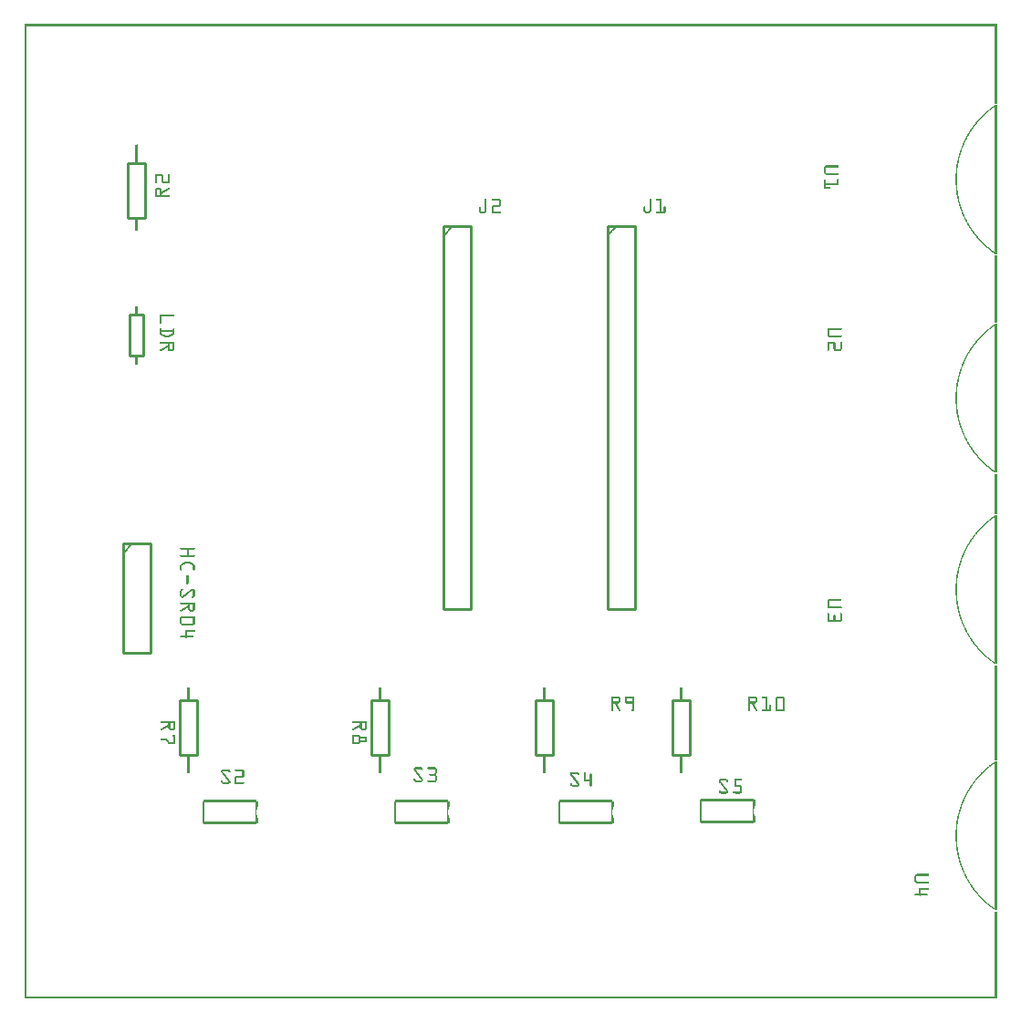
<source format=gto>
G04 MADE WITH FRITZING*
G04 WWW.FRITZING.ORG*
G04 DOUBLE SIDED*
G04 HOLES PLATED*
G04 CONTOUR ON CENTER OF CONTOUR VECTOR*
%ASAXBY*%
%FSLAX23Y23*%
%MOIN*%
%OFA0B0*%
%SFA1.0B1.0*%
%ADD10C,0.010000*%
%ADD11C,0.005000*%
%ADD12R,0.001000X0.001000*%
%LNSILK1*%
G90*
G70*
G54D10*
X359Y1665D02*
X359Y1265D01*
D02*
X359Y1265D02*
X459Y1265D01*
D02*
X459Y1265D02*
X459Y1665D01*
D02*
X459Y1665D02*
X359Y1665D01*
G54D11*
D02*
X359Y1630D02*
X394Y1665D01*
G54D10*
D02*
X1530Y2825D02*
X1530Y1425D01*
D02*
X1530Y1425D02*
X1630Y1425D01*
D02*
X1630Y1425D02*
X1630Y2825D01*
D02*
X1630Y2825D02*
X1530Y2825D01*
G54D11*
D02*
X1530Y2790D02*
X1565Y2825D01*
G54D10*
D02*
X2131Y2826D02*
X2131Y1426D01*
D02*
X2131Y1426D02*
X2231Y1426D01*
D02*
X2231Y1426D02*
X2231Y2826D01*
D02*
X2231Y2826D02*
X2131Y2826D01*
D02*
X433Y2501D02*
X433Y2351D01*
D02*
X433Y2351D02*
X383Y2351D01*
D02*
X383Y2351D02*
X383Y2501D01*
D02*
X383Y2501D02*
X433Y2501D01*
D02*
X442Y3056D02*
X442Y2856D01*
D02*
X442Y2856D02*
X376Y2856D01*
D02*
X376Y2856D02*
X376Y3056D01*
D02*
X376Y3056D02*
X442Y3056D01*
D02*
X2366Y891D02*
X2366Y1091D01*
D02*
X2366Y1091D02*
X2432Y1091D01*
D02*
X2432Y1091D02*
X2432Y891D01*
D02*
X2432Y891D02*
X2366Y891D01*
D02*
X1866Y891D02*
X1866Y1091D01*
D02*
X1866Y1091D02*
X1932Y1091D01*
D02*
X1932Y1091D02*
X1932Y891D01*
D02*
X1932Y891D02*
X1866Y891D01*
D02*
X1266Y891D02*
X1266Y1091D01*
D02*
X1266Y1091D02*
X1332Y1091D01*
D02*
X1332Y1091D02*
X1332Y891D01*
D02*
X1332Y891D02*
X1266Y891D01*
D02*
X566Y891D02*
X566Y1091D01*
D02*
X566Y1091D02*
X632Y1091D01*
D02*
X632Y1091D02*
X632Y891D01*
D02*
X632Y891D02*
X566Y891D01*
G54D12*
X0Y3564D02*
X3552Y3564D01*
X0Y3563D02*
X3552Y3563D01*
X0Y3562D02*
X3552Y3562D01*
X0Y3561D02*
X3552Y3561D01*
X0Y3560D02*
X3552Y3560D01*
X0Y3559D02*
X3552Y3559D01*
X0Y3558D02*
X3552Y3558D01*
X0Y3557D02*
X3552Y3557D01*
X0Y3556D02*
X7Y3556D01*
X3545Y3556D02*
X3552Y3556D01*
X0Y3555D02*
X7Y3555D01*
X3545Y3555D02*
X3552Y3555D01*
X0Y3554D02*
X7Y3554D01*
X3545Y3554D02*
X3552Y3554D01*
X0Y3553D02*
X7Y3553D01*
X3545Y3553D02*
X3552Y3553D01*
X0Y3552D02*
X7Y3552D01*
X3545Y3552D02*
X3552Y3552D01*
X0Y3551D02*
X7Y3551D01*
X3545Y3551D02*
X3552Y3551D01*
X0Y3550D02*
X7Y3550D01*
X3545Y3550D02*
X3552Y3550D01*
X0Y3549D02*
X7Y3549D01*
X3545Y3549D02*
X3552Y3549D01*
X0Y3548D02*
X7Y3548D01*
X3545Y3548D02*
X3552Y3548D01*
X0Y3547D02*
X7Y3547D01*
X3545Y3547D02*
X3552Y3547D01*
X0Y3546D02*
X7Y3546D01*
X3545Y3546D02*
X3552Y3546D01*
X0Y3545D02*
X7Y3545D01*
X3545Y3545D02*
X3552Y3545D01*
X0Y3544D02*
X7Y3544D01*
X3545Y3544D02*
X3552Y3544D01*
X0Y3543D02*
X7Y3543D01*
X3545Y3543D02*
X3552Y3543D01*
X0Y3542D02*
X7Y3542D01*
X3545Y3542D02*
X3552Y3542D01*
X0Y3541D02*
X7Y3541D01*
X3545Y3541D02*
X3552Y3541D01*
X0Y3540D02*
X7Y3540D01*
X3545Y3540D02*
X3552Y3540D01*
X0Y3539D02*
X7Y3539D01*
X3545Y3539D02*
X3552Y3539D01*
X0Y3538D02*
X7Y3538D01*
X3545Y3538D02*
X3552Y3538D01*
X0Y3537D02*
X7Y3537D01*
X3545Y3537D02*
X3552Y3537D01*
X0Y3536D02*
X7Y3536D01*
X3545Y3536D02*
X3552Y3536D01*
X0Y3535D02*
X7Y3535D01*
X3545Y3535D02*
X3552Y3535D01*
X0Y3534D02*
X7Y3534D01*
X3545Y3534D02*
X3552Y3534D01*
X0Y3533D02*
X7Y3533D01*
X3545Y3533D02*
X3552Y3533D01*
X0Y3532D02*
X7Y3532D01*
X3545Y3532D02*
X3552Y3532D01*
X0Y3531D02*
X7Y3531D01*
X3545Y3531D02*
X3552Y3531D01*
X0Y3530D02*
X7Y3530D01*
X3545Y3530D02*
X3552Y3530D01*
X0Y3529D02*
X7Y3529D01*
X3545Y3529D02*
X3552Y3529D01*
X0Y3528D02*
X7Y3528D01*
X3545Y3528D02*
X3552Y3528D01*
X0Y3527D02*
X7Y3527D01*
X3545Y3527D02*
X3552Y3527D01*
X0Y3526D02*
X7Y3526D01*
X3545Y3526D02*
X3552Y3526D01*
X0Y3525D02*
X7Y3525D01*
X3545Y3525D02*
X3552Y3525D01*
X0Y3524D02*
X7Y3524D01*
X3545Y3524D02*
X3552Y3524D01*
X0Y3523D02*
X7Y3523D01*
X3545Y3523D02*
X3552Y3523D01*
X0Y3522D02*
X7Y3522D01*
X3545Y3522D02*
X3552Y3522D01*
X0Y3521D02*
X7Y3521D01*
X3545Y3521D02*
X3552Y3521D01*
X0Y3520D02*
X7Y3520D01*
X3545Y3520D02*
X3552Y3520D01*
X0Y3519D02*
X7Y3519D01*
X3545Y3519D02*
X3552Y3519D01*
X0Y3518D02*
X7Y3518D01*
X3545Y3518D02*
X3552Y3518D01*
X0Y3517D02*
X7Y3517D01*
X3545Y3517D02*
X3552Y3517D01*
X0Y3516D02*
X7Y3516D01*
X3545Y3516D02*
X3552Y3516D01*
X0Y3515D02*
X7Y3515D01*
X3545Y3515D02*
X3552Y3515D01*
X0Y3514D02*
X7Y3514D01*
X3545Y3514D02*
X3552Y3514D01*
X0Y3513D02*
X7Y3513D01*
X3545Y3513D02*
X3552Y3513D01*
X0Y3512D02*
X7Y3512D01*
X3545Y3512D02*
X3552Y3512D01*
X0Y3511D02*
X7Y3511D01*
X3545Y3511D02*
X3552Y3511D01*
X0Y3510D02*
X7Y3510D01*
X3545Y3510D02*
X3552Y3510D01*
X0Y3509D02*
X7Y3509D01*
X3545Y3509D02*
X3552Y3509D01*
X0Y3508D02*
X7Y3508D01*
X3545Y3508D02*
X3552Y3508D01*
X0Y3507D02*
X7Y3507D01*
X3545Y3507D02*
X3552Y3507D01*
X0Y3506D02*
X7Y3506D01*
X3545Y3506D02*
X3552Y3506D01*
X0Y3505D02*
X7Y3505D01*
X3545Y3505D02*
X3552Y3505D01*
X0Y3504D02*
X7Y3504D01*
X3545Y3504D02*
X3552Y3504D01*
X0Y3503D02*
X7Y3503D01*
X3545Y3503D02*
X3552Y3503D01*
X0Y3502D02*
X7Y3502D01*
X3545Y3502D02*
X3552Y3502D01*
X0Y3501D02*
X7Y3501D01*
X3545Y3501D02*
X3552Y3501D01*
X0Y3500D02*
X7Y3500D01*
X3545Y3500D02*
X3552Y3500D01*
X0Y3499D02*
X7Y3499D01*
X3545Y3499D02*
X3552Y3499D01*
X0Y3498D02*
X7Y3498D01*
X3545Y3498D02*
X3552Y3498D01*
X0Y3497D02*
X7Y3497D01*
X3545Y3497D02*
X3552Y3497D01*
X0Y3496D02*
X7Y3496D01*
X3545Y3496D02*
X3552Y3496D01*
X0Y3495D02*
X7Y3495D01*
X3545Y3495D02*
X3552Y3495D01*
X0Y3494D02*
X7Y3494D01*
X3545Y3494D02*
X3552Y3494D01*
X0Y3493D02*
X7Y3493D01*
X3545Y3493D02*
X3552Y3493D01*
X0Y3492D02*
X7Y3492D01*
X3545Y3492D02*
X3552Y3492D01*
X0Y3491D02*
X7Y3491D01*
X3545Y3491D02*
X3552Y3491D01*
X0Y3490D02*
X7Y3490D01*
X3545Y3490D02*
X3552Y3490D01*
X0Y3489D02*
X7Y3489D01*
X3545Y3489D02*
X3552Y3489D01*
X0Y3488D02*
X7Y3488D01*
X3545Y3488D02*
X3552Y3488D01*
X0Y3487D02*
X7Y3487D01*
X3545Y3487D02*
X3552Y3487D01*
X0Y3486D02*
X7Y3486D01*
X3545Y3486D02*
X3552Y3486D01*
X0Y3485D02*
X7Y3485D01*
X3545Y3485D02*
X3552Y3485D01*
X0Y3484D02*
X7Y3484D01*
X3545Y3484D02*
X3552Y3484D01*
X0Y3483D02*
X7Y3483D01*
X3545Y3483D02*
X3552Y3483D01*
X0Y3482D02*
X7Y3482D01*
X3545Y3482D02*
X3552Y3482D01*
X0Y3481D02*
X7Y3481D01*
X3545Y3481D02*
X3552Y3481D01*
X0Y3480D02*
X7Y3480D01*
X3545Y3480D02*
X3552Y3480D01*
X0Y3479D02*
X7Y3479D01*
X3545Y3479D02*
X3552Y3479D01*
X0Y3478D02*
X7Y3478D01*
X3545Y3478D02*
X3552Y3478D01*
X0Y3477D02*
X7Y3477D01*
X3545Y3477D02*
X3552Y3477D01*
X0Y3476D02*
X7Y3476D01*
X3545Y3476D02*
X3552Y3476D01*
X0Y3475D02*
X7Y3475D01*
X3545Y3475D02*
X3552Y3475D01*
X0Y3474D02*
X7Y3474D01*
X3545Y3474D02*
X3552Y3474D01*
X0Y3473D02*
X7Y3473D01*
X3545Y3473D02*
X3552Y3473D01*
X0Y3472D02*
X7Y3472D01*
X3545Y3472D02*
X3552Y3472D01*
X0Y3471D02*
X7Y3471D01*
X3545Y3471D02*
X3552Y3471D01*
X0Y3470D02*
X7Y3470D01*
X3545Y3470D02*
X3552Y3470D01*
X0Y3469D02*
X7Y3469D01*
X3545Y3469D02*
X3552Y3469D01*
X0Y3468D02*
X7Y3468D01*
X3545Y3468D02*
X3552Y3468D01*
X0Y3467D02*
X7Y3467D01*
X3545Y3467D02*
X3552Y3467D01*
X0Y3466D02*
X7Y3466D01*
X3545Y3466D02*
X3552Y3466D01*
X0Y3465D02*
X7Y3465D01*
X3545Y3465D02*
X3552Y3465D01*
X0Y3464D02*
X7Y3464D01*
X3545Y3464D02*
X3552Y3464D01*
X0Y3463D02*
X7Y3463D01*
X3545Y3463D02*
X3552Y3463D01*
X0Y3462D02*
X7Y3462D01*
X3545Y3462D02*
X3552Y3462D01*
X0Y3461D02*
X7Y3461D01*
X3545Y3461D02*
X3552Y3461D01*
X0Y3460D02*
X7Y3460D01*
X3545Y3460D02*
X3552Y3460D01*
X0Y3459D02*
X7Y3459D01*
X3545Y3459D02*
X3552Y3459D01*
X0Y3458D02*
X7Y3458D01*
X3545Y3458D02*
X3552Y3458D01*
X0Y3457D02*
X7Y3457D01*
X3545Y3457D02*
X3552Y3457D01*
X0Y3456D02*
X7Y3456D01*
X3545Y3456D02*
X3552Y3456D01*
X0Y3455D02*
X7Y3455D01*
X3545Y3455D02*
X3552Y3455D01*
X0Y3454D02*
X7Y3454D01*
X3545Y3454D02*
X3552Y3454D01*
X0Y3453D02*
X7Y3453D01*
X3545Y3453D02*
X3552Y3453D01*
X0Y3452D02*
X7Y3452D01*
X3545Y3452D02*
X3552Y3452D01*
X0Y3451D02*
X7Y3451D01*
X3545Y3451D02*
X3552Y3451D01*
X0Y3450D02*
X7Y3450D01*
X3545Y3450D02*
X3552Y3450D01*
X0Y3449D02*
X7Y3449D01*
X3545Y3449D02*
X3552Y3449D01*
X0Y3448D02*
X7Y3448D01*
X3545Y3448D02*
X3552Y3448D01*
X0Y3447D02*
X7Y3447D01*
X3545Y3447D02*
X3552Y3447D01*
X0Y3446D02*
X7Y3446D01*
X3545Y3446D02*
X3552Y3446D01*
X0Y3445D02*
X7Y3445D01*
X3545Y3445D02*
X3552Y3445D01*
X0Y3444D02*
X7Y3444D01*
X3545Y3444D02*
X3552Y3444D01*
X0Y3443D02*
X7Y3443D01*
X3545Y3443D02*
X3552Y3443D01*
X0Y3442D02*
X7Y3442D01*
X3545Y3442D02*
X3552Y3442D01*
X0Y3441D02*
X7Y3441D01*
X3545Y3441D02*
X3552Y3441D01*
X0Y3440D02*
X7Y3440D01*
X3545Y3440D02*
X3552Y3440D01*
X0Y3439D02*
X7Y3439D01*
X3545Y3439D02*
X3552Y3439D01*
X0Y3438D02*
X7Y3438D01*
X3545Y3438D02*
X3552Y3438D01*
X0Y3437D02*
X7Y3437D01*
X3545Y3437D02*
X3552Y3437D01*
X0Y3436D02*
X7Y3436D01*
X3545Y3436D02*
X3552Y3436D01*
X0Y3435D02*
X7Y3435D01*
X3545Y3435D02*
X3552Y3435D01*
X0Y3434D02*
X7Y3434D01*
X3545Y3434D02*
X3552Y3434D01*
X0Y3433D02*
X7Y3433D01*
X3545Y3433D02*
X3552Y3433D01*
X0Y3432D02*
X7Y3432D01*
X3545Y3432D02*
X3552Y3432D01*
X0Y3431D02*
X7Y3431D01*
X3545Y3431D02*
X3552Y3431D01*
X0Y3430D02*
X7Y3430D01*
X3545Y3430D02*
X3552Y3430D01*
X0Y3429D02*
X7Y3429D01*
X3545Y3429D02*
X3552Y3429D01*
X0Y3428D02*
X7Y3428D01*
X3545Y3428D02*
X3552Y3428D01*
X0Y3427D02*
X7Y3427D01*
X3545Y3427D02*
X3552Y3427D01*
X0Y3426D02*
X7Y3426D01*
X3545Y3426D02*
X3552Y3426D01*
X0Y3425D02*
X7Y3425D01*
X3545Y3425D02*
X3552Y3425D01*
X0Y3424D02*
X7Y3424D01*
X3545Y3424D02*
X3552Y3424D01*
X0Y3423D02*
X7Y3423D01*
X3545Y3423D02*
X3552Y3423D01*
X0Y3422D02*
X7Y3422D01*
X3545Y3422D02*
X3552Y3422D01*
X0Y3421D02*
X7Y3421D01*
X3545Y3421D02*
X3552Y3421D01*
X0Y3420D02*
X7Y3420D01*
X3545Y3420D02*
X3552Y3420D01*
X0Y3419D02*
X7Y3419D01*
X3545Y3419D02*
X3552Y3419D01*
X0Y3418D02*
X7Y3418D01*
X3545Y3418D02*
X3552Y3418D01*
X0Y3417D02*
X7Y3417D01*
X3545Y3417D02*
X3552Y3417D01*
X0Y3416D02*
X7Y3416D01*
X3545Y3416D02*
X3552Y3416D01*
X0Y3415D02*
X7Y3415D01*
X3545Y3415D02*
X3552Y3415D01*
X0Y3414D02*
X7Y3414D01*
X3545Y3414D02*
X3552Y3414D01*
X0Y3413D02*
X7Y3413D01*
X3545Y3413D02*
X3552Y3413D01*
X0Y3412D02*
X7Y3412D01*
X3545Y3412D02*
X3552Y3412D01*
X0Y3411D02*
X7Y3411D01*
X3545Y3411D02*
X3552Y3411D01*
X0Y3410D02*
X7Y3410D01*
X3545Y3410D02*
X3552Y3410D01*
X0Y3409D02*
X7Y3409D01*
X3545Y3409D02*
X3552Y3409D01*
X0Y3408D02*
X7Y3408D01*
X3545Y3408D02*
X3552Y3408D01*
X0Y3407D02*
X7Y3407D01*
X3545Y3407D02*
X3552Y3407D01*
X0Y3406D02*
X7Y3406D01*
X3545Y3406D02*
X3552Y3406D01*
X0Y3405D02*
X7Y3405D01*
X3545Y3405D02*
X3552Y3405D01*
X0Y3404D02*
X7Y3404D01*
X3545Y3404D02*
X3552Y3404D01*
X0Y3403D02*
X7Y3403D01*
X3545Y3403D02*
X3552Y3403D01*
X0Y3402D02*
X7Y3402D01*
X3545Y3402D02*
X3552Y3402D01*
X0Y3401D02*
X7Y3401D01*
X3545Y3401D02*
X3552Y3401D01*
X0Y3400D02*
X7Y3400D01*
X3545Y3400D02*
X3552Y3400D01*
X0Y3399D02*
X7Y3399D01*
X3545Y3399D02*
X3552Y3399D01*
X0Y3398D02*
X7Y3398D01*
X3545Y3398D02*
X3552Y3398D01*
X0Y3397D02*
X7Y3397D01*
X3545Y3397D02*
X3552Y3397D01*
X0Y3396D02*
X7Y3396D01*
X3545Y3396D02*
X3552Y3396D01*
X0Y3395D02*
X7Y3395D01*
X3545Y3395D02*
X3552Y3395D01*
X0Y3394D02*
X7Y3394D01*
X3545Y3394D02*
X3552Y3394D01*
X0Y3393D02*
X7Y3393D01*
X3545Y3393D02*
X3552Y3393D01*
X0Y3392D02*
X7Y3392D01*
X3545Y3392D02*
X3552Y3392D01*
X0Y3391D02*
X7Y3391D01*
X3545Y3391D02*
X3552Y3391D01*
X0Y3390D02*
X7Y3390D01*
X3545Y3390D02*
X3552Y3390D01*
X0Y3389D02*
X7Y3389D01*
X3545Y3389D02*
X3552Y3389D01*
X0Y3388D02*
X7Y3388D01*
X3545Y3388D02*
X3552Y3388D01*
X0Y3387D02*
X7Y3387D01*
X3545Y3387D02*
X3552Y3387D01*
X0Y3386D02*
X7Y3386D01*
X3545Y3386D02*
X3552Y3386D01*
X0Y3385D02*
X7Y3385D01*
X3545Y3385D02*
X3552Y3385D01*
X0Y3384D02*
X7Y3384D01*
X3545Y3384D02*
X3552Y3384D01*
X0Y3383D02*
X7Y3383D01*
X3545Y3383D02*
X3552Y3383D01*
X0Y3382D02*
X7Y3382D01*
X3545Y3382D02*
X3552Y3382D01*
X0Y3381D02*
X7Y3381D01*
X3545Y3381D02*
X3552Y3381D01*
X0Y3380D02*
X7Y3380D01*
X3545Y3380D02*
X3552Y3380D01*
X0Y3379D02*
X7Y3379D01*
X3545Y3379D02*
X3552Y3379D01*
X0Y3378D02*
X7Y3378D01*
X3545Y3378D02*
X3552Y3378D01*
X0Y3377D02*
X7Y3377D01*
X3545Y3377D02*
X3552Y3377D01*
X0Y3376D02*
X7Y3376D01*
X3545Y3376D02*
X3552Y3376D01*
X0Y3375D02*
X7Y3375D01*
X3545Y3375D02*
X3552Y3375D01*
X0Y3374D02*
X7Y3374D01*
X3545Y3374D02*
X3552Y3374D01*
X0Y3373D02*
X7Y3373D01*
X3545Y3373D02*
X3552Y3373D01*
X0Y3372D02*
X7Y3372D01*
X3545Y3372D02*
X3552Y3372D01*
X0Y3371D02*
X7Y3371D01*
X3545Y3371D02*
X3552Y3371D01*
X0Y3370D02*
X7Y3370D01*
X3545Y3370D02*
X3552Y3370D01*
X0Y3369D02*
X7Y3369D01*
X3545Y3369D02*
X3552Y3369D01*
X0Y3368D02*
X7Y3368D01*
X3545Y3368D02*
X3552Y3368D01*
X0Y3367D02*
X7Y3367D01*
X3545Y3367D02*
X3552Y3367D01*
X0Y3366D02*
X7Y3366D01*
X3545Y3366D02*
X3552Y3366D01*
X0Y3365D02*
X7Y3365D01*
X3545Y3365D02*
X3552Y3365D01*
X0Y3364D02*
X7Y3364D01*
X3545Y3364D02*
X3552Y3364D01*
X0Y3363D02*
X7Y3363D01*
X3545Y3363D02*
X3552Y3363D01*
X0Y3362D02*
X7Y3362D01*
X3545Y3362D02*
X3552Y3362D01*
X0Y3361D02*
X7Y3361D01*
X3545Y3361D02*
X3552Y3361D01*
X0Y3360D02*
X7Y3360D01*
X3545Y3360D02*
X3552Y3360D01*
X0Y3359D02*
X7Y3359D01*
X3545Y3359D02*
X3552Y3359D01*
X0Y3358D02*
X7Y3358D01*
X3545Y3358D02*
X3552Y3358D01*
X0Y3357D02*
X7Y3357D01*
X3545Y3357D02*
X3552Y3357D01*
X0Y3356D02*
X7Y3356D01*
X3545Y3356D02*
X3552Y3356D01*
X0Y3355D02*
X7Y3355D01*
X3545Y3355D02*
X3552Y3355D01*
X0Y3354D02*
X7Y3354D01*
X3545Y3354D02*
X3552Y3354D01*
X0Y3353D02*
X7Y3353D01*
X3545Y3353D02*
X3552Y3353D01*
X0Y3352D02*
X7Y3352D01*
X3545Y3352D02*
X3552Y3352D01*
X0Y3351D02*
X7Y3351D01*
X3545Y3351D02*
X3552Y3351D01*
X0Y3350D02*
X7Y3350D01*
X3545Y3350D02*
X3552Y3350D01*
X0Y3349D02*
X7Y3349D01*
X3545Y3349D02*
X3552Y3349D01*
X0Y3348D02*
X7Y3348D01*
X3545Y3348D02*
X3552Y3348D01*
X0Y3347D02*
X7Y3347D01*
X3545Y3347D02*
X3552Y3347D01*
X0Y3346D02*
X7Y3346D01*
X3545Y3346D02*
X3552Y3346D01*
X0Y3345D02*
X7Y3345D01*
X3545Y3345D02*
X3552Y3345D01*
X0Y3344D02*
X7Y3344D01*
X3545Y3344D02*
X3552Y3344D01*
X0Y3343D02*
X7Y3343D01*
X3545Y3343D02*
X3552Y3343D01*
X0Y3342D02*
X7Y3342D01*
X3545Y3342D02*
X3552Y3342D01*
X0Y3341D02*
X7Y3341D01*
X3545Y3341D02*
X3552Y3341D01*
X0Y3340D02*
X7Y3340D01*
X3545Y3340D02*
X3552Y3340D01*
X0Y3339D02*
X7Y3339D01*
X3545Y3339D02*
X3552Y3339D01*
X0Y3338D02*
X7Y3338D01*
X3545Y3338D02*
X3552Y3338D01*
X0Y3337D02*
X7Y3337D01*
X3545Y3337D02*
X3552Y3337D01*
X0Y3336D02*
X7Y3336D01*
X3545Y3336D02*
X3552Y3336D01*
X0Y3335D02*
X7Y3335D01*
X3545Y3335D02*
X3552Y3335D01*
X0Y3334D02*
X7Y3334D01*
X3545Y3334D02*
X3552Y3334D01*
X0Y3333D02*
X7Y3333D01*
X3545Y3333D02*
X3552Y3333D01*
X0Y3332D02*
X7Y3332D01*
X3545Y3332D02*
X3552Y3332D01*
X0Y3331D02*
X7Y3331D01*
X3545Y3331D02*
X3552Y3331D01*
X0Y3330D02*
X7Y3330D01*
X3545Y3330D02*
X3552Y3330D01*
X0Y3329D02*
X7Y3329D01*
X3545Y3329D02*
X3552Y3329D01*
X0Y3328D02*
X7Y3328D01*
X3545Y3328D02*
X3552Y3328D01*
X0Y3327D02*
X7Y3327D01*
X3545Y3327D02*
X3552Y3327D01*
X0Y3326D02*
X7Y3326D01*
X3545Y3326D02*
X3552Y3326D01*
X0Y3325D02*
X7Y3325D01*
X3545Y3325D02*
X3552Y3325D01*
X0Y3324D02*
X7Y3324D01*
X3545Y3324D02*
X3552Y3324D01*
X0Y3323D02*
X7Y3323D01*
X3545Y3323D02*
X3552Y3323D01*
X0Y3322D02*
X7Y3322D01*
X3545Y3322D02*
X3552Y3322D01*
X0Y3321D02*
X7Y3321D01*
X3545Y3321D02*
X3552Y3321D01*
X0Y3320D02*
X7Y3320D01*
X3545Y3320D02*
X3552Y3320D01*
X0Y3319D02*
X7Y3319D01*
X3545Y3319D02*
X3552Y3319D01*
X0Y3318D02*
X7Y3318D01*
X3545Y3318D02*
X3552Y3318D01*
X0Y3317D02*
X7Y3317D01*
X3545Y3317D02*
X3552Y3317D01*
X0Y3316D02*
X7Y3316D01*
X3545Y3316D02*
X3552Y3316D01*
X0Y3315D02*
X7Y3315D01*
X3545Y3315D02*
X3552Y3315D01*
X0Y3314D02*
X7Y3314D01*
X3545Y3314D02*
X3552Y3314D01*
X0Y3313D02*
X7Y3313D01*
X3545Y3313D02*
X3552Y3313D01*
X0Y3312D02*
X7Y3312D01*
X3545Y3312D02*
X3552Y3312D01*
X0Y3311D02*
X7Y3311D01*
X3545Y3311D02*
X3552Y3311D01*
X0Y3310D02*
X7Y3310D01*
X3545Y3310D02*
X3552Y3310D01*
X0Y3309D02*
X7Y3309D01*
X3545Y3309D02*
X3552Y3309D01*
X0Y3308D02*
X7Y3308D01*
X3545Y3308D02*
X3552Y3308D01*
X0Y3307D02*
X7Y3307D01*
X3545Y3307D02*
X3552Y3307D01*
X0Y3306D02*
X7Y3306D01*
X3545Y3306D02*
X3552Y3306D01*
X0Y3305D02*
X7Y3305D01*
X3545Y3305D02*
X3552Y3305D01*
X0Y3304D02*
X7Y3304D01*
X3545Y3304D02*
X3552Y3304D01*
X0Y3303D02*
X7Y3303D01*
X3545Y3303D02*
X3552Y3303D01*
X0Y3302D02*
X7Y3302D01*
X3545Y3302D02*
X3552Y3302D01*
X0Y3301D02*
X7Y3301D01*
X3545Y3301D02*
X3552Y3301D01*
X0Y3300D02*
X7Y3300D01*
X3545Y3300D02*
X3552Y3300D01*
X0Y3299D02*
X7Y3299D01*
X3545Y3299D02*
X3552Y3299D01*
X0Y3298D02*
X7Y3298D01*
X3545Y3298D02*
X3552Y3298D01*
X0Y3297D02*
X7Y3297D01*
X3545Y3297D02*
X3552Y3297D01*
X0Y3296D02*
X7Y3296D01*
X3545Y3296D02*
X3552Y3296D01*
X0Y3295D02*
X7Y3295D01*
X3545Y3295D02*
X3552Y3295D01*
X0Y3294D02*
X7Y3294D01*
X3545Y3294D02*
X3552Y3294D01*
X0Y3293D02*
X7Y3293D01*
X3545Y3293D02*
X3552Y3293D01*
X0Y3292D02*
X7Y3292D01*
X3545Y3292D02*
X3552Y3292D01*
X0Y3291D02*
X7Y3291D01*
X3545Y3291D02*
X3552Y3291D01*
X0Y3290D02*
X7Y3290D01*
X3545Y3290D02*
X3552Y3290D01*
X0Y3289D02*
X7Y3289D01*
X3545Y3289D02*
X3552Y3289D01*
X0Y3288D02*
X7Y3288D01*
X3545Y3288D02*
X3552Y3288D01*
X0Y3287D02*
X7Y3287D01*
X3545Y3287D02*
X3552Y3287D01*
X0Y3286D02*
X7Y3286D01*
X3545Y3286D02*
X3552Y3286D01*
X0Y3285D02*
X7Y3285D01*
X3545Y3285D02*
X3552Y3285D01*
X0Y3284D02*
X7Y3284D01*
X3545Y3284D02*
X3552Y3284D01*
X0Y3283D02*
X7Y3283D01*
X3545Y3283D02*
X3552Y3283D01*
X0Y3282D02*
X7Y3282D01*
X3545Y3282D02*
X3552Y3282D01*
X0Y3281D02*
X7Y3281D01*
X3545Y3281D02*
X3552Y3281D01*
X0Y3280D02*
X7Y3280D01*
X3545Y3280D02*
X3552Y3280D01*
X0Y3279D02*
X7Y3279D01*
X3545Y3279D02*
X3552Y3279D01*
X0Y3278D02*
X7Y3278D01*
X3545Y3278D02*
X3552Y3278D01*
X0Y3277D02*
X7Y3277D01*
X3545Y3277D02*
X3552Y3277D01*
X0Y3276D02*
X7Y3276D01*
X3545Y3276D02*
X3552Y3276D01*
X0Y3275D02*
X7Y3275D01*
X3545Y3275D02*
X3552Y3275D01*
X0Y3274D02*
X7Y3274D01*
X3545Y3274D02*
X3552Y3274D01*
X0Y3273D02*
X7Y3273D01*
X3545Y3273D02*
X3552Y3273D01*
X0Y3272D02*
X7Y3272D01*
X0Y3271D02*
X7Y3271D01*
X0Y3270D02*
X7Y3270D01*
X0Y3269D02*
X7Y3269D01*
X0Y3268D02*
X7Y3268D01*
X0Y3267D02*
X7Y3267D01*
X3545Y3267D02*
X3552Y3267D01*
X0Y3266D02*
X7Y3266D01*
X3543Y3266D02*
X3552Y3266D01*
X0Y3265D02*
X7Y3265D01*
X3542Y3265D02*
X3552Y3265D01*
X0Y3264D02*
X7Y3264D01*
X3541Y3264D02*
X3552Y3264D01*
X0Y3263D02*
X7Y3263D01*
X3539Y3263D02*
X3552Y3263D01*
X0Y3262D02*
X7Y3262D01*
X3538Y3262D02*
X3552Y3262D01*
X0Y3261D02*
X7Y3261D01*
X3536Y3261D02*
X3543Y3261D01*
X3545Y3261D02*
X3552Y3261D01*
X0Y3260D02*
X7Y3260D01*
X3535Y3260D02*
X3542Y3260D01*
X3545Y3260D02*
X3552Y3260D01*
X0Y3259D02*
X7Y3259D01*
X3534Y3259D02*
X3541Y3259D01*
X3545Y3259D02*
X3552Y3259D01*
X0Y3258D02*
X7Y3258D01*
X3532Y3258D02*
X3539Y3258D01*
X3545Y3258D02*
X3552Y3258D01*
X0Y3257D02*
X7Y3257D01*
X3531Y3257D02*
X3538Y3257D01*
X3545Y3257D02*
X3552Y3257D01*
X0Y3256D02*
X7Y3256D01*
X3530Y3256D02*
X3536Y3256D01*
X3545Y3256D02*
X3552Y3256D01*
X0Y3255D02*
X7Y3255D01*
X3529Y3255D02*
X3535Y3255D01*
X3545Y3255D02*
X3552Y3255D01*
X0Y3254D02*
X7Y3254D01*
X3527Y3254D02*
X3534Y3254D01*
X3545Y3254D02*
X3552Y3254D01*
X0Y3253D02*
X7Y3253D01*
X3526Y3253D02*
X3533Y3253D01*
X3545Y3253D02*
X3552Y3253D01*
X0Y3252D02*
X7Y3252D01*
X3525Y3252D02*
X3531Y3252D01*
X3545Y3252D02*
X3552Y3252D01*
X0Y3251D02*
X7Y3251D01*
X3523Y3251D02*
X3530Y3251D01*
X3545Y3251D02*
X3552Y3251D01*
X0Y3250D02*
X7Y3250D01*
X3522Y3250D02*
X3529Y3250D01*
X3545Y3250D02*
X3552Y3250D01*
X0Y3249D02*
X7Y3249D01*
X3521Y3249D02*
X3527Y3249D01*
X3545Y3249D02*
X3552Y3249D01*
X0Y3248D02*
X7Y3248D01*
X3520Y3248D02*
X3526Y3248D01*
X3545Y3248D02*
X3552Y3248D01*
X0Y3247D02*
X7Y3247D01*
X3519Y3247D02*
X3525Y3247D01*
X3545Y3247D02*
X3552Y3247D01*
X0Y3246D02*
X7Y3246D01*
X3518Y3246D02*
X3524Y3246D01*
X3545Y3246D02*
X3552Y3246D01*
X0Y3245D02*
X7Y3245D01*
X3516Y3245D02*
X3522Y3245D01*
X3545Y3245D02*
X3552Y3245D01*
X0Y3244D02*
X7Y3244D01*
X3515Y3244D02*
X3521Y3244D01*
X3545Y3244D02*
X3552Y3244D01*
X0Y3243D02*
X7Y3243D01*
X3514Y3243D02*
X3520Y3243D01*
X3545Y3243D02*
X3552Y3243D01*
X0Y3242D02*
X7Y3242D01*
X3513Y3242D02*
X3519Y3242D01*
X3545Y3242D02*
X3552Y3242D01*
X0Y3241D02*
X7Y3241D01*
X3512Y3241D02*
X3518Y3241D01*
X3545Y3241D02*
X3552Y3241D01*
X0Y3240D02*
X7Y3240D01*
X3511Y3240D02*
X3517Y3240D01*
X3545Y3240D02*
X3552Y3240D01*
X0Y3239D02*
X7Y3239D01*
X3509Y3239D02*
X3516Y3239D01*
X3545Y3239D02*
X3552Y3239D01*
X0Y3238D02*
X7Y3238D01*
X3508Y3238D02*
X3514Y3238D01*
X3545Y3238D02*
X3552Y3238D01*
X0Y3237D02*
X7Y3237D01*
X3507Y3237D02*
X3513Y3237D01*
X3545Y3237D02*
X3552Y3237D01*
X0Y3236D02*
X7Y3236D01*
X3506Y3236D02*
X3512Y3236D01*
X3545Y3236D02*
X3552Y3236D01*
X0Y3235D02*
X7Y3235D01*
X3505Y3235D02*
X3511Y3235D01*
X3545Y3235D02*
X3552Y3235D01*
X0Y3234D02*
X7Y3234D01*
X3504Y3234D02*
X3510Y3234D01*
X3545Y3234D02*
X3552Y3234D01*
X0Y3233D02*
X7Y3233D01*
X3503Y3233D02*
X3509Y3233D01*
X3545Y3233D02*
X3552Y3233D01*
X0Y3232D02*
X7Y3232D01*
X3502Y3232D02*
X3508Y3232D01*
X3545Y3232D02*
X3552Y3232D01*
X0Y3231D02*
X7Y3231D01*
X3501Y3231D02*
X3507Y3231D01*
X3545Y3231D02*
X3552Y3231D01*
X0Y3230D02*
X7Y3230D01*
X3500Y3230D02*
X3506Y3230D01*
X3545Y3230D02*
X3552Y3230D01*
X0Y3229D02*
X7Y3229D01*
X3499Y3229D02*
X3505Y3229D01*
X3545Y3229D02*
X3552Y3229D01*
X0Y3228D02*
X7Y3228D01*
X3498Y3228D02*
X3504Y3228D01*
X3545Y3228D02*
X3552Y3228D01*
X0Y3227D02*
X7Y3227D01*
X3497Y3227D02*
X3503Y3227D01*
X3545Y3227D02*
X3552Y3227D01*
X0Y3226D02*
X7Y3226D01*
X3496Y3226D02*
X3502Y3226D01*
X3545Y3226D02*
X3552Y3226D01*
X0Y3225D02*
X7Y3225D01*
X3495Y3225D02*
X3500Y3225D01*
X3545Y3225D02*
X3552Y3225D01*
X0Y3224D02*
X7Y3224D01*
X3494Y3224D02*
X3500Y3224D01*
X3545Y3224D02*
X3552Y3224D01*
X0Y3223D02*
X7Y3223D01*
X3493Y3223D02*
X3499Y3223D01*
X3545Y3223D02*
X3552Y3223D01*
X0Y3222D02*
X7Y3222D01*
X3492Y3222D02*
X3498Y3222D01*
X3545Y3222D02*
X3552Y3222D01*
X0Y3221D02*
X7Y3221D01*
X3491Y3221D02*
X3497Y3221D01*
X3545Y3221D02*
X3552Y3221D01*
X0Y3220D02*
X7Y3220D01*
X3490Y3220D02*
X3496Y3220D01*
X3545Y3220D02*
X3552Y3220D01*
X0Y3219D02*
X7Y3219D01*
X3489Y3219D02*
X3495Y3219D01*
X3545Y3219D02*
X3552Y3219D01*
X0Y3218D02*
X7Y3218D01*
X3488Y3218D02*
X3494Y3218D01*
X3545Y3218D02*
X3552Y3218D01*
X0Y3217D02*
X7Y3217D01*
X3487Y3217D02*
X3493Y3217D01*
X3545Y3217D02*
X3552Y3217D01*
X0Y3216D02*
X7Y3216D01*
X3487Y3216D02*
X3492Y3216D01*
X3545Y3216D02*
X3552Y3216D01*
X0Y3215D02*
X7Y3215D01*
X3486Y3215D02*
X3491Y3215D01*
X3545Y3215D02*
X3552Y3215D01*
X0Y3214D02*
X7Y3214D01*
X3485Y3214D02*
X3490Y3214D01*
X3545Y3214D02*
X3552Y3214D01*
X0Y3213D02*
X7Y3213D01*
X3484Y3213D02*
X3489Y3213D01*
X3545Y3213D02*
X3552Y3213D01*
X0Y3212D02*
X7Y3212D01*
X3483Y3212D02*
X3488Y3212D01*
X3545Y3212D02*
X3552Y3212D01*
X0Y3211D02*
X7Y3211D01*
X3482Y3211D02*
X3487Y3211D01*
X3545Y3211D02*
X3552Y3211D01*
X0Y3210D02*
X7Y3210D01*
X3481Y3210D02*
X3487Y3210D01*
X3545Y3210D02*
X3552Y3210D01*
X0Y3209D02*
X7Y3209D01*
X3481Y3209D02*
X3486Y3209D01*
X3545Y3209D02*
X3552Y3209D01*
X0Y3208D02*
X7Y3208D01*
X3480Y3208D02*
X3485Y3208D01*
X3545Y3208D02*
X3552Y3208D01*
X0Y3207D02*
X7Y3207D01*
X3479Y3207D02*
X3484Y3207D01*
X3545Y3207D02*
X3552Y3207D01*
X0Y3206D02*
X7Y3206D01*
X3478Y3206D02*
X3483Y3206D01*
X3545Y3206D02*
X3552Y3206D01*
X0Y3205D02*
X7Y3205D01*
X3477Y3205D02*
X3482Y3205D01*
X3545Y3205D02*
X3552Y3205D01*
X0Y3204D02*
X7Y3204D01*
X3476Y3204D02*
X3481Y3204D01*
X3545Y3204D02*
X3552Y3204D01*
X0Y3203D02*
X7Y3203D01*
X3475Y3203D02*
X3480Y3203D01*
X3545Y3203D02*
X3552Y3203D01*
X0Y3202D02*
X7Y3202D01*
X3475Y3202D02*
X3480Y3202D01*
X3545Y3202D02*
X3552Y3202D01*
X0Y3201D02*
X7Y3201D01*
X3474Y3201D02*
X3479Y3201D01*
X3545Y3201D02*
X3552Y3201D01*
X0Y3200D02*
X7Y3200D01*
X3473Y3200D02*
X3478Y3200D01*
X3545Y3200D02*
X3552Y3200D01*
X0Y3199D02*
X7Y3199D01*
X3472Y3199D02*
X3477Y3199D01*
X3545Y3199D02*
X3552Y3199D01*
X0Y3198D02*
X7Y3198D01*
X3472Y3198D02*
X3476Y3198D01*
X3545Y3198D02*
X3552Y3198D01*
X0Y3197D02*
X7Y3197D01*
X3471Y3197D02*
X3476Y3197D01*
X3545Y3197D02*
X3552Y3197D01*
X0Y3196D02*
X7Y3196D01*
X3470Y3196D02*
X3475Y3196D01*
X3545Y3196D02*
X3552Y3196D01*
X0Y3195D02*
X7Y3195D01*
X3469Y3195D02*
X3474Y3195D01*
X3545Y3195D02*
X3552Y3195D01*
X0Y3194D02*
X7Y3194D01*
X3468Y3194D02*
X3473Y3194D01*
X3545Y3194D02*
X3552Y3194D01*
X0Y3193D02*
X7Y3193D01*
X3468Y3193D02*
X3473Y3193D01*
X3545Y3193D02*
X3552Y3193D01*
X0Y3192D02*
X7Y3192D01*
X3467Y3192D02*
X3472Y3192D01*
X3545Y3192D02*
X3552Y3192D01*
X0Y3191D02*
X7Y3191D01*
X3466Y3191D02*
X3471Y3191D01*
X3545Y3191D02*
X3552Y3191D01*
X0Y3190D02*
X7Y3190D01*
X3465Y3190D02*
X3470Y3190D01*
X3545Y3190D02*
X3552Y3190D01*
X0Y3189D02*
X7Y3189D01*
X3465Y3189D02*
X3469Y3189D01*
X3545Y3189D02*
X3552Y3189D01*
X0Y3188D02*
X7Y3188D01*
X3464Y3188D02*
X3469Y3188D01*
X3545Y3188D02*
X3552Y3188D01*
X0Y3187D02*
X7Y3187D01*
X3463Y3187D02*
X3468Y3187D01*
X3545Y3187D02*
X3552Y3187D01*
X0Y3186D02*
X7Y3186D01*
X3463Y3186D02*
X3467Y3186D01*
X3545Y3186D02*
X3552Y3186D01*
X0Y3185D02*
X7Y3185D01*
X3462Y3185D02*
X3467Y3185D01*
X3545Y3185D02*
X3552Y3185D01*
X0Y3184D02*
X7Y3184D01*
X3461Y3184D02*
X3466Y3184D01*
X3545Y3184D02*
X3552Y3184D01*
X0Y3183D02*
X7Y3183D01*
X3460Y3183D02*
X3465Y3183D01*
X3545Y3183D02*
X3552Y3183D01*
X0Y3182D02*
X7Y3182D01*
X3460Y3182D02*
X3464Y3182D01*
X3545Y3182D02*
X3552Y3182D01*
X0Y3181D02*
X7Y3181D01*
X3459Y3181D02*
X3464Y3181D01*
X3545Y3181D02*
X3552Y3181D01*
X0Y3180D02*
X7Y3180D01*
X3458Y3180D02*
X3463Y3180D01*
X3545Y3180D02*
X3552Y3180D01*
X0Y3179D02*
X7Y3179D01*
X3458Y3179D02*
X3462Y3179D01*
X3545Y3179D02*
X3552Y3179D01*
X0Y3178D02*
X7Y3178D01*
X3457Y3178D02*
X3462Y3178D01*
X3545Y3178D02*
X3552Y3178D01*
X0Y3177D02*
X7Y3177D01*
X3456Y3177D02*
X3461Y3177D01*
X3545Y3177D02*
X3552Y3177D01*
X0Y3176D02*
X7Y3176D01*
X3456Y3176D02*
X3460Y3176D01*
X3545Y3176D02*
X3552Y3176D01*
X0Y3175D02*
X7Y3175D01*
X3455Y3175D02*
X3460Y3175D01*
X3545Y3175D02*
X3552Y3175D01*
X0Y3174D02*
X7Y3174D01*
X3454Y3174D02*
X3459Y3174D01*
X3545Y3174D02*
X3552Y3174D01*
X0Y3173D02*
X7Y3173D01*
X3454Y3173D02*
X3458Y3173D01*
X3545Y3173D02*
X3552Y3173D01*
X0Y3172D02*
X7Y3172D01*
X3453Y3172D02*
X3458Y3172D01*
X3545Y3172D02*
X3552Y3172D01*
X0Y3171D02*
X7Y3171D01*
X3452Y3171D02*
X3457Y3171D01*
X3545Y3171D02*
X3552Y3171D01*
X0Y3170D02*
X7Y3170D01*
X3452Y3170D02*
X3456Y3170D01*
X3545Y3170D02*
X3552Y3170D01*
X0Y3169D02*
X7Y3169D01*
X3451Y3169D02*
X3456Y3169D01*
X3545Y3169D02*
X3552Y3169D01*
X0Y3168D02*
X7Y3168D01*
X3451Y3168D02*
X3455Y3168D01*
X3545Y3168D02*
X3552Y3168D01*
X0Y3167D02*
X7Y3167D01*
X3450Y3167D02*
X3455Y3167D01*
X3545Y3167D02*
X3552Y3167D01*
X0Y3166D02*
X7Y3166D01*
X3449Y3166D02*
X3454Y3166D01*
X3545Y3166D02*
X3552Y3166D01*
X0Y3165D02*
X7Y3165D01*
X3449Y3165D02*
X3453Y3165D01*
X3545Y3165D02*
X3552Y3165D01*
X0Y3164D02*
X7Y3164D01*
X3448Y3164D02*
X3453Y3164D01*
X3545Y3164D02*
X3552Y3164D01*
X0Y3163D02*
X7Y3163D01*
X3448Y3163D02*
X3452Y3163D01*
X3545Y3163D02*
X3552Y3163D01*
X0Y3162D02*
X7Y3162D01*
X3447Y3162D02*
X3451Y3162D01*
X3545Y3162D02*
X3552Y3162D01*
X0Y3161D02*
X7Y3161D01*
X3446Y3161D02*
X3451Y3161D01*
X3545Y3161D02*
X3552Y3161D01*
X0Y3160D02*
X7Y3160D01*
X3446Y3160D02*
X3450Y3160D01*
X3545Y3160D02*
X3552Y3160D01*
X0Y3159D02*
X7Y3159D01*
X3445Y3159D02*
X3450Y3159D01*
X3545Y3159D02*
X3552Y3159D01*
X0Y3158D02*
X7Y3158D01*
X3445Y3158D02*
X3449Y3158D01*
X3545Y3158D02*
X3552Y3158D01*
X0Y3157D02*
X7Y3157D01*
X3444Y3157D02*
X3449Y3157D01*
X3545Y3157D02*
X3552Y3157D01*
X0Y3156D02*
X7Y3156D01*
X3444Y3156D02*
X3448Y3156D01*
X3545Y3156D02*
X3552Y3156D01*
X0Y3155D02*
X7Y3155D01*
X3443Y3155D02*
X3447Y3155D01*
X3545Y3155D02*
X3552Y3155D01*
X0Y3154D02*
X7Y3154D01*
X3442Y3154D02*
X3447Y3154D01*
X3545Y3154D02*
X3552Y3154D01*
X0Y3153D02*
X7Y3153D01*
X3442Y3153D02*
X3446Y3153D01*
X3545Y3153D02*
X3552Y3153D01*
X0Y3152D02*
X7Y3152D01*
X3441Y3152D02*
X3446Y3152D01*
X3545Y3152D02*
X3552Y3152D01*
X0Y3151D02*
X7Y3151D01*
X3441Y3151D02*
X3445Y3151D01*
X3545Y3151D02*
X3552Y3151D01*
X0Y3150D02*
X7Y3150D01*
X3440Y3150D02*
X3445Y3150D01*
X3545Y3150D02*
X3552Y3150D01*
X0Y3149D02*
X7Y3149D01*
X3440Y3149D02*
X3444Y3149D01*
X3545Y3149D02*
X3552Y3149D01*
X0Y3148D02*
X7Y3148D01*
X3439Y3148D02*
X3444Y3148D01*
X3545Y3148D02*
X3552Y3148D01*
X0Y3147D02*
X7Y3147D01*
X3439Y3147D02*
X3443Y3147D01*
X3545Y3147D02*
X3552Y3147D01*
X0Y3146D02*
X7Y3146D01*
X3438Y3146D02*
X3443Y3146D01*
X3545Y3146D02*
X3552Y3146D01*
X0Y3145D02*
X7Y3145D01*
X3438Y3145D02*
X3442Y3145D01*
X3545Y3145D02*
X3552Y3145D01*
X0Y3144D02*
X7Y3144D01*
X3437Y3144D02*
X3442Y3144D01*
X3545Y3144D02*
X3552Y3144D01*
X0Y3143D02*
X7Y3143D01*
X3437Y3143D02*
X3441Y3143D01*
X3545Y3143D02*
X3552Y3143D01*
X0Y3142D02*
X7Y3142D01*
X3436Y3142D02*
X3440Y3142D01*
X3545Y3142D02*
X3552Y3142D01*
X0Y3141D02*
X7Y3141D01*
X3436Y3141D02*
X3440Y3141D01*
X3545Y3141D02*
X3552Y3141D01*
X0Y3140D02*
X7Y3140D01*
X3435Y3140D02*
X3439Y3140D01*
X3545Y3140D02*
X3552Y3140D01*
X0Y3139D02*
X7Y3139D01*
X3435Y3139D02*
X3439Y3139D01*
X3545Y3139D02*
X3552Y3139D01*
X0Y3138D02*
X7Y3138D01*
X3434Y3138D02*
X3438Y3138D01*
X3545Y3138D02*
X3552Y3138D01*
X0Y3137D02*
X7Y3137D01*
X3434Y3137D02*
X3438Y3137D01*
X3545Y3137D02*
X3552Y3137D01*
X0Y3136D02*
X7Y3136D01*
X3433Y3136D02*
X3437Y3136D01*
X3545Y3136D02*
X3552Y3136D01*
X0Y3135D02*
X7Y3135D01*
X3433Y3135D02*
X3437Y3135D01*
X3545Y3135D02*
X3552Y3135D01*
X0Y3134D02*
X7Y3134D01*
X3432Y3134D02*
X3437Y3134D01*
X3545Y3134D02*
X3552Y3134D01*
X0Y3133D02*
X7Y3133D01*
X3432Y3133D02*
X3436Y3133D01*
X3545Y3133D02*
X3552Y3133D01*
X0Y3132D02*
X7Y3132D01*
X3431Y3132D02*
X3436Y3132D01*
X3545Y3132D02*
X3552Y3132D01*
X0Y3131D02*
X7Y3131D01*
X3431Y3131D02*
X3435Y3131D01*
X3545Y3131D02*
X3552Y3131D01*
X0Y3130D02*
X7Y3130D01*
X3430Y3130D02*
X3435Y3130D01*
X3545Y3130D02*
X3552Y3130D01*
X0Y3129D02*
X7Y3129D01*
X3430Y3129D02*
X3434Y3129D01*
X3545Y3129D02*
X3552Y3129D01*
X0Y3128D02*
X7Y3128D01*
X3430Y3128D02*
X3434Y3128D01*
X3545Y3128D02*
X3552Y3128D01*
X0Y3127D02*
X7Y3127D01*
X3429Y3127D02*
X3433Y3127D01*
X3545Y3127D02*
X3552Y3127D01*
X0Y3126D02*
X7Y3126D01*
X3429Y3126D02*
X3433Y3126D01*
X3545Y3126D02*
X3552Y3126D01*
X0Y3125D02*
X7Y3125D01*
X3428Y3125D02*
X3432Y3125D01*
X3545Y3125D02*
X3552Y3125D01*
X0Y3124D02*
X7Y3124D01*
X404Y3124D02*
X405Y3124D01*
X412Y3124D02*
X413Y3124D01*
X3428Y3124D02*
X3432Y3124D01*
X3545Y3124D02*
X3552Y3124D01*
X0Y3123D02*
X7Y3123D01*
X404Y3123D02*
X413Y3123D01*
X3427Y3123D02*
X3432Y3123D01*
X3545Y3123D02*
X3552Y3123D01*
X0Y3122D02*
X7Y3122D01*
X404Y3122D02*
X413Y3122D01*
X3427Y3122D02*
X3431Y3122D01*
X3545Y3122D02*
X3552Y3122D01*
X0Y3121D02*
X7Y3121D01*
X404Y3121D02*
X413Y3121D01*
X3427Y3121D02*
X3431Y3121D01*
X3545Y3121D02*
X3552Y3121D01*
X0Y3120D02*
X7Y3120D01*
X404Y3120D02*
X413Y3120D01*
X3426Y3120D02*
X3430Y3120D01*
X3545Y3120D02*
X3552Y3120D01*
X0Y3119D02*
X7Y3119D01*
X404Y3119D02*
X413Y3119D01*
X3426Y3119D02*
X3430Y3119D01*
X3545Y3119D02*
X3552Y3119D01*
X0Y3118D02*
X7Y3118D01*
X404Y3118D02*
X413Y3118D01*
X3425Y3118D02*
X3430Y3118D01*
X3545Y3118D02*
X3552Y3118D01*
X0Y3117D02*
X7Y3117D01*
X404Y3117D02*
X413Y3117D01*
X3425Y3117D02*
X3429Y3117D01*
X3545Y3117D02*
X3552Y3117D01*
X0Y3116D02*
X7Y3116D01*
X404Y3116D02*
X413Y3116D01*
X3425Y3116D02*
X3429Y3116D01*
X3545Y3116D02*
X3552Y3116D01*
X0Y3115D02*
X7Y3115D01*
X404Y3115D02*
X413Y3115D01*
X3424Y3115D02*
X3428Y3115D01*
X3545Y3115D02*
X3552Y3115D01*
X0Y3114D02*
X7Y3114D01*
X404Y3114D02*
X413Y3114D01*
X3424Y3114D02*
X3428Y3114D01*
X3545Y3114D02*
X3552Y3114D01*
X0Y3113D02*
X7Y3113D01*
X404Y3113D02*
X413Y3113D01*
X3423Y3113D02*
X3428Y3113D01*
X3545Y3113D02*
X3552Y3113D01*
X0Y3112D02*
X7Y3112D01*
X404Y3112D02*
X413Y3112D01*
X3423Y3112D02*
X3427Y3112D01*
X3545Y3112D02*
X3552Y3112D01*
X0Y3111D02*
X7Y3111D01*
X404Y3111D02*
X413Y3111D01*
X3423Y3111D02*
X3427Y3111D01*
X3545Y3111D02*
X3552Y3111D01*
X0Y3110D02*
X7Y3110D01*
X404Y3110D02*
X413Y3110D01*
X3422Y3110D02*
X3426Y3110D01*
X3545Y3110D02*
X3552Y3110D01*
X0Y3109D02*
X7Y3109D01*
X404Y3109D02*
X413Y3109D01*
X3422Y3109D02*
X3426Y3109D01*
X3545Y3109D02*
X3552Y3109D01*
X0Y3108D02*
X7Y3108D01*
X404Y3108D02*
X413Y3108D01*
X3421Y3108D02*
X3426Y3108D01*
X3545Y3108D02*
X3552Y3108D01*
X0Y3107D02*
X7Y3107D01*
X404Y3107D02*
X413Y3107D01*
X3421Y3107D02*
X3425Y3107D01*
X3545Y3107D02*
X3552Y3107D01*
X0Y3106D02*
X7Y3106D01*
X404Y3106D02*
X413Y3106D01*
X3421Y3106D02*
X3425Y3106D01*
X3545Y3106D02*
X3552Y3106D01*
X0Y3105D02*
X7Y3105D01*
X404Y3105D02*
X413Y3105D01*
X3420Y3105D02*
X3425Y3105D01*
X3545Y3105D02*
X3552Y3105D01*
X0Y3104D02*
X7Y3104D01*
X404Y3104D02*
X413Y3104D01*
X3420Y3104D02*
X3424Y3104D01*
X3545Y3104D02*
X3552Y3104D01*
X0Y3103D02*
X7Y3103D01*
X404Y3103D02*
X413Y3103D01*
X3420Y3103D02*
X3424Y3103D01*
X3545Y3103D02*
X3552Y3103D01*
X0Y3102D02*
X7Y3102D01*
X404Y3102D02*
X413Y3102D01*
X3419Y3102D02*
X3424Y3102D01*
X3545Y3102D02*
X3552Y3102D01*
X0Y3101D02*
X7Y3101D01*
X404Y3101D02*
X413Y3101D01*
X3419Y3101D02*
X3423Y3101D01*
X3545Y3101D02*
X3552Y3101D01*
X0Y3100D02*
X7Y3100D01*
X404Y3100D02*
X413Y3100D01*
X3419Y3100D02*
X3423Y3100D01*
X3545Y3100D02*
X3552Y3100D01*
X0Y3099D02*
X7Y3099D01*
X404Y3099D02*
X413Y3099D01*
X3418Y3099D02*
X3423Y3099D01*
X3545Y3099D02*
X3552Y3099D01*
X0Y3098D02*
X7Y3098D01*
X404Y3098D02*
X413Y3098D01*
X3418Y3098D02*
X3422Y3098D01*
X3545Y3098D02*
X3552Y3098D01*
X0Y3097D02*
X7Y3097D01*
X404Y3097D02*
X413Y3097D01*
X3418Y3097D02*
X3422Y3097D01*
X3545Y3097D02*
X3552Y3097D01*
X0Y3096D02*
X7Y3096D01*
X404Y3096D02*
X413Y3096D01*
X3417Y3096D02*
X3422Y3096D01*
X3545Y3096D02*
X3552Y3096D01*
X0Y3095D02*
X7Y3095D01*
X404Y3095D02*
X413Y3095D01*
X3417Y3095D02*
X3421Y3095D01*
X3545Y3095D02*
X3552Y3095D01*
X0Y3094D02*
X7Y3094D01*
X404Y3094D02*
X413Y3094D01*
X3417Y3094D02*
X3421Y3094D01*
X3545Y3094D02*
X3552Y3094D01*
X0Y3093D02*
X7Y3093D01*
X404Y3093D02*
X413Y3093D01*
X3416Y3093D02*
X3421Y3093D01*
X3545Y3093D02*
X3552Y3093D01*
X0Y3092D02*
X7Y3092D01*
X404Y3092D02*
X413Y3092D01*
X3416Y3092D02*
X3420Y3092D01*
X3545Y3092D02*
X3552Y3092D01*
X0Y3091D02*
X7Y3091D01*
X404Y3091D02*
X413Y3091D01*
X3416Y3091D02*
X3420Y3091D01*
X3545Y3091D02*
X3552Y3091D01*
X0Y3090D02*
X7Y3090D01*
X404Y3090D02*
X413Y3090D01*
X3416Y3090D02*
X3420Y3090D01*
X3545Y3090D02*
X3552Y3090D01*
X0Y3089D02*
X7Y3089D01*
X404Y3089D02*
X413Y3089D01*
X3415Y3089D02*
X3419Y3089D01*
X3545Y3089D02*
X3552Y3089D01*
X0Y3088D02*
X7Y3088D01*
X404Y3088D02*
X413Y3088D01*
X3415Y3088D02*
X3419Y3088D01*
X3545Y3088D02*
X3552Y3088D01*
X0Y3087D02*
X7Y3087D01*
X404Y3087D02*
X413Y3087D01*
X3415Y3087D02*
X3419Y3087D01*
X3545Y3087D02*
X3552Y3087D01*
X0Y3086D02*
X7Y3086D01*
X404Y3086D02*
X413Y3086D01*
X3414Y3086D02*
X3419Y3086D01*
X3545Y3086D02*
X3552Y3086D01*
X0Y3085D02*
X7Y3085D01*
X404Y3085D02*
X413Y3085D01*
X3414Y3085D02*
X3418Y3085D01*
X3545Y3085D02*
X3552Y3085D01*
X0Y3084D02*
X7Y3084D01*
X404Y3084D02*
X413Y3084D01*
X3414Y3084D02*
X3418Y3084D01*
X3545Y3084D02*
X3552Y3084D01*
X0Y3083D02*
X7Y3083D01*
X404Y3083D02*
X413Y3083D01*
X3414Y3083D02*
X3418Y3083D01*
X3545Y3083D02*
X3552Y3083D01*
X0Y3082D02*
X7Y3082D01*
X404Y3082D02*
X413Y3082D01*
X3413Y3082D02*
X3417Y3082D01*
X3545Y3082D02*
X3552Y3082D01*
X0Y3081D02*
X7Y3081D01*
X404Y3081D02*
X413Y3081D01*
X3413Y3081D02*
X3417Y3081D01*
X3545Y3081D02*
X3552Y3081D01*
X0Y3080D02*
X7Y3080D01*
X404Y3080D02*
X413Y3080D01*
X3413Y3080D02*
X3417Y3080D01*
X3545Y3080D02*
X3552Y3080D01*
X0Y3079D02*
X7Y3079D01*
X404Y3079D02*
X413Y3079D01*
X3412Y3079D02*
X3417Y3079D01*
X3545Y3079D02*
X3552Y3079D01*
X0Y3078D02*
X7Y3078D01*
X404Y3078D02*
X413Y3078D01*
X3412Y3078D02*
X3416Y3078D01*
X3545Y3078D02*
X3552Y3078D01*
X0Y3077D02*
X7Y3077D01*
X404Y3077D02*
X413Y3077D01*
X3412Y3077D02*
X3416Y3077D01*
X3545Y3077D02*
X3552Y3077D01*
X0Y3076D02*
X7Y3076D01*
X404Y3076D02*
X413Y3076D01*
X3412Y3076D02*
X3416Y3076D01*
X3545Y3076D02*
X3552Y3076D01*
X0Y3075D02*
X7Y3075D01*
X404Y3075D02*
X413Y3075D01*
X3411Y3075D02*
X3416Y3075D01*
X3545Y3075D02*
X3552Y3075D01*
X0Y3074D02*
X7Y3074D01*
X404Y3074D02*
X413Y3074D01*
X3411Y3074D02*
X3415Y3074D01*
X3545Y3074D02*
X3552Y3074D01*
X0Y3073D02*
X7Y3073D01*
X404Y3073D02*
X413Y3073D01*
X3411Y3073D02*
X3415Y3073D01*
X3545Y3073D02*
X3552Y3073D01*
X0Y3072D02*
X7Y3072D01*
X404Y3072D02*
X413Y3072D01*
X3411Y3072D02*
X3415Y3072D01*
X3545Y3072D02*
X3552Y3072D01*
X0Y3071D02*
X7Y3071D01*
X404Y3071D02*
X413Y3071D01*
X3411Y3071D02*
X3415Y3071D01*
X3545Y3071D02*
X3552Y3071D01*
X0Y3070D02*
X7Y3070D01*
X404Y3070D02*
X413Y3070D01*
X3410Y3070D02*
X3414Y3070D01*
X3545Y3070D02*
X3552Y3070D01*
X0Y3069D02*
X7Y3069D01*
X404Y3069D02*
X413Y3069D01*
X3410Y3069D02*
X3414Y3069D01*
X3545Y3069D02*
X3552Y3069D01*
X0Y3068D02*
X7Y3068D01*
X404Y3068D02*
X413Y3068D01*
X3410Y3068D02*
X3414Y3068D01*
X3545Y3068D02*
X3552Y3068D01*
X0Y3067D02*
X7Y3067D01*
X404Y3067D02*
X413Y3067D01*
X3410Y3067D02*
X3414Y3067D01*
X3545Y3067D02*
X3552Y3067D01*
X0Y3066D02*
X7Y3066D01*
X404Y3066D02*
X413Y3066D01*
X3409Y3066D02*
X3413Y3066D01*
X3545Y3066D02*
X3552Y3066D01*
X0Y3065D02*
X7Y3065D01*
X404Y3065D02*
X413Y3065D01*
X3409Y3065D02*
X3413Y3065D01*
X3545Y3065D02*
X3552Y3065D01*
X0Y3064D02*
X7Y3064D01*
X404Y3064D02*
X413Y3064D01*
X3409Y3064D02*
X3413Y3064D01*
X3545Y3064D02*
X3552Y3064D01*
X0Y3063D02*
X7Y3063D01*
X404Y3063D02*
X413Y3063D01*
X3409Y3063D02*
X3413Y3063D01*
X3545Y3063D02*
X3552Y3063D01*
X0Y3062D02*
X7Y3062D01*
X404Y3062D02*
X413Y3062D01*
X3408Y3062D02*
X3413Y3062D01*
X3545Y3062D02*
X3552Y3062D01*
X0Y3061D02*
X7Y3061D01*
X404Y3061D02*
X413Y3061D01*
X3408Y3061D02*
X3412Y3061D01*
X3545Y3061D02*
X3552Y3061D01*
X0Y3060D02*
X7Y3060D01*
X404Y3060D02*
X413Y3060D01*
X3408Y3060D02*
X3412Y3060D01*
X3545Y3060D02*
X3552Y3060D01*
X0Y3059D02*
X7Y3059D01*
X404Y3059D02*
X413Y3059D01*
X3408Y3059D02*
X3412Y3059D01*
X3545Y3059D02*
X3552Y3059D01*
X0Y3058D02*
X7Y3058D01*
X404Y3058D02*
X413Y3058D01*
X3408Y3058D02*
X3412Y3058D01*
X3545Y3058D02*
X3552Y3058D01*
X0Y3057D02*
X7Y3057D01*
X404Y3057D02*
X412Y3057D01*
X3408Y3057D02*
X3412Y3057D01*
X3545Y3057D02*
X3552Y3057D01*
X0Y3056D02*
X7Y3056D01*
X3407Y3056D02*
X3411Y3056D01*
X3545Y3056D02*
X3552Y3056D01*
X0Y3055D02*
X7Y3055D01*
X3407Y3055D02*
X3411Y3055D01*
X3545Y3055D02*
X3552Y3055D01*
X0Y3054D02*
X7Y3054D01*
X3407Y3054D02*
X3411Y3054D01*
X3545Y3054D02*
X3552Y3054D01*
X0Y3053D02*
X7Y3053D01*
X3407Y3053D02*
X3411Y3053D01*
X3545Y3053D02*
X3552Y3053D01*
X0Y3052D02*
X7Y3052D01*
X3407Y3052D02*
X3411Y3052D01*
X3545Y3052D02*
X3552Y3052D01*
X0Y3051D02*
X7Y3051D01*
X3406Y3051D02*
X3411Y3051D01*
X3545Y3051D02*
X3552Y3051D01*
X0Y3050D02*
X7Y3050D01*
X3406Y3050D02*
X3410Y3050D01*
X3545Y3050D02*
X3552Y3050D01*
X0Y3049D02*
X7Y3049D01*
X3406Y3049D02*
X3410Y3049D01*
X3545Y3049D02*
X3552Y3049D01*
X0Y3048D02*
X7Y3048D01*
X3406Y3048D02*
X3410Y3048D01*
X3545Y3048D02*
X3552Y3048D01*
X0Y3047D02*
X7Y3047D01*
X2929Y3047D02*
X2972Y3047D01*
X3406Y3047D02*
X3410Y3047D01*
X3545Y3047D02*
X3552Y3047D01*
X0Y3046D02*
X7Y3046D01*
X2926Y3046D02*
X2973Y3046D01*
X3406Y3046D02*
X3410Y3046D01*
X3545Y3046D02*
X3552Y3046D01*
X0Y3045D02*
X7Y3045D01*
X2925Y3045D02*
X2974Y3045D01*
X3405Y3045D02*
X3409Y3045D01*
X3545Y3045D02*
X3552Y3045D01*
X0Y3044D02*
X7Y3044D01*
X2924Y3044D02*
X2974Y3044D01*
X3405Y3044D02*
X3409Y3044D01*
X3545Y3044D02*
X3552Y3044D01*
X0Y3043D02*
X7Y3043D01*
X2923Y3043D02*
X2974Y3043D01*
X3405Y3043D02*
X3409Y3043D01*
X3545Y3043D02*
X3552Y3043D01*
X0Y3042D02*
X7Y3042D01*
X2922Y3042D02*
X2974Y3042D01*
X3405Y3042D02*
X3409Y3042D01*
X3545Y3042D02*
X3552Y3042D01*
X0Y3041D02*
X7Y3041D01*
X2922Y3041D02*
X2973Y3041D01*
X3405Y3041D02*
X3409Y3041D01*
X3545Y3041D02*
X3552Y3041D01*
X0Y3040D02*
X7Y3040D01*
X2922Y3040D02*
X2929Y3040D01*
X3405Y3040D02*
X3409Y3040D01*
X3545Y3040D02*
X3552Y3040D01*
X0Y3039D02*
X7Y3039D01*
X2921Y3039D02*
X2928Y3039D01*
X3405Y3039D02*
X3409Y3039D01*
X3545Y3039D02*
X3552Y3039D01*
X0Y3038D02*
X7Y3038D01*
X2921Y3038D02*
X2927Y3038D01*
X3405Y3038D02*
X3409Y3038D01*
X3545Y3038D02*
X3552Y3038D01*
X0Y3037D02*
X7Y3037D01*
X2921Y3037D02*
X2927Y3037D01*
X3404Y3037D02*
X3408Y3037D01*
X3545Y3037D02*
X3552Y3037D01*
X0Y3036D02*
X7Y3036D01*
X2921Y3036D02*
X2927Y3036D01*
X3404Y3036D02*
X3408Y3036D01*
X3545Y3036D02*
X3552Y3036D01*
X0Y3035D02*
X7Y3035D01*
X2921Y3035D02*
X2927Y3035D01*
X3404Y3035D02*
X3408Y3035D01*
X3545Y3035D02*
X3552Y3035D01*
X0Y3034D02*
X7Y3034D01*
X2921Y3034D02*
X2927Y3034D01*
X3404Y3034D02*
X3408Y3034D01*
X3545Y3034D02*
X3552Y3034D01*
X0Y3033D02*
X7Y3033D01*
X2921Y3033D02*
X2927Y3033D01*
X3404Y3033D02*
X3408Y3033D01*
X3545Y3033D02*
X3552Y3033D01*
X0Y3032D02*
X7Y3032D01*
X2921Y3032D02*
X2927Y3032D01*
X3404Y3032D02*
X3408Y3032D01*
X3545Y3032D02*
X3552Y3032D01*
X0Y3031D02*
X7Y3031D01*
X2921Y3031D02*
X2927Y3031D01*
X3404Y3031D02*
X3408Y3031D01*
X3545Y3031D02*
X3552Y3031D01*
X0Y3030D02*
X7Y3030D01*
X2921Y3030D02*
X2927Y3030D01*
X3404Y3030D02*
X3408Y3030D01*
X3545Y3030D02*
X3552Y3030D01*
X0Y3029D02*
X7Y3029D01*
X2921Y3029D02*
X2927Y3029D01*
X3403Y3029D02*
X3407Y3029D01*
X3545Y3029D02*
X3552Y3029D01*
X0Y3028D02*
X7Y3028D01*
X2921Y3028D02*
X2927Y3028D01*
X3403Y3028D02*
X3407Y3028D01*
X3545Y3028D02*
X3552Y3028D01*
X0Y3027D02*
X7Y3027D01*
X2921Y3027D02*
X2927Y3027D01*
X3403Y3027D02*
X3407Y3027D01*
X3545Y3027D02*
X3552Y3027D01*
X0Y3026D02*
X7Y3026D01*
X2921Y3026D02*
X2927Y3026D01*
X3403Y3026D02*
X3407Y3026D01*
X3545Y3026D02*
X3552Y3026D01*
X0Y3025D02*
X7Y3025D01*
X2921Y3025D02*
X2927Y3025D01*
X3403Y3025D02*
X3407Y3025D01*
X3545Y3025D02*
X3552Y3025D01*
X0Y3024D02*
X7Y3024D01*
X2921Y3024D02*
X2927Y3024D01*
X3403Y3024D02*
X3407Y3024D01*
X3545Y3024D02*
X3552Y3024D01*
X0Y3023D02*
X7Y3023D01*
X2921Y3023D02*
X2927Y3023D01*
X3403Y3023D02*
X3407Y3023D01*
X3545Y3023D02*
X3552Y3023D01*
X0Y3022D02*
X7Y3022D01*
X2921Y3022D02*
X2927Y3022D01*
X3403Y3022D02*
X3407Y3022D01*
X3545Y3022D02*
X3552Y3022D01*
X0Y3021D02*
X7Y3021D01*
X2921Y3021D02*
X2928Y3021D01*
X3403Y3021D02*
X3407Y3021D01*
X3545Y3021D02*
X3552Y3021D01*
X0Y3020D02*
X7Y3020D01*
X2922Y3020D02*
X2929Y3020D01*
X3403Y3020D02*
X3407Y3020D01*
X3545Y3020D02*
X3552Y3020D01*
X0Y3019D02*
X7Y3019D01*
X2922Y3019D02*
X2973Y3019D01*
X3403Y3019D02*
X3407Y3019D01*
X3545Y3019D02*
X3552Y3019D01*
X0Y3018D02*
X7Y3018D01*
X2922Y3018D02*
X2974Y3018D01*
X3403Y3018D02*
X3407Y3018D01*
X3545Y3018D02*
X3552Y3018D01*
X0Y3017D02*
X7Y3017D01*
X2923Y3017D02*
X2974Y3017D01*
X3402Y3017D02*
X3406Y3017D01*
X3545Y3017D02*
X3552Y3017D01*
X0Y3016D02*
X7Y3016D01*
X482Y3016D02*
X503Y3016D01*
X526Y3016D02*
X529Y3016D01*
X2924Y3016D02*
X2974Y3016D01*
X3402Y3016D02*
X3406Y3016D01*
X3545Y3016D02*
X3552Y3016D01*
X0Y3015D02*
X7Y3015D01*
X480Y3015D02*
X504Y3015D01*
X525Y3015D02*
X530Y3015D01*
X2925Y3015D02*
X2974Y3015D01*
X3402Y3015D02*
X3406Y3015D01*
X3545Y3015D02*
X3552Y3015D01*
X0Y3014D02*
X7Y3014D01*
X479Y3014D02*
X505Y3014D01*
X525Y3014D02*
X530Y3014D01*
X2927Y3014D02*
X2973Y3014D01*
X3402Y3014D02*
X3406Y3014D01*
X3545Y3014D02*
X3552Y3014D01*
X0Y3013D02*
X7Y3013D01*
X478Y3013D02*
X506Y3013D01*
X525Y3013D02*
X531Y3013D01*
X2929Y3013D02*
X2972Y3013D01*
X3402Y3013D02*
X3406Y3013D01*
X3545Y3013D02*
X3552Y3013D01*
X0Y3012D02*
X7Y3012D01*
X478Y3012D02*
X507Y3012D01*
X525Y3012D02*
X531Y3012D01*
X3402Y3012D02*
X3406Y3012D01*
X3545Y3012D02*
X3552Y3012D01*
X0Y3011D02*
X7Y3011D01*
X478Y3011D02*
X507Y3011D01*
X525Y3011D02*
X531Y3011D01*
X3402Y3011D02*
X3406Y3011D01*
X3545Y3011D02*
X3552Y3011D01*
X0Y3010D02*
X7Y3010D01*
X478Y3010D02*
X507Y3010D01*
X525Y3010D02*
X531Y3010D01*
X3402Y3010D02*
X3406Y3010D01*
X3545Y3010D02*
X3552Y3010D01*
X0Y3009D02*
X7Y3009D01*
X477Y3009D02*
X484Y3009D01*
X501Y3009D02*
X507Y3009D01*
X525Y3009D02*
X531Y3009D01*
X3402Y3009D02*
X3406Y3009D01*
X3545Y3009D02*
X3552Y3009D01*
X0Y3008D02*
X7Y3008D01*
X477Y3008D02*
X484Y3008D01*
X501Y3008D02*
X507Y3008D01*
X525Y3008D02*
X531Y3008D01*
X3402Y3008D02*
X3406Y3008D01*
X3545Y3008D02*
X3552Y3008D01*
X0Y3007D02*
X7Y3007D01*
X477Y3007D02*
X484Y3007D01*
X501Y3007D02*
X507Y3007D01*
X525Y3007D02*
X531Y3007D01*
X3402Y3007D02*
X3406Y3007D01*
X3545Y3007D02*
X3552Y3007D01*
X0Y3006D02*
X7Y3006D01*
X477Y3006D02*
X484Y3006D01*
X501Y3006D02*
X507Y3006D01*
X525Y3006D02*
X531Y3006D01*
X3402Y3006D02*
X3406Y3006D01*
X3545Y3006D02*
X3552Y3006D01*
X0Y3005D02*
X7Y3005D01*
X477Y3005D02*
X484Y3005D01*
X501Y3005D02*
X507Y3005D01*
X525Y3005D02*
X531Y3005D01*
X3402Y3005D02*
X3406Y3005D01*
X3545Y3005D02*
X3552Y3005D01*
X0Y3004D02*
X7Y3004D01*
X477Y3004D02*
X484Y3004D01*
X501Y3004D02*
X507Y3004D01*
X525Y3004D02*
X531Y3004D01*
X3402Y3004D02*
X3406Y3004D01*
X3545Y3004D02*
X3552Y3004D01*
X0Y3003D02*
X7Y3003D01*
X477Y3003D02*
X484Y3003D01*
X501Y3003D02*
X507Y3003D01*
X525Y3003D02*
X531Y3003D01*
X3402Y3003D02*
X3406Y3003D01*
X3545Y3003D02*
X3552Y3003D01*
X0Y3002D02*
X7Y3002D01*
X477Y3002D02*
X484Y3002D01*
X501Y3002D02*
X507Y3002D01*
X525Y3002D02*
X531Y3002D01*
X3402Y3002D02*
X3406Y3002D01*
X3545Y3002D02*
X3552Y3002D01*
X0Y3001D02*
X7Y3001D01*
X477Y3001D02*
X484Y3001D01*
X501Y3001D02*
X507Y3001D01*
X525Y3001D02*
X531Y3001D01*
X3402Y3001D02*
X3406Y3001D01*
X3545Y3001D02*
X3552Y3001D01*
X0Y3000D02*
X7Y3000D01*
X477Y3000D02*
X484Y3000D01*
X501Y3000D02*
X507Y3000D01*
X525Y3000D02*
X531Y3000D01*
X3402Y3000D02*
X3406Y3000D01*
X3545Y3000D02*
X3552Y3000D01*
X0Y2999D02*
X7Y2999D01*
X477Y2999D02*
X484Y2999D01*
X501Y2999D02*
X507Y2999D01*
X525Y2999D02*
X531Y2999D01*
X3402Y2999D02*
X3406Y2999D01*
X3545Y2999D02*
X3552Y2999D01*
X0Y2998D02*
X7Y2998D01*
X477Y2998D02*
X484Y2998D01*
X501Y2998D02*
X507Y2998D01*
X525Y2998D02*
X531Y2998D01*
X3402Y2998D02*
X3406Y2998D01*
X3545Y2998D02*
X3552Y2998D01*
X0Y2997D02*
X7Y2997D01*
X477Y2997D02*
X484Y2997D01*
X501Y2997D02*
X507Y2997D01*
X525Y2997D02*
X531Y2997D01*
X2923Y2997D02*
X2925Y2997D01*
X2970Y2997D02*
X2972Y2997D01*
X3402Y2997D02*
X3406Y2997D01*
X3545Y2997D02*
X3552Y2997D01*
X0Y2996D02*
X7Y2996D01*
X477Y2996D02*
X484Y2996D01*
X501Y2996D02*
X507Y2996D01*
X525Y2996D02*
X531Y2996D01*
X2922Y2996D02*
X2926Y2996D01*
X2969Y2996D02*
X2973Y2996D01*
X3402Y2996D02*
X3406Y2996D01*
X3545Y2996D02*
X3552Y2996D01*
X0Y2995D02*
X7Y2995D01*
X477Y2995D02*
X484Y2995D01*
X501Y2995D02*
X507Y2995D01*
X525Y2995D02*
X531Y2995D01*
X2921Y2995D02*
X2927Y2995D01*
X2968Y2995D02*
X2974Y2995D01*
X3402Y2995D02*
X3406Y2995D01*
X3545Y2995D02*
X3552Y2995D01*
X0Y2994D02*
X7Y2994D01*
X477Y2994D02*
X484Y2994D01*
X501Y2994D02*
X507Y2994D01*
X525Y2994D02*
X531Y2994D01*
X2921Y2994D02*
X2927Y2994D01*
X2968Y2994D02*
X2974Y2994D01*
X3402Y2994D02*
X3406Y2994D01*
X3545Y2994D02*
X3552Y2994D01*
X0Y2993D02*
X7Y2993D01*
X477Y2993D02*
X484Y2993D01*
X501Y2993D02*
X507Y2993D01*
X525Y2993D02*
X531Y2993D01*
X2921Y2993D02*
X2927Y2993D01*
X2968Y2993D02*
X2974Y2993D01*
X3402Y2993D02*
X3406Y2993D01*
X3545Y2993D02*
X3552Y2993D01*
X0Y2992D02*
X7Y2992D01*
X477Y2992D02*
X484Y2992D01*
X501Y2992D02*
X507Y2992D01*
X525Y2992D02*
X531Y2992D01*
X2921Y2992D02*
X2927Y2992D01*
X2968Y2992D02*
X2974Y2992D01*
X3402Y2992D02*
X3406Y2992D01*
X3545Y2992D02*
X3552Y2992D01*
X0Y2991D02*
X7Y2991D01*
X477Y2991D02*
X484Y2991D01*
X501Y2991D02*
X507Y2991D01*
X525Y2991D02*
X531Y2991D01*
X2921Y2991D02*
X2927Y2991D01*
X2968Y2991D02*
X2974Y2991D01*
X3402Y2991D02*
X3406Y2991D01*
X3545Y2991D02*
X3552Y2991D01*
X0Y2990D02*
X7Y2990D01*
X477Y2990D02*
X484Y2990D01*
X501Y2990D02*
X507Y2990D01*
X525Y2990D02*
X531Y2990D01*
X2921Y2990D02*
X2927Y2990D01*
X2968Y2990D02*
X2974Y2990D01*
X3402Y2990D02*
X3406Y2990D01*
X3545Y2990D02*
X3552Y2990D01*
X0Y2989D02*
X7Y2989D01*
X477Y2989D02*
X484Y2989D01*
X501Y2989D02*
X531Y2989D01*
X2921Y2989D02*
X2927Y2989D01*
X2968Y2989D02*
X2974Y2989D01*
X3402Y2989D02*
X3406Y2989D01*
X3545Y2989D02*
X3552Y2989D01*
X0Y2988D02*
X7Y2988D01*
X477Y2988D02*
X484Y2988D01*
X501Y2988D02*
X531Y2988D01*
X2921Y2988D02*
X2927Y2988D01*
X2968Y2988D02*
X2974Y2988D01*
X3402Y2988D02*
X3406Y2988D01*
X3545Y2988D02*
X3552Y2988D01*
X0Y2987D02*
X7Y2987D01*
X477Y2987D02*
X484Y2987D01*
X501Y2987D02*
X531Y2987D01*
X2921Y2987D02*
X2927Y2987D01*
X2968Y2987D02*
X2974Y2987D01*
X3402Y2987D02*
X3406Y2987D01*
X3545Y2987D02*
X3552Y2987D01*
X0Y2986D02*
X7Y2986D01*
X477Y2986D02*
X484Y2986D01*
X502Y2986D02*
X531Y2986D01*
X2921Y2986D02*
X2927Y2986D01*
X2968Y2986D02*
X2974Y2986D01*
X3402Y2986D02*
X3406Y2986D01*
X3545Y2986D02*
X3552Y2986D01*
X0Y2985D02*
X7Y2985D01*
X478Y2985D02*
X483Y2985D01*
X502Y2985D02*
X531Y2985D01*
X2921Y2985D02*
X2927Y2985D01*
X2968Y2985D02*
X2974Y2985D01*
X3402Y2985D02*
X3406Y2985D01*
X3545Y2985D02*
X3552Y2985D01*
X0Y2984D02*
X7Y2984D01*
X478Y2984D02*
X483Y2984D01*
X503Y2984D02*
X531Y2984D01*
X2921Y2984D02*
X2927Y2984D01*
X2968Y2984D02*
X2974Y2984D01*
X3402Y2984D02*
X3406Y2984D01*
X3545Y2984D02*
X3552Y2984D01*
X0Y2983D02*
X7Y2983D01*
X479Y2983D02*
X482Y2983D01*
X505Y2983D02*
X531Y2983D01*
X2921Y2983D02*
X2974Y2983D01*
X3402Y2983D02*
X3406Y2983D01*
X3545Y2983D02*
X3552Y2983D01*
X0Y2982D02*
X7Y2982D01*
X2921Y2982D02*
X2974Y2982D01*
X3402Y2982D02*
X3406Y2982D01*
X3545Y2982D02*
X3552Y2982D01*
X0Y2981D02*
X7Y2981D01*
X2921Y2981D02*
X2974Y2981D01*
X3402Y2981D02*
X3406Y2981D01*
X3545Y2981D02*
X3552Y2981D01*
X0Y2980D02*
X7Y2980D01*
X2921Y2980D02*
X2974Y2980D01*
X3402Y2980D02*
X3406Y2980D01*
X3545Y2980D02*
X3552Y2980D01*
X0Y2979D02*
X7Y2979D01*
X2921Y2979D02*
X2974Y2979D01*
X3402Y2979D02*
X3406Y2979D01*
X3545Y2979D02*
X3552Y2979D01*
X0Y2978D02*
X7Y2978D01*
X2921Y2978D02*
X2974Y2978D01*
X3402Y2978D02*
X3406Y2978D01*
X3545Y2978D02*
X3552Y2978D01*
X0Y2977D02*
X7Y2977D01*
X2921Y2977D02*
X2974Y2977D01*
X3402Y2977D02*
X3406Y2977D01*
X3545Y2977D02*
X3552Y2977D01*
X0Y2976D02*
X7Y2976D01*
X2921Y2976D02*
X2927Y2976D01*
X3402Y2976D02*
X3406Y2976D01*
X3545Y2976D02*
X3552Y2976D01*
X0Y2975D02*
X7Y2975D01*
X2921Y2975D02*
X2927Y2975D01*
X3402Y2975D02*
X3406Y2975D01*
X3545Y2975D02*
X3552Y2975D01*
X0Y2974D02*
X7Y2974D01*
X2921Y2974D02*
X2927Y2974D01*
X3403Y2974D02*
X3407Y2974D01*
X3545Y2974D02*
X3552Y2974D01*
X0Y2973D02*
X7Y2973D01*
X2921Y2973D02*
X2927Y2973D01*
X3403Y2973D02*
X3407Y2973D01*
X3545Y2973D02*
X3552Y2973D01*
X0Y2972D02*
X7Y2972D01*
X2921Y2972D02*
X2927Y2972D01*
X3403Y2972D02*
X3407Y2972D01*
X3545Y2972D02*
X3552Y2972D01*
X0Y2971D02*
X7Y2971D01*
X2921Y2971D02*
X2927Y2971D01*
X3403Y2971D02*
X3407Y2971D01*
X3545Y2971D02*
X3552Y2971D01*
X0Y2970D02*
X7Y2970D01*
X2921Y2970D02*
X2927Y2970D01*
X3403Y2970D02*
X3407Y2970D01*
X3545Y2970D02*
X3552Y2970D01*
X0Y2969D02*
X7Y2969D01*
X2921Y2969D02*
X2943Y2969D01*
X3403Y2969D02*
X3407Y2969D01*
X3545Y2969D02*
X3552Y2969D01*
X0Y2968D02*
X7Y2968D01*
X2921Y2968D02*
X2944Y2968D01*
X3403Y2968D02*
X3407Y2968D01*
X3545Y2968D02*
X3552Y2968D01*
X0Y2967D02*
X7Y2967D01*
X2921Y2967D02*
X2945Y2967D01*
X3403Y2967D02*
X3407Y2967D01*
X3545Y2967D02*
X3552Y2967D01*
X0Y2966D02*
X7Y2966D01*
X485Y2966D02*
X494Y2966D01*
X526Y2966D02*
X529Y2966D01*
X2921Y2966D02*
X2945Y2966D01*
X3403Y2966D02*
X3407Y2966D01*
X3545Y2966D02*
X3552Y2966D01*
X0Y2965D02*
X7Y2965D01*
X483Y2965D02*
X496Y2965D01*
X524Y2965D02*
X530Y2965D01*
X2921Y2965D02*
X2944Y2965D01*
X3403Y2965D02*
X3407Y2965D01*
X3545Y2965D02*
X3552Y2965D01*
X0Y2964D02*
X7Y2964D01*
X481Y2964D02*
X497Y2964D01*
X523Y2964D02*
X530Y2964D01*
X2922Y2964D02*
X2944Y2964D01*
X3403Y2964D02*
X3407Y2964D01*
X3545Y2964D02*
X3552Y2964D01*
X0Y2963D02*
X7Y2963D01*
X480Y2963D02*
X498Y2963D01*
X521Y2963D02*
X531Y2963D01*
X2923Y2963D02*
X2942Y2963D01*
X3403Y2963D02*
X3407Y2963D01*
X3545Y2963D02*
X3552Y2963D01*
X0Y2962D02*
X7Y2962D01*
X479Y2962D02*
X499Y2962D01*
X519Y2962D02*
X530Y2962D01*
X3404Y2962D02*
X3408Y2962D01*
X3545Y2962D02*
X3552Y2962D01*
X0Y2961D02*
X7Y2961D01*
X479Y2961D02*
X500Y2961D01*
X518Y2961D02*
X530Y2961D01*
X3404Y2961D02*
X3408Y2961D01*
X3545Y2961D02*
X3552Y2961D01*
X0Y2960D02*
X7Y2960D01*
X478Y2960D02*
X500Y2960D01*
X516Y2960D02*
X529Y2960D01*
X3404Y2960D02*
X3408Y2960D01*
X3545Y2960D02*
X3552Y2960D01*
X0Y2959D02*
X7Y2959D01*
X478Y2959D02*
X485Y2959D01*
X493Y2959D02*
X501Y2959D01*
X514Y2959D02*
X527Y2959D01*
X3404Y2959D02*
X3408Y2959D01*
X3545Y2959D02*
X3552Y2959D01*
X0Y2958D02*
X7Y2958D01*
X478Y2958D02*
X484Y2958D01*
X494Y2958D02*
X501Y2958D01*
X512Y2958D02*
X525Y2958D01*
X3404Y2958D02*
X3408Y2958D01*
X3545Y2958D02*
X3552Y2958D01*
X0Y2957D02*
X7Y2957D01*
X478Y2957D02*
X484Y2957D01*
X495Y2957D02*
X501Y2957D01*
X511Y2957D02*
X524Y2957D01*
X3404Y2957D02*
X3408Y2957D01*
X3545Y2957D02*
X3552Y2957D01*
X0Y2956D02*
X7Y2956D01*
X477Y2956D02*
X484Y2956D01*
X495Y2956D02*
X501Y2956D01*
X509Y2956D02*
X522Y2956D01*
X3404Y2956D02*
X3408Y2956D01*
X3545Y2956D02*
X3552Y2956D01*
X0Y2955D02*
X7Y2955D01*
X477Y2955D02*
X484Y2955D01*
X495Y2955D02*
X501Y2955D01*
X507Y2955D02*
X520Y2955D01*
X3404Y2955D02*
X3408Y2955D01*
X3545Y2955D02*
X3552Y2955D01*
X0Y2954D02*
X7Y2954D01*
X477Y2954D02*
X484Y2954D01*
X495Y2954D02*
X501Y2954D01*
X506Y2954D02*
X519Y2954D01*
X3405Y2954D02*
X3409Y2954D01*
X3545Y2954D02*
X3552Y2954D01*
X0Y2953D02*
X7Y2953D01*
X477Y2953D02*
X484Y2953D01*
X495Y2953D02*
X501Y2953D01*
X504Y2953D02*
X517Y2953D01*
X3405Y2953D02*
X3409Y2953D01*
X3545Y2953D02*
X3552Y2953D01*
X0Y2952D02*
X7Y2952D01*
X477Y2952D02*
X484Y2952D01*
X495Y2952D02*
X515Y2952D01*
X3405Y2952D02*
X3409Y2952D01*
X3545Y2952D02*
X3552Y2952D01*
X0Y2951D02*
X7Y2951D01*
X477Y2951D02*
X484Y2951D01*
X495Y2951D02*
X513Y2951D01*
X3405Y2951D02*
X3409Y2951D01*
X3545Y2951D02*
X3552Y2951D01*
X0Y2950D02*
X7Y2950D01*
X477Y2950D02*
X484Y2950D01*
X495Y2950D02*
X512Y2950D01*
X3405Y2950D02*
X3409Y2950D01*
X3545Y2950D02*
X3552Y2950D01*
X0Y2949D02*
X7Y2949D01*
X477Y2949D02*
X484Y2949D01*
X495Y2949D02*
X510Y2949D01*
X3405Y2949D02*
X3409Y2949D01*
X3545Y2949D02*
X3552Y2949D01*
X0Y2948D02*
X7Y2948D01*
X477Y2948D02*
X484Y2948D01*
X495Y2948D02*
X508Y2948D01*
X3405Y2948D02*
X3409Y2948D01*
X3545Y2948D02*
X3552Y2948D01*
X0Y2947D02*
X7Y2947D01*
X477Y2947D02*
X484Y2947D01*
X495Y2947D02*
X507Y2947D01*
X3405Y2947D02*
X3409Y2947D01*
X3545Y2947D02*
X3552Y2947D01*
X0Y2946D02*
X7Y2946D01*
X477Y2946D02*
X484Y2946D01*
X495Y2946D02*
X505Y2946D01*
X3406Y2946D02*
X3410Y2946D01*
X3545Y2946D02*
X3552Y2946D01*
X0Y2945D02*
X7Y2945D01*
X477Y2945D02*
X484Y2945D01*
X495Y2945D02*
X503Y2945D01*
X3406Y2945D02*
X3410Y2945D01*
X3545Y2945D02*
X3552Y2945D01*
X0Y2944D02*
X7Y2944D01*
X477Y2944D02*
X484Y2944D01*
X495Y2944D02*
X502Y2944D01*
X3406Y2944D02*
X3410Y2944D01*
X3545Y2944D02*
X3552Y2944D01*
X0Y2943D02*
X7Y2943D01*
X477Y2943D02*
X484Y2943D01*
X495Y2943D02*
X501Y2943D01*
X3406Y2943D02*
X3410Y2943D01*
X3545Y2943D02*
X3552Y2943D01*
X0Y2942D02*
X7Y2942D01*
X477Y2942D02*
X484Y2942D01*
X495Y2942D02*
X501Y2942D01*
X3406Y2942D02*
X3410Y2942D01*
X3545Y2942D02*
X3552Y2942D01*
X0Y2941D02*
X7Y2941D01*
X477Y2941D02*
X484Y2941D01*
X495Y2941D02*
X501Y2941D01*
X3406Y2941D02*
X3410Y2941D01*
X3545Y2941D02*
X3552Y2941D01*
X0Y2940D02*
X7Y2940D01*
X477Y2940D02*
X484Y2940D01*
X495Y2940D02*
X501Y2940D01*
X3407Y2940D02*
X3411Y2940D01*
X3545Y2940D02*
X3552Y2940D01*
X0Y2939D02*
X7Y2939D01*
X477Y2939D02*
X527Y2939D01*
X3407Y2939D02*
X3411Y2939D01*
X3545Y2939D02*
X3552Y2939D01*
X0Y2938D02*
X7Y2938D01*
X477Y2938D02*
X530Y2938D01*
X3407Y2938D02*
X3411Y2938D01*
X3545Y2938D02*
X3552Y2938D01*
X0Y2937D02*
X7Y2937D01*
X477Y2937D02*
X530Y2937D01*
X3407Y2937D02*
X3411Y2937D01*
X3545Y2937D02*
X3552Y2937D01*
X0Y2936D02*
X7Y2936D01*
X477Y2936D02*
X531Y2936D01*
X3407Y2936D02*
X3411Y2936D01*
X3545Y2936D02*
X3552Y2936D01*
X0Y2935D02*
X7Y2935D01*
X477Y2935D02*
X531Y2935D01*
X3408Y2935D02*
X3412Y2935D01*
X3545Y2935D02*
X3552Y2935D01*
X0Y2934D02*
X7Y2934D01*
X477Y2934D02*
X530Y2934D01*
X3408Y2934D02*
X3412Y2934D01*
X3545Y2934D02*
X3552Y2934D01*
X0Y2933D02*
X7Y2933D01*
X477Y2933D02*
X529Y2933D01*
X3408Y2933D02*
X3412Y2933D01*
X3545Y2933D02*
X3552Y2933D01*
X0Y2932D02*
X7Y2932D01*
X3408Y2932D02*
X3412Y2932D01*
X3545Y2932D02*
X3552Y2932D01*
X0Y2931D02*
X7Y2931D01*
X3408Y2931D02*
X3412Y2931D01*
X3545Y2931D02*
X3552Y2931D01*
X0Y2930D02*
X7Y2930D01*
X3408Y2930D02*
X3412Y2930D01*
X3545Y2930D02*
X3552Y2930D01*
X0Y2929D02*
X7Y2929D01*
X3409Y2929D02*
X3413Y2929D01*
X3545Y2929D02*
X3552Y2929D01*
X0Y2928D02*
X7Y2928D01*
X3409Y2928D02*
X3413Y2928D01*
X3545Y2928D02*
X3552Y2928D01*
X0Y2927D02*
X7Y2927D01*
X3409Y2927D02*
X3413Y2927D01*
X3545Y2927D02*
X3552Y2927D01*
X0Y2926D02*
X7Y2926D01*
X2284Y2926D02*
X2287Y2926D01*
X2310Y2926D02*
X2328Y2926D01*
X3409Y2926D02*
X3413Y2926D01*
X3545Y2926D02*
X3552Y2926D01*
X0Y2925D02*
X7Y2925D01*
X1683Y2925D02*
X1686Y2925D01*
X1709Y2925D02*
X1737Y2925D01*
X2283Y2925D02*
X2288Y2925D01*
X2309Y2925D02*
X2328Y2925D01*
X3410Y2925D02*
X3414Y2925D01*
X3545Y2925D02*
X3552Y2925D01*
X0Y2924D02*
X7Y2924D01*
X1682Y2924D02*
X1687Y2924D01*
X1708Y2924D02*
X1738Y2924D01*
X2283Y2924D02*
X2289Y2924D01*
X2309Y2924D02*
X2328Y2924D01*
X3410Y2924D02*
X3414Y2924D01*
X3545Y2924D02*
X3552Y2924D01*
X0Y2923D02*
X7Y2923D01*
X1682Y2923D02*
X1687Y2923D01*
X1707Y2923D02*
X1739Y2923D01*
X2283Y2923D02*
X2289Y2923D01*
X2309Y2923D02*
X2328Y2923D01*
X3410Y2923D02*
X3414Y2923D01*
X3545Y2923D02*
X3552Y2923D01*
X0Y2922D02*
X7Y2922D01*
X1681Y2922D02*
X1687Y2922D01*
X1707Y2922D02*
X1740Y2922D01*
X2283Y2922D02*
X2289Y2922D01*
X2309Y2922D02*
X2328Y2922D01*
X3410Y2922D02*
X3414Y2922D01*
X3545Y2922D02*
X3552Y2922D01*
X0Y2921D02*
X7Y2921D01*
X1681Y2921D02*
X1687Y2921D01*
X1708Y2921D02*
X1740Y2921D01*
X2283Y2921D02*
X2289Y2921D01*
X2309Y2921D02*
X2328Y2921D01*
X3410Y2921D02*
X3415Y2921D01*
X3545Y2921D02*
X3552Y2921D01*
X0Y2920D02*
X7Y2920D01*
X1681Y2920D02*
X1687Y2920D01*
X1708Y2920D02*
X1741Y2920D01*
X2283Y2920D02*
X2289Y2920D01*
X2311Y2920D02*
X2328Y2920D01*
X3411Y2920D02*
X3415Y2920D01*
X3545Y2920D02*
X3552Y2920D01*
X0Y2919D02*
X7Y2919D01*
X1681Y2919D02*
X1687Y2919D01*
X1709Y2919D02*
X1741Y2919D01*
X2283Y2919D02*
X2289Y2919D01*
X2322Y2919D02*
X2328Y2919D01*
X3411Y2919D02*
X3415Y2919D01*
X3545Y2919D02*
X3552Y2919D01*
X0Y2918D02*
X7Y2918D01*
X1681Y2918D02*
X1687Y2918D01*
X1735Y2918D02*
X1741Y2918D01*
X2283Y2918D02*
X2289Y2918D01*
X2322Y2918D02*
X2328Y2918D01*
X3411Y2918D02*
X3415Y2918D01*
X3545Y2918D02*
X3552Y2918D01*
X0Y2917D02*
X7Y2917D01*
X1681Y2917D02*
X1687Y2917D01*
X1735Y2917D02*
X1741Y2917D01*
X2283Y2917D02*
X2289Y2917D01*
X2322Y2917D02*
X2328Y2917D01*
X3411Y2917D02*
X3415Y2917D01*
X3545Y2917D02*
X3552Y2917D01*
X0Y2916D02*
X7Y2916D01*
X1681Y2916D02*
X1687Y2916D01*
X1735Y2916D02*
X1741Y2916D01*
X2283Y2916D02*
X2289Y2916D01*
X2322Y2916D02*
X2328Y2916D01*
X3412Y2916D02*
X3416Y2916D01*
X3545Y2916D02*
X3552Y2916D01*
X0Y2915D02*
X7Y2915D01*
X1681Y2915D02*
X1687Y2915D01*
X1735Y2915D02*
X1741Y2915D01*
X2283Y2915D02*
X2289Y2915D01*
X2322Y2915D02*
X2328Y2915D01*
X3412Y2915D02*
X3416Y2915D01*
X3545Y2915D02*
X3552Y2915D01*
X0Y2914D02*
X7Y2914D01*
X1681Y2914D02*
X1687Y2914D01*
X1735Y2914D02*
X1741Y2914D01*
X2283Y2914D02*
X2289Y2914D01*
X2322Y2914D02*
X2328Y2914D01*
X3412Y2914D02*
X3416Y2914D01*
X3545Y2914D02*
X3552Y2914D01*
X0Y2913D02*
X7Y2913D01*
X1681Y2913D02*
X1687Y2913D01*
X1735Y2913D02*
X1741Y2913D01*
X2283Y2913D02*
X2289Y2913D01*
X2322Y2913D02*
X2328Y2913D01*
X3412Y2913D02*
X3416Y2913D01*
X3545Y2913D02*
X3552Y2913D01*
X0Y2912D02*
X7Y2912D01*
X1681Y2912D02*
X1687Y2912D01*
X1735Y2912D02*
X1741Y2912D01*
X2283Y2912D02*
X2289Y2912D01*
X2322Y2912D02*
X2328Y2912D01*
X3413Y2912D02*
X3417Y2912D01*
X3545Y2912D02*
X3552Y2912D01*
X0Y2911D02*
X7Y2911D01*
X1681Y2911D02*
X1687Y2911D01*
X1735Y2911D02*
X1741Y2911D01*
X2283Y2911D02*
X2289Y2911D01*
X2322Y2911D02*
X2328Y2911D01*
X3413Y2911D02*
X3417Y2911D01*
X3545Y2911D02*
X3552Y2911D01*
X0Y2910D02*
X7Y2910D01*
X1681Y2910D02*
X1687Y2910D01*
X1735Y2910D02*
X1741Y2910D01*
X2283Y2910D02*
X2289Y2910D01*
X2322Y2910D02*
X2328Y2910D01*
X3413Y2910D02*
X3417Y2910D01*
X3545Y2910D02*
X3552Y2910D01*
X0Y2909D02*
X7Y2909D01*
X1681Y2909D02*
X1687Y2909D01*
X1735Y2909D02*
X1741Y2909D01*
X2283Y2909D02*
X2289Y2909D01*
X2322Y2909D02*
X2328Y2909D01*
X3414Y2909D02*
X3418Y2909D01*
X3545Y2909D02*
X3552Y2909D01*
X0Y2908D02*
X7Y2908D01*
X1681Y2908D02*
X1687Y2908D01*
X1735Y2908D02*
X1741Y2908D01*
X2283Y2908D02*
X2289Y2908D01*
X2322Y2908D02*
X2328Y2908D01*
X3414Y2908D02*
X3418Y2908D01*
X3545Y2908D02*
X3552Y2908D01*
X0Y2907D02*
X7Y2907D01*
X1681Y2907D02*
X1687Y2907D01*
X1735Y2907D02*
X1741Y2907D01*
X2283Y2907D02*
X2289Y2907D01*
X2322Y2907D02*
X2328Y2907D01*
X3414Y2907D02*
X3418Y2907D01*
X3545Y2907D02*
X3552Y2907D01*
X0Y2906D02*
X7Y2906D01*
X1681Y2906D02*
X1687Y2906D01*
X1735Y2906D02*
X1741Y2906D01*
X2283Y2906D02*
X2289Y2906D01*
X2322Y2906D02*
X2328Y2906D01*
X3414Y2906D02*
X3418Y2906D01*
X3545Y2906D02*
X3552Y2906D01*
X0Y2905D02*
X7Y2905D01*
X1681Y2905D02*
X1687Y2905D01*
X1735Y2905D02*
X1741Y2905D01*
X2283Y2905D02*
X2289Y2905D01*
X2322Y2905D02*
X2328Y2905D01*
X3415Y2905D02*
X3419Y2905D01*
X3545Y2905D02*
X3552Y2905D01*
X0Y2904D02*
X7Y2904D01*
X1681Y2904D02*
X1687Y2904D01*
X1735Y2904D02*
X1741Y2904D01*
X2283Y2904D02*
X2289Y2904D01*
X2322Y2904D02*
X2328Y2904D01*
X3415Y2904D02*
X3419Y2904D01*
X3545Y2904D02*
X3552Y2904D01*
X0Y2903D02*
X7Y2903D01*
X1681Y2903D02*
X1687Y2903D01*
X1735Y2903D02*
X1741Y2903D01*
X2283Y2903D02*
X2289Y2903D01*
X2322Y2903D02*
X2328Y2903D01*
X3415Y2903D02*
X3419Y2903D01*
X3545Y2903D02*
X3552Y2903D01*
X0Y2902D02*
X7Y2902D01*
X1681Y2902D02*
X1687Y2902D01*
X1713Y2902D02*
X1741Y2902D01*
X2283Y2902D02*
X2289Y2902D01*
X2322Y2902D02*
X2328Y2902D01*
X3416Y2902D02*
X3420Y2902D01*
X3545Y2902D02*
X3552Y2902D01*
X0Y2901D02*
X7Y2901D01*
X1681Y2901D02*
X1687Y2901D01*
X1711Y2901D02*
X1741Y2901D01*
X2283Y2901D02*
X2289Y2901D01*
X2322Y2901D02*
X2328Y2901D01*
X3416Y2901D02*
X3420Y2901D01*
X3545Y2901D02*
X3552Y2901D01*
X0Y2900D02*
X7Y2900D01*
X1681Y2900D02*
X1687Y2900D01*
X1709Y2900D02*
X1740Y2900D01*
X2283Y2900D02*
X2289Y2900D01*
X2322Y2900D02*
X2328Y2900D01*
X3416Y2900D02*
X3420Y2900D01*
X3545Y2900D02*
X3552Y2900D01*
X0Y2899D02*
X7Y2899D01*
X1681Y2899D02*
X1687Y2899D01*
X1708Y2899D02*
X1740Y2899D01*
X2283Y2899D02*
X2289Y2899D01*
X2322Y2899D02*
X2328Y2899D01*
X3416Y2899D02*
X3420Y2899D01*
X3545Y2899D02*
X3552Y2899D01*
X0Y2898D02*
X7Y2898D01*
X1681Y2898D02*
X1687Y2898D01*
X1708Y2898D02*
X1739Y2898D01*
X2283Y2898D02*
X2289Y2898D01*
X2322Y2898D02*
X2328Y2898D01*
X3417Y2898D02*
X3421Y2898D01*
X3545Y2898D02*
X3552Y2898D01*
X0Y2897D02*
X7Y2897D01*
X1681Y2897D02*
X1687Y2897D01*
X1708Y2897D02*
X1738Y2897D01*
X2264Y2897D02*
X2266Y2897D01*
X2283Y2897D02*
X2289Y2897D01*
X2322Y2897D02*
X2328Y2897D01*
X2339Y2897D02*
X2340Y2897D01*
X3417Y2897D02*
X3421Y2897D01*
X3545Y2897D02*
X3552Y2897D01*
X0Y2896D02*
X7Y2896D01*
X1663Y2896D02*
X1664Y2896D01*
X1681Y2896D02*
X1687Y2896D01*
X1707Y2896D02*
X1737Y2896D01*
X2263Y2896D02*
X2267Y2896D01*
X2283Y2896D02*
X2289Y2896D01*
X2322Y2896D02*
X2328Y2896D01*
X2337Y2896D02*
X2341Y2896D01*
X3417Y2896D02*
X3421Y2896D01*
X3545Y2896D02*
X3552Y2896D01*
X0Y2895D02*
X7Y2895D01*
X1662Y2895D02*
X1666Y2895D01*
X1681Y2895D02*
X1687Y2895D01*
X1707Y2895D02*
X1714Y2895D01*
X2262Y2895D02*
X2268Y2895D01*
X2283Y2895D02*
X2289Y2895D01*
X2322Y2895D02*
X2328Y2895D01*
X2336Y2895D02*
X2342Y2895D01*
X3418Y2895D02*
X3422Y2895D01*
X3545Y2895D02*
X3552Y2895D01*
X0Y2894D02*
X7Y2894D01*
X1661Y2894D02*
X1666Y2894D01*
X1681Y2894D02*
X1687Y2894D01*
X1707Y2894D02*
X1713Y2894D01*
X2262Y2894D02*
X2268Y2894D01*
X2283Y2894D02*
X2289Y2894D01*
X2322Y2894D02*
X2328Y2894D01*
X2336Y2894D02*
X2342Y2894D01*
X3418Y2894D02*
X3422Y2894D01*
X3545Y2894D02*
X3552Y2894D01*
X0Y2893D02*
X7Y2893D01*
X1661Y2893D02*
X1667Y2893D01*
X1681Y2893D02*
X1687Y2893D01*
X1707Y2893D02*
X1713Y2893D01*
X2262Y2893D02*
X2268Y2893D01*
X2283Y2893D02*
X2289Y2893D01*
X2322Y2893D02*
X2328Y2893D01*
X2336Y2893D02*
X2342Y2893D01*
X3418Y2893D02*
X3422Y2893D01*
X3545Y2893D02*
X3552Y2893D01*
X0Y2892D02*
X7Y2892D01*
X1661Y2892D02*
X1667Y2892D01*
X1681Y2892D02*
X1687Y2892D01*
X1707Y2892D02*
X1713Y2892D01*
X2262Y2892D02*
X2268Y2892D01*
X2283Y2892D02*
X2289Y2892D01*
X2322Y2892D02*
X2328Y2892D01*
X2336Y2892D02*
X2342Y2892D01*
X3419Y2892D02*
X3423Y2892D01*
X3545Y2892D02*
X3552Y2892D01*
X0Y2891D02*
X7Y2891D01*
X1661Y2891D02*
X1667Y2891D01*
X1681Y2891D02*
X1687Y2891D01*
X1707Y2891D02*
X1713Y2891D01*
X2262Y2891D02*
X2268Y2891D01*
X2283Y2891D02*
X2289Y2891D01*
X2322Y2891D02*
X2328Y2891D01*
X2336Y2891D02*
X2342Y2891D01*
X3419Y2891D02*
X3423Y2891D01*
X3545Y2891D02*
X3552Y2891D01*
X0Y2890D02*
X7Y2890D01*
X1661Y2890D02*
X1667Y2890D01*
X1681Y2890D02*
X1687Y2890D01*
X1707Y2890D02*
X1713Y2890D01*
X2262Y2890D02*
X2268Y2890D01*
X2283Y2890D02*
X2289Y2890D01*
X2322Y2890D02*
X2328Y2890D01*
X2336Y2890D02*
X2342Y2890D01*
X3419Y2890D02*
X3423Y2890D01*
X3545Y2890D02*
X3552Y2890D01*
X0Y2889D02*
X7Y2889D01*
X1661Y2889D02*
X1667Y2889D01*
X1681Y2889D02*
X1687Y2889D01*
X1707Y2889D02*
X1713Y2889D01*
X2262Y2889D02*
X2268Y2889D01*
X2283Y2889D02*
X2289Y2889D01*
X2322Y2889D02*
X2328Y2889D01*
X2336Y2889D02*
X2342Y2889D01*
X3420Y2889D02*
X3424Y2889D01*
X3545Y2889D02*
X3552Y2889D01*
X0Y2888D02*
X7Y2888D01*
X1661Y2888D02*
X1667Y2888D01*
X1681Y2888D02*
X1687Y2888D01*
X1707Y2888D02*
X1713Y2888D01*
X2262Y2888D02*
X2268Y2888D01*
X2283Y2888D02*
X2289Y2888D01*
X2322Y2888D02*
X2328Y2888D01*
X2336Y2888D02*
X2342Y2888D01*
X3420Y2888D02*
X3424Y2888D01*
X3545Y2888D02*
X3552Y2888D01*
X0Y2887D02*
X7Y2887D01*
X1661Y2887D02*
X1667Y2887D01*
X1681Y2887D02*
X1687Y2887D01*
X1707Y2887D02*
X1713Y2887D01*
X2262Y2887D02*
X2268Y2887D01*
X2283Y2887D02*
X2289Y2887D01*
X2322Y2887D02*
X2328Y2887D01*
X2336Y2887D02*
X2342Y2887D01*
X3420Y2887D02*
X3425Y2887D01*
X3545Y2887D02*
X3552Y2887D01*
X0Y2886D02*
X7Y2886D01*
X1661Y2886D02*
X1667Y2886D01*
X1681Y2886D02*
X1687Y2886D01*
X1707Y2886D02*
X1713Y2886D01*
X2262Y2886D02*
X2268Y2886D01*
X2283Y2886D02*
X2289Y2886D01*
X2322Y2886D02*
X2328Y2886D01*
X2336Y2886D02*
X2342Y2886D01*
X3421Y2886D02*
X3425Y2886D01*
X3545Y2886D02*
X3552Y2886D01*
X0Y2885D02*
X7Y2885D01*
X1661Y2885D02*
X1667Y2885D01*
X1681Y2885D02*
X1687Y2885D01*
X1707Y2885D02*
X1713Y2885D01*
X2262Y2885D02*
X2268Y2885D01*
X2283Y2885D02*
X2289Y2885D01*
X2322Y2885D02*
X2328Y2885D01*
X2336Y2885D02*
X2342Y2885D01*
X3421Y2885D02*
X3425Y2885D01*
X3545Y2885D02*
X3552Y2885D01*
X0Y2884D02*
X7Y2884D01*
X1661Y2884D02*
X1667Y2884D01*
X1681Y2884D02*
X1687Y2884D01*
X1707Y2884D02*
X1713Y2884D01*
X2262Y2884D02*
X2268Y2884D01*
X2283Y2884D02*
X2289Y2884D01*
X2322Y2884D02*
X2328Y2884D01*
X2336Y2884D02*
X2342Y2884D01*
X3421Y2884D02*
X3426Y2884D01*
X3545Y2884D02*
X3552Y2884D01*
X0Y2883D02*
X7Y2883D01*
X1661Y2883D02*
X1667Y2883D01*
X1681Y2883D02*
X1687Y2883D01*
X1707Y2883D02*
X1713Y2883D01*
X2262Y2883D02*
X2268Y2883D01*
X2283Y2883D02*
X2289Y2883D01*
X2322Y2883D02*
X2328Y2883D01*
X2336Y2883D02*
X2342Y2883D01*
X3422Y2883D02*
X3426Y2883D01*
X3545Y2883D02*
X3552Y2883D01*
X0Y2882D02*
X7Y2882D01*
X1661Y2882D02*
X1667Y2882D01*
X1681Y2882D02*
X1687Y2882D01*
X1707Y2882D02*
X1713Y2882D01*
X2262Y2882D02*
X2268Y2882D01*
X2283Y2882D02*
X2289Y2882D01*
X2322Y2882D02*
X2328Y2882D01*
X2336Y2882D02*
X2342Y2882D01*
X3422Y2882D02*
X3426Y2882D01*
X3545Y2882D02*
X3552Y2882D01*
X0Y2881D02*
X7Y2881D01*
X1661Y2881D02*
X1667Y2881D01*
X1681Y2881D02*
X1687Y2881D01*
X1707Y2881D02*
X1713Y2881D01*
X2262Y2881D02*
X2269Y2881D01*
X2282Y2881D02*
X2289Y2881D01*
X2322Y2881D02*
X2328Y2881D01*
X2336Y2881D02*
X2342Y2881D01*
X3423Y2881D02*
X3427Y2881D01*
X3545Y2881D02*
X3552Y2881D01*
X0Y2880D02*
X7Y2880D01*
X1661Y2880D02*
X1667Y2880D01*
X1681Y2880D02*
X1687Y2880D01*
X1707Y2880D02*
X1713Y2880D01*
X2262Y2880D02*
X2270Y2880D01*
X2281Y2880D02*
X2288Y2880D01*
X2322Y2880D02*
X2328Y2880D01*
X2336Y2880D02*
X2342Y2880D01*
X3423Y2880D02*
X3427Y2880D01*
X3545Y2880D02*
X3552Y2880D01*
X0Y2879D02*
X7Y2879D01*
X1661Y2879D02*
X1669Y2879D01*
X1679Y2879D02*
X1687Y2879D01*
X1707Y2879D02*
X1713Y2879D01*
X2263Y2879D02*
X2288Y2879D01*
X2310Y2879D02*
X2342Y2879D01*
X3423Y2879D02*
X3427Y2879D01*
X3545Y2879D02*
X3552Y2879D01*
X0Y2878D02*
X7Y2878D01*
X1661Y2878D02*
X1687Y2878D01*
X1707Y2878D02*
X1739Y2878D01*
X2263Y2878D02*
X2287Y2878D01*
X2309Y2878D02*
X2342Y2878D01*
X3424Y2878D02*
X3428Y2878D01*
X3545Y2878D02*
X3552Y2878D01*
X0Y2877D02*
X7Y2877D01*
X1662Y2877D02*
X1686Y2877D01*
X1707Y2877D02*
X1740Y2877D01*
X2264Y2877D02*
X2287Y2877D01*
X2309Y2877D02*
X2342Y2877D01*
X3424Y2877D02*
X3428Y2877D01*
X3545Y2877D02*
X3552Y2877D01*
X0Y2876D02*
X7Y2876D01*
X1663Y2876D02*
X1685Y2876D01*
X1707Y2876D02*
X1741Y2876D01*
X2265Y2876D02*
X2286Y2876D01*
X2309Y2876D02*
X2342Y2876D01*
X3425Y2876D02*
X3429Y2876D01*
X3545Y2876D02*
X3552Y2876D01*
X0Y2875D02*
X7Y2875D01*
X1663Y2875D02*
X1685Y2875D01*
X1707Y2875D02*
X1741Y2875D01*
X2266Y2875D02*
X2285Y2875D01*
X2309Y2875D02*
X2342Y2875D01*
X3425Y2875D02*
X3429Y2875D01*
X3545Y2875D02*
X3552Y2875D01*
X0Y2874D02*
X7Y2874D01*
X1665Y2874D02*
X1683Y2874D01*
X1707Y2874D02*
X1741Y2874D01*
X2267Y2874D02*
X2284Y2874D01*
X2309Y2874D02*
X2341Y2874D01*
X3425Y2874D02*
X3429Y2874D01*
X3545Y2874D02*
X3552Y2874D01*
X0Y2873D02*
X7Y2873D01*
X1666Y2873D02*
X1682Y2873D01*
X1707Y2873D02*
X1740Y2873D01*
X2269Y2873D02*
X2281Y2873D01*
X2310Y2873D02*
X2340Y2873D01*
X3426Y2873D02*
X3430Y2873D01*
X3545Y2873D02*
X3552Y2873D01*
X0Y2872D02*
X7Y2872D01*
X1668Y2872D02*
X1680Y2872D01*
X1707Y2872D02*
X1739Y2872D01*
X3426Y2872D02*
X3430Y2872D01*
X3545Y2872D02*
X3552Y2872D01*
X0Y2871D02*
X7Y2871D01*
X3426Y2871D02*
X3431Y2871D01*
X3545Y2871D02*
X3552Y2871D01*
X0Y2870D02*
X7Y2870D01*
X3427Y2870D02*
X3431Y2870D01*
X3545Y2870D02*
X3552Y2870D01*
X0Y2869D02*
X7Y2869D01*
X3427Y2869D02*
X3431Y2869D01*
X3545Y2869D02*
X3552Y2869D01*
X0Y2868D02*
X7Y2868D01*
X3428Y2868D02*
X3432Y2868D01*
X3545Y2868D02*
X3552Y2868D01*
X0Y2867D02*
X7Y2867D01*
X3428Y2867D02*
X3432Y2867D01*
X3545Y2867D02*
X3552Y2867D01*
X0Y2866D02*
X7Y2866D01*
X3429Y2866D02*
X3433Y2866D01*
X3545Y2866D02*
X3552Y2866D01*
X0Y2865D02*
X7Y2865D01*
X3429Y2865D02*
X3433Y2865D01*
X3545Y2865D02*
X3552Y2865D01*
X0Y2864D02*
X7Y2864D01*
X3429Y2864D02*
X3434Y2864D01*
X3545Y2864D02*
X3552Y2864D01*
X0Y2863D02*
X7Y2863D01*
X3430Y2863D02*
X3434Y2863D01*
X3545Y2863D02*
X3552Y2863D01*
X0Y2862D02*
X7Y2862D01*
X3430Y2862D02*
X3435Y2862D01*
X3545Y2862D02*
X3552Y2862D01*
X0Y2861D02*
X7Y2861D01*
X3431Y2861D02*
X3435Y2861D01*
X3545Y2861D02*
X3552Y2861D01*
X0Y2860D02*
X7Y2860D01*
X3431Y2860D02*
X3436Y2860D01*
X3545Y2860D02*
X3552Y2860D01*
X0Y2859D02*
X7Y2859D01*
X3432Y2859D02*
X3436Y2859D01*
X3545Y2859D02*
X3552Y2859D01*
X0Y2858D02*
X7Y2858D01*
X3432Y2858D02*
X3436Y2858D01*
X3545Y2858D02*
X3552Y2858D01*
X0Y2857D02*
X7Y2857D01*
X3433Y2857D02*
X3437Y2857D01*
X3545Y2857D02*
X3552Y2857D01*
X0Y2856D02*
X7Y2856D01*
X404Y2856D02*
X413Y2856D01*
X3433Y2856D02*
X3437Y2856D01*
X3545Y2856D02*
X3552Y2856D01*
X0Y2855D02*
X7Y2855D01*
X404Y2855D02*
X413Y2855D01*
X3434Y2855D02*
X3438Y2855D01*
X3545Y2855D02*
X3552Y2855D01*
X0Y2854D02*
X7Y2854D01*
X404Y2854D02*
X413Y2854D01*
X3434Y2854D02*
X3438Y2854D01*
X3545Y2854D02*
X3552Y2854D01*
X0Y2853D02*
X7Y2853D01*
X404Y2853D02*
X413Y2853D01*
X3434Y2853D02*
X3439Y2853D01*
X3545Y2853D02*
X3552Y2853D01*
X0Y2852D02*
X7Y2852D01*
X404Y2852D02*
X413Y2852D01*
X3435Y2852D02*
X3439Y2852D01*
X3545Y2852D02*
X3552Y2852D01*
X0Y2851D02*
X7Y2851D01*
X404Y2851D02*
X413Y2851D01*
X3436Y2851D02*
X3440Y2851D01*
X3545Y2851D02*
X3552Y2851D01*
X0Y2850D02*
X7Y2850D01*
X404Y2850D02*
X413Y2850D01*
X3436Y2850D02*
X3440Y2850D01*
X3545Y2850D02*
X3552Y2850D01*
X0Y2849D02*
X7Y2849D01*
X404Y2849D02*
X413Y2849D01*
X3437Y2849D02*
X3441Y2849D01*
X3545Y2849D02*
X3552Y2849D01*
X0Y2848D02*
X7Y2848D01*
X404Y2848D02*
X413Y2848D01*
X3437Y2848D02*
X3441Y2848D01*
X3545Y2848D02*
X3552Y2848D01*
X0Y2847D02*
X7Y2847D01*
X404Y2847D02*
X413Y2847D01*
X3438Y2847D02*
X3442Y2847D01*
X3545Y2847D02*
X3552Y2847D01*
X0Y2846D02*
X7Y2846D01*
X404Y2846D02*
X413Y2846D01*
X3438Y2846D02*
X3442Y2846D01*
X3545Y2846D02*
X3552Y2846D01*
X0Y2845D02*
X7Y2845D01*
X404Y2845D02*
X413Y2845D01*
X3439Y2845D02*
X3443Y2845D01*
X3545Y2845D02*
X3552Y2845D01*
X0Y2844D02*
X7Y2844D01*
X404Y2844D02*
X413Y2844D01*
X3439Y2844D02*
X3443Y2844D01*
X3545Y2844D02*
X3552Y2844D01*
X0Y2843D02*
X7Y2843D01*
X404Y2843D02*
X413Y2843D01*
X3440Y2843D02*
X3444Y2843D01*
X3545Y2843D02*
X3552Y2843D01*
X0Y2842D02*
X7Y2842D01*
X404Y2842D02*
X413Y2842D01*
X3440Y2842D02*
X3444Y2842D01*
X3545Y2842D02*
X3552Y2842D01*
X0Y2841D02*
X7Y2841D01*
X404Y2841D02*
X413Y2841D01*
X3441Y2841D02*
X3445Y2841D01*
X3545Y2841D02*
X3552Y2841D01*
X0Y2840D02*
X7Y2840D01*
X404Y2840D02*
X413Y2840D01*
X3441Y2840D02*
X3446Y2840D01*
X3545Y2840D02*
X3552Y2840D01*
X0Y2839D02*
X7Y2839D01*
X404Y2839D02*
X413Y2839D01*
X3442Y2839D02*
X3446Y2839D01*
X3545Y2839D02*
X3552Y2839D01*
X0Y2838D02*
X7Y2838D01*
X404Y2838D02*
X413Y2838D01*
X3442Y2838D02*
X3447Y2838D01*
X3545Y2838D02*
X3552Y2838D01*
X0Y2837D02*
X7Y2837D01*
X404Y2837D02*
X413Y2837D01*
X3443Y2837D02*
X3447Y2837D01*
X3545Y2837D02*
X3552Y2837D01*
X0Y2836D02*
X7Y2836D01*
X404Y2836D02*
X413Y2836D01*
X3443Y2836D02*
X3448Y2836D01*
X3545Y2836D02*
X3552Y2836D01*
X0Y2835D02*
X7Y2835D01*
X404Y2835D02*
X413Y2835D01*
X3444Y2835D02*
X3448Y2835D01*
X3545Y2835D02*
X3552Y2835D01*
X0Y2834D02*
X7Y2834D01*
X404Y2834D02*
X413Y2834D01*
X3445Y2834D02*
X3449Y2834D01*
X3545Y2834D02*
X3552Y2834D01*
X0Y2833D02*
X7Y2833D01*
X404Y2833D02*
X413Y2833D01*
X3445Y2833D02*
X3450Y2833D01*
X3545Y2833D02*
X3552Y2833D01*
X0Y2832D02*
X7Y2832D01*
X404Y2832D02*
X413Y2832D01*
X3446Y2832D02*
X3450Y2832D01*
X3545Y2832D02*
X3552Y2832D01*
X0Y2831D02*
X7Y2831D01*
X404Y2831D02*
X413Y2831D01*
X3446Y2831D02*
X3451Y2831D01*
X3545Y2831D02*
X3552Y2831D01*
X0Y2830D02*
X7Y2830D01*
X404Y2830D02*
X413Y2830D01*
X3447Y2830D02*
X3451Y2830D01*
X3545Y2830D02*
X3552Y2830D01*
X0Y2829D02*
X7Y2829D01*
X404Y2829D02*
X413Y2829D01*
X3447Y2829D02*
X3452Y2829D01*
X3545Y2829D02*
X3552Y2829D01*
X0Y2828D02*
X7Y2828D01*
X404Y2828D02*
X413Y2828D01*
X2163Y2828D02*
X2164Y2828D01*
X3448Y2828D02*
X3452Y2828D01*
X3545Y2828D02*
X3552Y2828D01*
X0Y2827D02*
X7Y2827D01*
X404Y2827D02*
X413Y2827D01*
X2162Y2827D02*
X2165Y2827D01*
X3449Y2827D02*
X3453Y2827D01*
X3545Y2827D02*
X3552Y2827D01*
X0Y2826D02*
X7Y2826D01*
X404Y2826D02*
X413Y2826D01*
X2161Y2826D02*
X2166Y2826D01*
X3449Y2826D02*
X3454Y2826D01*
X3545Y2826D02*
X3552Y2826D01*
X0Y2825D02*
X7Y2825D01*
X404Y2825D02*
X413Y2825D01*
X2160Y2825D02*
X2166Y2825D01*
X3450Y2825D02*
X3454Y2825D01*
X3545Y2825D02*
X3552Y2825D01*
X0Y2824D02*
X7Y2824D01*
X404Y2824D02*
X413Y2824D01*
X2159Y2824D02*
X2166Y2824D01*
X3450Y2824D02*
X3455Y2824D01*
X3545Y2824D02*
X3552Y2824D01*
X0Y2823D02*
X7Y2823D01*
X404Y2823D02*
X413Y2823D01*
X2158Y2823D02*
X2165Y2823D01*
X3451Y2823D02*
X3456Y2823D01*
X3545Y2823D02*
X3552Y2823D01*
X0Y2822D02*
X7Y2822D01*
X404Y2822D02*
X413Y2822D01*
X2157Y2822D02*
X2164Y2822D01*
X3452Y2822D02*
X3456Y2822D01*
X3545Y2822D02*
X3552Y2822D01*
X0Y2821D02*
X7Y2821D01*
X404Y2821D02*
X413Y2821D01*
X2156Y2821D02*
X2163Y2821D01*
X3452Y2821D02*
X3457Y2821D01*
X3545Y2821D02*
X3552Y2821D01*
X0Y2820D02*
X7Y2820D01*
X404Y2820D02*
X413Y2820D01*
X2155Y2820D02*
X2162Y2820D01*
X3453Y2820D02*
X3458Y2820D01*
X3545Y2820D02*
X3552Y2820D01*
X0Y2819D02*
X7Y2819D01*
X404Y2819D02*
X413Y2819D01*
X2154Y2819D02*
X2161Y2819D01*
X3454Y2819D02*
X3458Y2819D01*
X3545Y2819D02*
X3552Y2819D01*
X0Y2818D02*
X7Y2818D01*
X404Y2818D02*
X413Y2818D01*
X2153Y2818D02*
X2160Y2818D01*
X3454Y2818D02*
X3459Y2818D01*
X3545Y2818D02*
X3552Y2818D01*
X0Y2817D02*
X7Y2817D01*
X404Y2817D02*
X413Y2817D01*
X2152Y2817D02*
X2159Y2817D01*
X3455Y2817D02*
X3459Y2817D01*
X3545Y2817D02*
X3552Y2817D01*
X0Y2816D02*
X7Y2816D01*
X404Y2816D02*
X413Y2816D01*
X2151Y2816D02*
X2158Y2816D01*
X3456Y2816D02*
X3460Y2816D01*
X3545Y2816D02*
X3552Y2816D01*
X0Y2815D02*
X7Y2815D01*
X404Y2815D02*
X413Y2815D01*
X2150Y2815D02*
X2157Y2815D01*
X3456Y2815D02*
X3461Y2815D01*
X3545Y2815D02*
X3552Y2815D01*
X0Y2814D02*
X7Y2814D01*
X404Y2814D02*
X413Y2814D01*
X2149Y2814D02*
X2156Y2814D01*
X3457Y2814D02*
X3461Y2814D01*
X3545Y2814D02*
X3552Y2814D01*
X0Y2813D02*
X7Y2813D01*
X404Y2813D02*
X413Y2813D01*
X2148Y2813D02*
X2155Y2813D01*
X3457Y2813D02*
X3462Y2813D01*
X3545Y2813D02*
X3552Y2813D01*
X0Y2812D02*
X7Y2812D01*
X404Y2812D02*
X413Y2812D01*
X2147Y2812D02*
X2154Y2812D01*
X3458Y2812D02*
X3463Y2812D01*
X3545Y2812D02*
X3552Y2812D01*
X0Y2811D02*
X7Y2811D01*
X404Y2811D02*
X413Y2811D01*
X2146Y2811D02*
X2153Y2811D01*
X3459Y2811D02*
X3464Y2811D01*
X3545Y2811D02*
X3552Y2811D01*
X0Y2810D02*
X7Y2810D01*
X404Y2810D02*
X413Y2810D01*
X2145Y2810D02*
X2152Y2810D01*
X3460Y2810D02*
X3464Y2810D01*
X3545Y2810D02*
X3552Y2810D01*
X0Y2809D02*
X7Y2809D01*
X404Y2809D02*
X413Y2809D01*
X2144Y2809D02*
X2150Y2809D01*
X3460Y2809D02*
X3465Y2809D01*
X3545Y2809D02*
X3552Y2809D01*
X0Y2808D02*
X7Y2808D01*
X2143Y2808D02*
X2149Y2808D01*
X3461Y2808D02*
X3466Y2808D01*
X3545Y2808D02*
X3552Y2808D01*
X0Y2807D02*
X7Y2807D01*
X2142Y2807D02*
X2148Y2807D01*
X3462Y2807D02*
X3466Y2807D01*
X3545Y2807D02*
X3552Y2807D01*
X0Y2806D02*
X7Y2806D01*
X2141Y2806D02*
X2147Y2806D01*
X3462Y2806D02*
X3467Y2806D01*
X3545Y2806D02*
X3552Y2806D01*
X0Y2805D02*
X7Y2805D01*
X2140Y2805D02*
X2147Y2805D01*
X3463Y2805D02*
X3468Y2805D01*
X3545Y2805D02*
X3552Y2805D01*
X0Y2804D02*
X7Y2804D01*
X2139Y2804D02*
X2146Y2804D01*
X3464Y2804D02*
X3469Y2804D01*
X3545Y2804D02*
X3552Y2804D01*
X0Y2803D02*
X7Y2803D01*
X2138Y2803D02*
X2145Y2803D01*
X3465Y2803D02*
X3469Y2803D01*
X3545Y2803D02*
X3552Y2803D01*
X0Y2802D02*
X7Y2802D01*
X2137Y2802D02*
X2144Y2802D01*
X3465Y2802D02*
X3470Y2802D01*
X3545Y2802D02*
X3552Y2802D01*
X0Y2801D02*
X7Y2801D01*
X2136Y2801D02*
X2143Y2801D01*
X3466Y2801D02*
X3471Y2801D01*
X3545Y2801D02*
X3552Y2801D01*
X0Y2800D02*
X7Y2800D01*
X2135Y2800D02*
X2142Y2800D01*
X3467Y2800D02*
X3472Y2800D01*
X3545Y2800D02*
X3552Y2800D01*
X0Y2799D02*
X7Y2799D01*
X2134Y2799D02*
X2141Y2799D01*
X3467Y2799D02*
X3472Y2799D01*
X3545Y2799D02*
X3552Y2799D01*
X0Y2798D02*
X7Y2798D01*
X2133Y2798D02*
X2140Y2798D01*
X3468Y2798D02*
X3473Y2798D01*
X3545Y2798D02*
X3552Y2798D01*
X0Y2797D02*
X7Y2797D01*
X2132Y2797D02*
X2139Y2797D01*
X3469Y2797D02*
X3474Y2797D01*
X3545Y2797D02*
X3552Y2797D01*
X0Y2796D02*
X7Y2796D01*
X2131Y2796D02*
X2138Y2796D01*
X3470Y2796D02*
X3475Y2796D01*
X3545Y2796D02*
X3552Y2796D01*
X0Y2795D02*
X7Y2795D01*
X2130Y2795D02*
X2137Y2795D01*
X3471Y2795D02*
X3475Y2795D01*
X3545Y2795D02*
X3552Y2795D01*
X0Y2794D02*
X7Y2794D01*
X2129Y2794D02*
X2136Y2794D01*
X3471Y2794D02*
X3476Y2794D01*
X3545Y2794D02*
X3552Y2794D01*
X0Y2793D02*
X7Y2793D01*
X2130Y2793D02*
X2135Y2793D01*
X3472Y2793D02*
X3477Y2793D01*
X3545Y2793D02*
X3552Y2793D01*
X0Y2792D02*
X7Y2792D01*
X2131Y2792D02*
X2134Y2792D01*
X3473Y2792D02*
X3478Y2792D01*
X3545Y2792D02*
X3552Y2792D01*
X0Y2791D02*
X7Y2791D01*
X2132Y2791D02*
X2133Y2791D01*
X3474Y2791D02*
X3479Y2791D01*
X3545Y2791D02*
X3552Y2791D01*
X0Y2790D02*
X7Y2790D01*
X3474Y2790D02*
X3479Y2790D01*
X3545Y2790D02*
X3552Y2790D01*
X0Y2789D02*
X7Y2789D01*
X3475Y2789D02*
X3480Y2789D01*
X3545Y2789D02*
X3552Y2789D01*
X0Y2788D02*
X7Y2788D01*
X3476Y2788D02*
X3481Y2788D01*
X3545Y2788D02*
X3552Y2788D01*
X0Y2787D02*
X7Y2787D01*
X3477Y2787D02*
X3482Y2787D01*
X3545Y2787D02*
X3552Y2787D01*
X0Y2786D02*
X7Y2786D01*
X3478Y2786D02*
X3483Y2786D01*
X3545Y2786D02*
X3552Y2786D01*
X0Y2785D02*
X7Y2785D01*
X3479Y2785D02*
X3484Y2785D01*
X3545Y2785D02*
X3552Y2785D01*
X0Y2784D02*
X7Y2784D01*
X3479Y2784D02*
X3485Y2784D01*
X3545Y2784D02*
X3552Y2784D01*
X0Y2783D02*
X7Y2783D01*
X3480Y2783D02*
X3485Y2783D01*
X3545Y2783D02*
X3552Y2783D01*
X0Y2782D02*
X7Y2782D01*
X3481Y2782D02*
X3486Y2782D01*
X3545Y2782D02*
X3552Y2782D01*
X0Y2781D02*
X7Y2781D01*
X3482Y2781D02*
X3487Y2781D01*
X3545Y2781D02*
X3552Y2781D01*
X0Y2780D02*
X7Y2780D01*
X3483Y2780D02*
X3488Y2780D01*
X3545Y2780D02*
X3552Y2780D01*
X0Y2779D02*
X7Y2779D01*
X3484Y2779D02*
X3489Y2779D01*
X3545Y2779D02*
X3552Y2779D01*
X0Y2778D02*
X7Y2778D01*
X3485Y2778D02*
X3490Y2778D01*
X3545Y2778D02*
X3552Y2778D01*
X0Y2777D02*
X7Y2777D01*
X3485Y2777D02*
X3491Y2777D01*
X3545Y2777D02*
X3552Y2777D01*
X0Y2776D02*
X7Y2776D01*
X3486Y2776D02*
X3492Y2776D01*
X3545Y2776D02*
X3552Y2776D01*
X0Y2775D02*
X7Y2775D01*
X3487Y2775D02*
X3493Y2775D01*
X3545Y2775D02*
X3552Y2775D01*
X0Y2774D02*
X7Y2774D01*
X3488Y2774D02*
X3494Y2774D01*
X3545Y2774D02*
X3552Y2774D01*
X0Y2773D02*
X7Y2773D01*
X3489Y2773D02*
X3495Y2773D01*
X3545Y2773D02*
X3552Y2773D01*
X0Y2772D02*
X7Y2772D01*
X3490Y2772D02*
X3495Y2772D01*
X3545Y2772D02*
X3552Y2772D01*
X0Y2771D02*
X7Y2771D01*
X3491Y2771D02*
X3496Y2771D01*
X3545Y2771D02*
X3552Y2771D01*
X0Y2770D02*
X7Y2770D01*
X3492Y2770D02*
X3497Y2770D01*
X3545Y2770D02*
X3552Y2770D01*
X0Y2769D02*
X7Y2769D01*
X3493Y2769D02*
X3498Y2769D01*
X3545Y2769D02*
X3552Y2769D01*
X0Y2768D02*
X7Y2768D01*
X3494Y2768D02*
X3499Y2768D01*
X3545Y2768D02*
X3552Y2768D01*
X0Y2767D02*
X7Y2767D01*
X3495Y2767D02*
X3500Y2767D01*
X3545Y2767D02*
X3552Y2767D01*
X0Y2766D02*
X7Y2766D01*
X3496Y2766D02*
X3501Y2766D01*
X3545Y2766D02*
X3552Y2766D01*
X0Y2765D02*
X7Y2765D01*
X3497Y2765D02*
X3502Y2765D01*
X3545Y2765D02*
X3552Y2765D01*
X0Y2764D02*
X7Y2764D01*
X3498Y2764D02*
X3503Y2764D01*
X3545Y2764D02*
X3552Y2764D01*
X0Y2763D02*
X7Y2763D01*
X3499Y2763D02*
X3504Y2763D01*
X3545Y2763D02*
X3552Y2763D01*
X0Y2762D02*
X7Y2762D01*
X3500Y2762D02*
X3505Y2762D01*
X3545Y2762D02*
X3552Y2762D01*
X0Y2761D02*
X7Y2761D01*
X3501Y2761D02*
X3507Y2761D01*
X3545Y2761D02*
X3552Y2761D01*
X0Y2760D02*
X7Y2760D01*
X3502Y2760D02*
X3508Y2760D01*
X3545Y2760D02*
X3552Y2760D01*
X0Y2759D02*
X7Y2759D01*
X3503Y2759D02*
X3509Y2759D01*
X3545Y2759D02*
X3552Y2759D01*
X0Y2758D02*
X7Y2758D01*
X3504Y2758D02*
X3510Y2758D01*
X3545Y2758D02*
X3552Y2758D01*
X0Y2757D02*
X7Y2757D01*
X3505Y2757D02*
X3511Y2757D01*
X3545Y2757D02*
X3552Y2757D01*
X0Y2756D02*
X7Y2756D01*
X3506Y2756D02*
X3512Y2756D01*
X3545Y2756D02*
X3552Y2756D01*
X0Y2755D02*
X7Y2755D01*
X3507Y2755D02*
X3513Y2755D01*
X3545Y2755D02*
X3552Y2755D01*
X0Y2754D02*
X7Y2754D01*
X3508Y2754D02*
X3514Y2754D01*
X3545Y2754D02*
X3552Y2754D01*
X0Y2753D02*
X7Y2753D01*
X3509Y2753D02*
X3515Y2753D01*
X3545Y2753D02*
X3552Y2753D01*
X0Y2752D02*
X7Y2752D01*
X3510Y2752D02*
X3516Y2752D01*
X3545Y2752D02*
X3552Y2752D01*
X0Y2751D02*
X7Y2751D01*
X3511Y2751D02*
X3518Y2751D01*
X3545Y2751D02*
X3552Y2751D01*
X0Y2750D02*
X7Y2750D01*
X3513Y2750D02*
X3519Y2750D01*
X3545Y2750D02*
X3552Y2750D01*
X0Y2749D02*
X7Y2749D01*
X3514Y2749D02*
X3520Y2749D01*
X3545Y2749D02*
X3552Y2749D01*
X0Y2748D02*
X7Y2748D01*
X3515Y2748D02*
X3521Y2748D01*
X3545Y2748D02*
X3552Y2748D01*
X0Y2747D02*
X7Y2747D01*
X3516Y2747D02*
X3522Y2747D01*
X3545Y2747D02*
X3552Y2747D01*
X0Y2746D02*
X7Y2746D01*
X3517Y2746D02*
X3523Y2746D01*
X3545Y2746D02*
X3552Y2746D01*
X0Y2745D02*
X7Y2745D01*
X3518Y2745D02*
X3525Y2745D01*
X3545Y2745D02*
X3552Y2745D01*
X0Y2744D02*
X7Y2744D01*
X3520Y2744D02*
X3526Y2744D01*
X3545Y2744D02*
X3552Y2744D01*
X0Y2743D02*
X7Y2743D01*
X3521Y2743D02*
X3527Y2743D01*
X3545Y2743D02*
X3552Y2743D01*
X0Y2742D02*
X7Y2742D01*
X3522Y2742D02*
X3528Y2742D01*
X3545Y2742D02*
X3552Y2742D01*
X0Y2741D02*
X7Y2741D01*
X3523Y2741D02*
X3530Y2741D01*
X3545Y2741D02*
X3552Y2741D01*
X0Y2740D02*
X7Y2740D01*
X3524Y2740D02*
X3531Y2740D01*
X3545Y2740D02*
X3552Y2740D01*
X0Y2739D02*
X7Y2739D01*
X3526Y2739D02*
X3532Y2739D01*
X3545Y2739D02*
X3552Y2739D01*
X0Y2738D02*
X7Y2738D01*
X3527Y2738D02*
X3533Y2738D01*
X3545Y2738D02*
X3552Y2738D01*
X0Y2737D02*
X7Y2737D01*
X3528Y2737D02*
X3535Y2737D01*
X3545Y2737D02*
X3552Y2737D01*
X0Y2736D02*
X7Y2736D01*
X3529Y2736D02*
X3536Y2736D01*
X3545Y2736D02*
X3552Y2736D01*
X0Y2735D02*
X7Y2735D01*
X3531Y2735D02*
X3537Y2735D01*
X3545Y2735D02*
X3552Y2735D01*
X0Y2734D02*
X7Y2734D01*
X3532Y2734D02*
X3539Y2734D01*
X3545Y2734D02*
X3552Y2734D01*
X0Y2733D02*
X7Y2733D01*
X3533Y2733D02*
X3540Y2733D01*
X3545Y2733D02*
X3552Y2733D01*
X0Y2732D02*
X7Y2732D01*
X3535Y2732D02*
X3542Y2732D01*
X3545Y2732D02*
X3552Y2732D01*
X0Y2731D02*
X7Y2731D01*
X3536Y2731D02*
X3543Y2731D01*
X3545Y2731D02*
X3552Y2731D01*
X0Y2730D02*
X7Y2730D01*
X3537Y2730D02*
X3552Y2730D01*
X0Y2729D02*
X7Y2729D01*
X3539Y2729D02*
X3552Y2729D01*
X0Y2728D02*
X7Y2728D01*
X3540Y2728D02*
X3552Y2728D01*
X0Y2727D02*
X7Y2727D01*
X3542Y2727D02*
X3552Y2727D01*
X0Y2726D02*
X7Y2726D01*
X3543Y2726D02*
X3552Y2726D01*
X0Y2725D02*
X7Y2725D01*
X3544Y2725D02*
X3552Y2725D01*
X0Y2724D02*
X7Y2724D01*
X3545Y2724D02*
X3553Y2724D01*
X0Y2723D02*
X7Y2723D01*
X0Y2722D02*
X7Y2722D01*
X0Y2721D02*
X7Y2721D01*
X0Y2720D02*
X7Y2720D01*
X0Y2719D02*
X7Y2719D01*
X3545Y2719D02*
X3552Y2719D01*
X0Y2718D02*
X7Y2718D01*
X3545Y2718D02*
X3552Y2718D01*
X0Y2717D02*
X7Y2717D01*
X3545Y2717D02*
X3552Y2717D01*
X0Y2716D02*
X7Y2716D01*
X3545Y2716D02*
X3552Y2716D01*
X0Y2715D02*
X7Y2715D01*
X3545Y2715D02*
X3552Y2715D01*
X0Y2714D02*
X7Y2714D01*
X3545Y2714D02*
X3552Y2714D01*
X0Y2713D02*
X7Y2713D01*
X3545Y2713D02*
X3552Y2713D01*
X0Y2712D02*
X7Y2712D01*
X3545Y2712D02*
X3552Y2712D01*
X0Y2711D02*
X7Y2711D01*
X3545Y2711D02*
X3552Y2711D01*
X0Y2710D02*
X7Y2710D01*
X3545Y2710D02*
X3552Y2710D01*
X0Y2709D02*
X7Y2709D01*
X3545Y2709D02*
X3552Y2709D01*
X0Y2708D02*
X7Y2708D01*
X3545Y2708D02*
X3552Y2708D01*
X0Y2707D02*
X7Y2707D01*
X3545Y2707D02*
X3552Y2707D01*
X0Y2706D02*
X7Y2706D01*
X3545Y2706D02*
X3552Y2706D01*
X0Y2705D02*
X7Y2705D01*
X3545Y2705D02*
X3552Y2705D01*
X0Y2704D02*
X7Y2704D01*
X3545Y2704D02*
X3552Y2704D01*
X0Y2703D02*
X7Y2703D01*
X3545Y2703D02*
X3552Y2703D01*
X0Y2702D02*
X7Y2702D01*
X3545Y2702D02*
X3552Y2702D01*
X0Y2701D02*
X7Y2701D01*
X3545Y2701D02*
X3552Y2701D01*
X0Y2700D02*
X7Y2700D01*
X3545Y2700D02*
X3552Y2700D01*
X0Y2699D02*
X7Y2699D01*
X3545Y2699D02*
X3552Y2699D01*
X0Y2698D02*
X7Y2698D01*
X3545Y2698D02*
X3552Y2698D01*
X0Y2697D02*
X7Y2697D01*
X3545Y2697D02*
X3552Y2697D01*
X0Y2696D02*
X7Y2696D01*
X3545Y2696D02*
X3552Y2696D01*
X0Y2695D02*
X7Y2695D01*
X3545Y2695D02*
X3552Y2695D01*
X0Y2694D02*
X7Y2694D01*
X3545Y2694D02*
X3552Y2694D01*
X0Y2693D02*
X7Y2693D01*
X3545Y2693D02*
X3552Y2693D01*
X0Y2692D02*
X7Y2692D01*
X3545Y2692D02*
X3552Y2692D01*
X0Y2691D02*
X7Y2691D01*
X3545Y2691D02*
X3552Y2691D01*
X0Y2690D02*
X7Y2690D01*
X3545Y2690D02*
X3552Y2690D01*
X0Y2689D02*
X7Y2689D01*
X3545Y2689D02*
X3552Y2689D01*
X0Y2688D02*
X7Y2688D01*
X3545Y2688D02*
X3552Y2688D01*
X0Y2687D02*
X7Y2687D01*
X3545Y2687D02*
X3552Y2687D01*
X0Y2686D02*
X7Y2686D01*
X3545Y2686D02*
X3552Y2686D01*
X0Y2685D02*
X7Y2685D01*
X3545Y2685D02*
X3552Y2685D01*
X0Y2684D02*
X7Y2684D01*
X3545Y2684D02*
X3552Y2684D01*
X0Y2683D02*
X7Y2683D01*
X3545Y2683D02*
X3552Y2683D01*
X0Y2682D02*
X7Y2682D01*
X3545Y2682D02*
X3552Y2682D01*
X0Y2681D02*
X7Y2681D01*
X3545Y2681D02*
X3552Y2681D01*
X0Y2680D02*
X7Y2680D01*
X3545Y2680D02*
X3552Y2680D01*
X0Y2679D02*
X7Y2679D01*
X3545Y2679D02*
X3552Y2679D01*
X0Y2678D02*
X7Y2678D01*
X3545Y2678D02*
X3552Y2678D01*
X0Y2677D02*
X7Y2677D01*
X3545Y2677D02*
X3552Y2677D01*
X0Y2676D02*
X7Y2676D01*
X3545Y2676D02*
X3552Y2676D01*
X0Y2675D02*
X7Y2675D01*
X3545Y2675D02*
X3552Y2675D01*
X0Y2674D02*
X7Y2674D01*
X3545Y2674D02*
X3552Y2674D01*
X0Y2673D02*
X7Y2673D01*
X3545Y2673D02*
X3552Y2673D01*
X0Y2672D02*
X7Y2672D01*
X3545Y2672D02*
X3552Y2672D01*
X0Y2671D02*
X7Y2671D01*
X3545Y2671D02*
X3552Y2671D01*
X0Y2670D02*
X7Y2670D01*
X3545Y2670D02*
X3552Y2670D01*
X0Y2669D02*
X7Y2669D01*
X3545Y2669D02*
X3552Y2669D01*
X0Y2668D02*
X7Y2668D01*
X3545Y2668D02*
X3552Y2668D01*
X0Y2667D02*
X7Y2667D01*
X3545Y2667D02*
X3552Y2667D01*
X0Y2666D02*
X7Y2666D01*
X3545Y2666D02*
X3552Y2666D01*
X0Y2665D02*
X7Y2665D01*
X3545Y2665D02*
X3552Y2665D01*
X0Y2664D02*
X7Y2664D01*
X3545Y2664D02*
X3552Y2664D01*
X0Y2663D02*
X7Y2663D01*
X3545Y2663D02*
X3552Y2663D01*
X0Y2662D02*
X7Y2662D01*
X3545Y2662D02*
X3552Y2662D01*
X0Y2661D02*
X7Y2661D01*
X3545Y2661D02*
X3552Y2661D01*
X0Y2660D02*
X7Y2660D01*
X3545Y2660D02*
X3552Y2660D01*
X0Y2659D02*
X7Y2659D01*
X3545Y2659D02*
X3552Y2659D01*
X0Y2658D02*
X7Y2658D01*
X3545Y2658D02*
X3552Y2658D01*
X0Y2657D02*
X7Y2657D01*
X3545Y2657D02*
X3552Y2657D01*
X0Y2656D02*
X7Y2656D01*
X3545Y2656D02*
X3552Y2656D01*
X0Y2655D02*
X7Y2655D01*
X3545Y2655D02*
X3552Y2655D01*
X0Y2654D02*
X7Y2654D01*
X3545Y2654D02*
X3552Y2654D01*
X0Y2653D02*
X7Y2653D01*
X3545Y2653D02*
X3552Y2653D01*
X0Y2652D02*
X7Y2652D01*
X3545Y2652D02*
X3552Y2652D01*
X0Y2651D02*
X7Y2651D01*
X3545Y2651D02*
X3552Y2651D01*
X0Y2650D02*
X7Y2650D01*
X3545Y2650D02*
X3552Y2650D01*
X0Y2649D02*
X7Y2649D01*
X3545Y2649D02*
X3552Y2649D01*
X0Y2648D02*
X7Y2648D01*
X3545Y2648D02*
X3552Y2648D01*
X0Y2647D02*
X7Y2647D01*
X3545Y2647D02*
X3552Y2647D01*
X0Y2646D02*
X7Y2646D01*
X3545Y2646D02*
X3552Y2646D01*
X0Y2645D02*
X7Y2645D01*
X3545Y2645D02*
X3552Y2645D01*
X0Y2644D02*
X7Y2644D01*
X3545Y2644D02*
X3552Y2644D01*
X0Y2643D02*
X7Y2643D01*
X3545Y2643D02*
X3552Y2643D01*
X0Y2642D02*
X7Y2642D01*
X3545Y2642D02*
X3552Y2642D01*
X0Y2641D02*
X7Y2641D01*
X3545Y2641D02*
X3552Y2641D01*
X0Y2640D02*
X7Y2640D01*
X3545Y2640D02*
X3552Y2640D01*
X0Y2639D02*
X7Y2639D01*
X3545Y2639D02*
X3552Y2639D01*
X0Y2638D02*
X7Y2638D01*
X3545Y2638D02*
X3552Y2638D01*
X0Y2637D02*
X7Y2637D01*
X3545Y2637D02*
X3552Y2637D01*
X0Y2636D02*
X7Y2636D01*
X3545Y2636D02*
X3552Y2636D01*
X0Y2635D02*
X7Y2635D01*
X3545Y2635D02*
X3552Y2635D01*
X0Y2634D02*
X7Y2634D01*
X3545Y2634D02*
X3552Y2634D01*
X0Y2633D02*
X7Y2633D01*
X3545Y2633D02*
X3552Y2633D01*
X0Y2632D02*
X7Y2632D01*
X3545Y2632D02*
X3552Y2632D01*
X0Y2631D02*
X7Y2631D01*
X3545Y2631D02*
X3552Y2631D01*
X0Y2630D02*
X7Y2630D01*
X3545Y2630D02*
X3552Y2630D01*
X0Y2629D02*
X7Y2629D01*
X3545Y2629D02*
X3552Y2629D01*
X0Y2628D02*
X7Y2628D01*
X3545Y2628D02*
X3552Y2628D01*
X0Y2627D02*
X7Y2627D01*
X3545Y2627D02*
X3552Y2627D01*
X0Y2626D02*
X7Y2626D01*
X3545Y2626D02*
X3552Y2626D01*
X0Y2625D02*
X7Y2625D01*
X3545Y2625D02*
X3552Y2625D01*
X0Y2624D02*
X7Y2624D01*
X3545Y2624D02*
X3552Y2624D01*
X0Y2623D02*
X7Y2623D01*
X3545Y2623D02*
X3552Y2623D01*
X0Y2622D02*
X7Y2622D01*
X3545Y2622D02*
X3552Y2622D01*
X0Y2621D02*
X7Y2621D01*
X3545Y2621D02*
X3552Y2621D01*
X0Y2620D02*
X7Y2620D01*
X3545Y2620D02*
X3552Y2620D01*
X0Y2619D02*
X7Y2619D01*
X3545Y2619D02*
X3552Y2619D01*
X0Y2618D02*
X7Y2618D01*
X3545Y2618D02*
X3552Y2618D01*
X0Y2617D02*
X7Y2617D01*
X3545Y2617D02*
X3552Y2617D01*
X0Y2616D02*
X7Y2616D01*
X3545Y2616D02*
X3552Y2616D01*
X0Y2615D02*
X7Y2615D01*
X3545Y2615D02*
X3552Y2615D01*
X0Y2614D02*
X7Y2614D01*
X3545Y2614D02*
X3552Y2614D01*
X0Y2613D02*
X7Y2613D01*
X3545Y2613D02*
X3552Y2613D01*
X0Y2612D02*
X7Y2612D01*
X3545Y2612D02*
X3552Y2612D01*
X0Y2611D02*
X7Y2611D01*
X3545Y2611D02*
X3552Y2611D01*
X0Y2610D02*
X7Y2610D01*
X3545Y2610D02*
X3552Y2610D01*
X0Y2609D02*
X7Y2609D01*
X3545Y2609D02*
X3552Y2609D01*
X0Y2608D02*
X7Y2608D01*
X3545Y2608D02*
X3552Y2608D01*
X0Y2607D02*
X7Y2607D01*
X3545Y2607D02*
X3552Y2607D01*
X0Y2606D02*
X7Y2606D01*
X3545Y2606D02*
X3552Y2606D01*
X0Y2605D02*
X7Y2605D01*
X3545Y2605D02*
X3552Y2605D01*
X0Y2604D02*
X7Y2604D01*
X3545Y2604D02*
X3552Y2604D01*
X0Y2603D02*
X7Y2603D01*
X3545Y2603D02*
X3552Y2603D01*
X0Y2602D02*
X7Y2602D01*
X3545Y2602D02*
X3552Y2602D01*
X0Y2601D02*
X7Y2601D01*
X3545Y2601D02*
X3552Y2601D01*
X0Y2600D02*
X7Y2600D01*
X3545Y2600D02*
X3552Y2600D01*
X0Y2599D02*
X7Y2599D01*
X3545Y2599D02*
X3552Y2599D01*
X0Y2598D02*
X7Y2598D01*
X3545Y2598D02*
X3552Y2598D01*
X0Y2597D02*
X7Y2597D01*
X3545Y2597D02*
X3552Y2597D01*
X0Y2596D02*
X7Y2596D01*
X3545Y2596D02*
X3552Y2596D01*
X0Y2595D02*
X7Y2595D01*
X3545Y2595D02*
X3552Y2595D01*
X0Y2594D02*
X7Y2594D01*
X3545Y2594D02*
X3552Y2594D01*
X0Y2593D02*
X7Y2593D01*
X3545Y2593D02*
X3552Y2593D01*
X0Y2592D02*
X7Y2592D01*
X3545Y2592D02*
X3552Y2592D01*
X0Y2591D02*
X7Y2591D01*
X3545Y2591D02*
X3552Y2591D01*
X0Y2590D02*
X7Y2590D01*
X3545Y2590D02*
X3552Y2590D01*
X0Y2589D02*
X7Y2589D01*
X3545Y2589D02*
X3552Y2589D01*
X0Y2588D02*
X7Y2588D01*
X3545Y2588D02*
X3552Y2588D01*
X0Y2587D02*
X7Y2587D01*
X3545Y2587D02*
X3552Y2587D01*
X0Y2586D02*
X7Y2586D01*
X3545Y2586D02*
X3552Y2586D01*
X0Y2585D02*
X7Y2585D01*
X3545Y2585D02*
X3552Y2585D01*
X0Y2584D02*
X7Y2584D01*
X3545Y2584D02*
X3552Y2584D01*
X0Y2583D02*
X7Y2583D01*
X3545Y2583D02*
X3552Y2583D01*
X0Y2582D02*
X7Y2582D01*
X3545Y2582D02*
X3552Y2582D01*
X0Y2581D02*
X7Y2581D01*
X3545Y2581D02*
X3552Y2581D01*
X0Y2580D02*
X7Y2580D01*
X3545Y2580D02*
X3552Y2580D01*
X0Y2579D02*
X7Y2579D01*
X3545Y2579D02*
X3552Y2579D01*
X0Y2578D02*
X7Y2578D01*
X3545Y2578D02*
X3552Y2578D01*
X0Y2577D02*
X7Y2577D01*
X3545Y2577D02*
X3552Y2577D01*
X0Y2576D02*
X7Y2576D01*
X3545Y2576D02*
X3552Y2576D01*
X0Y2575D02*
X7Y2575D01*
X3545Y2575D02*
X3552Y2575D01*
X0Y2574D02*
X7Y2574D01*
X3545Y2574D02*
X3552Y2574D01*
X0Y2573D02*
X7Y2573D01*
X3545Y2573D02*
X3552Y2573D01*
X0Y2572D02*
X7Y2572D01*
X3545Y2572D02*
X3552Y2572D01*
X0Y2571D02*
X7Y2571D01*
X3545Y2571D02*
X3552Y2571D01*
X0Y2570D02*
X7Y2570D01*
X3545Y2570D02*
X3552Y2570D01*
X0Y2569D02*
X7Y2569D01*
X3545Y2569D02*
X3552Y2569D01*
X0Y2568D02*
X7Y2568D01*
X3545Y2568D02*
X3552Y2568D01*
X0Y2567D02*
X7Y2567D01*
X3545Y2567D02*
X3552Y2567D01*
X0Y2566D02*
X7Y2566D01*
X3545Y2566D02*
X3552Y2566D01*
X0Y2565D02*
X7Y2565D01*
X3545Y2565D02*
X3552Y2565D01*
X0Y2564D02*
X7Y2564D01*
X3545Y2564D02*
X3552Y2564D01*
X0Y2563D02*
X7Y2563D01*
X3545Y2563D02*
X3552Y2563D01*
X0Y2562D02*
X7Y2562D01*
X3545Y2562D02*
X3552Y2562D01*
X0Y2561D02*
X7Y2561D01*
X3545Y2561D02*
X3552Y2561D01*
X0Y2560D02*
X7Y2560D01*
X3545Y2560D02*
X3552Y2560D01*
X0Y2559D02*
X7Y2559D01*
X3545Y2559D02*
X3552Y2559D01*
X0Y2558D02*
X7Y2558D01*
X3545Y2558D02*
X3552Y2558D01*
X0Y2557D02*
X7Y2557D01*
X3545Y2557D02*
X3552Y2557D01*
X0Y2556D02*
X7Y2556D01*
X3545Y2556D02*
X3552Y2556D01*
X0Y2555D02*
X7Y2555D01*
X3545Y2555D02*
X3552Y2555D01*
X0Y2554D02*
X7Y2554D01*
X3545Y2554D02*
X3552Y2554D01*
X0Y2553D02*
X7Y2553D01*
X3545Y2553D02*
X3552Y2553D01*
X0Y2552D02*
X7Y2552D01*
X3545Y2552D02*
X3552Y2552D01*
X0Y2551D02*
X7Y2551D01*
X3545Y2551D02*
X3552Y2551D01*
X0Y2550D02*
X7Y2550D01*
X3545Y2550D02*
X3552Y2550D01*
X0Y2549D02*
X7Y2549D01*
X3545Y2549D02*
X3552Y2549D01*
X0Y2548D02*
X7Y2548D01*
X3545Y2548D02*
X3552Y2548D01*
X0Y2547D02*
X7Y2547D01*
X3545Y2547D02*
X3552Y2547D01*
X0Y2546D02*
X7Y2546D01*
X3545Y2546D02*
X3552Y2546D01*
X0Y2545D02*
X7Y2545D01*
X3545Y2545D02*
X3552Y2545D01*
X0Y2544D02*
X7Y2544D01*
X3545Y2544D02*
X3552Y2544D01*
X0Y2543D02*
X7Y2543D01*
X3545Y2543D02*
X3552Y2543D01*
X0Y2542D02*
X7Y2542D01*
X3545Y2542D02*
X3552Y2542D01*
X0Y2541D02*
X7Y2541D01*
X3545Y2541D02*
X3552Y2541D01*
X0Y2540D02*
X7Y2540D01*
X3545Y2540D02*
X3552Y2540D01*
X0Y2539D02*
X7Y2539D01*
X3545Y2539D02*
X3552Y2539D01*
X0Y2538D02*
X7Y2538D01*
X3545Y2538D02*
X3552Y2538D01*
X0Y2537D02*
X7Y2537D01*
X3545Y2537D02*
X3552Y2537D01*
X0Y2536D02*
X7Y2536D01*
X3545Y2536D02*
X3552Y2536D01*
X0Y2535D02*
X7Y2535D01*
X3545Y2535D02*
X3552Y2535D01*
X0Y2534D02*
X7Y2534D01*
X3545Y2534D02*
X3552Y2534D01*
X0Y2533D02*
X7Y2533D01*
X403Y2533D02*
X412Y2533D01*
X3545Y2533D02*
X3552Y2533D01*
X0Y2532D02*
X7Y2532D01*
X403Y2532D02*
X412Y2532D01*
X3545Y2532D02*
X3552Y2532D01*
X0Y2531D02*
X7Y2531D01*
X403Y2531D02*
X412Y2531D01*
X3545Y2531D02*
X3552Y2531D01*
X0Y2530D02*
X7Y2530D01*
X403Y2530D02*
X412Y2530D01*
X3545Y2530D02*
X3552Y2530D01*
X0Y2529D02*
X7Y2529D01*
X403Y2529D02*
X412Y2529D01*
X3545Y2529D02*
X3552Y2529D01*
X0Y2528D02*
X7Y2528D01*
X403Y2528D02*
X412Y2528D01*
X3545Y2528D02*
X3552Y2528D01*
X0Y2527D02*
X7Y2527D01*
X403Y2527D02*
X412Y2527D01*
X3545Y2527D02*
X3552Y2527D01*
X0Y2526D02*
X7Y2526D01*
X403Y2526D02*
X412Y2526D01*
X3545Y2526D02*
X3552Y2526D01*
X0Y2525D02*
X7Y2525D01*
X403Y2525D02*
X412Y2525D01*
X3545Y2525D02*
X3552Y2525D01*
X0Y2524D02*
X7Y2524D01*
X403Y2524D02*
X412Y2524D01*
X3545Y2524D02*
X3552Y2524D01*
X0Y2523D02*
X7Y2523D01*
X403Y2523D02*
X412Y2523D01*
X3545Y2523D02*
X3552Y2523D01*
X0Y2522D02*
X7Y2522D01*
X403Y2522D02*
X412Y2522D01*
X3545Y2522D02*
X3552Y2522D01*
X0Y2521D02*
X7Y2521D01*
X403Y2521D02*
X412Y2521D01*
X3545Y2521D02*
X3552Y2521D01*
X0Y2520D02*
X7Y2520D01*
X403Y2520D02*
X412Y2520D01*
X3545Y2520D02*
X3552Y2520D01*
X0Y2519D02*
X7Y2519D01*
X403Y2519D02*
X412Y2519D01*
X3545Y2519D02*
X3552Y2519D01*
X0Y2518D02*
X7Y2518D01*
X403Y2518D02*
X412Y2518D01*
X3545Y2518D02*
X3552Y2518D01*
X0Y2517D02*
X7Y2517D01*
X403Y2517D02*
X412Y2517D01*
X3545Y2517D02*
X3552Y2517D01*
X0Y2516D02*
X7Y2516D01*
X403Y2516D02*
X412Y2516D01*
X3545Y2516D02*
X3552Y2516D01*
X0Y2515D02*
X7Y2515D01*
X403Y2515D02*
X412Y2515D01*
X3545Y2515D02*
X3552Y2515D01*
X0Y2514D02*
X7Y2514D01*
X403Y2514D02*
X412Y2514D01*
X3545Y2514D02*
X3552Y2514D01*
X0Y2513D02*
X7Y2513D01*
X403Y2513D02*
X412Y2513D01*
X3545Y2513D02*
X3552Y2513D01*
X0Y2512D02*
X7Y2512D01*
X403Y2512D02*
X412Y2512D01*
X3545Y2512D02*
X3552Y2512D01*
X0Y2511D02*
X7Y2511D01*
X403Y2511D02*
X412Y2511D01*
X3545Y2511D02*
X3552Y2511D01*
X0Y2510D02*
X7Y2510D01*
X403Y2510D02*
X412Y2510D01*
X3545Y2510D02*
X3552Y2510D01*
X0Y2509D02*
X7Y2509D01*
X403Y2509D02*
X412Y2509D01*
X3545Y2509D02*
X3552Y2509D01*
X0Y2508D02*
X7Y2508D01*
X403Y2508D02*
X412Y2508D01*
X3545Y2508D02*
X3552Y2508D01*
X0Y2507D02*
X7Y2507D01*
X403Y2507D02*
X412Y2507D01*
X3545Y2507D02*
X3552Y2507D01*
X0Y2506D02*
X7Y2506D01*
X403Y2506D02*
X412Y2506D01*
X3545Y2506D02*
X3552Y2506D01*
X0Y2505D02*
X7Y2505D01*
X403Y2505D02*
X412Y2505D01*
X3545Y2505D02*
X3552Y2505D01*
X0Y2504D02*
X7Y2504D01*
X403Y2504D02*
X412Y2504D01*
X3545Y2504D02*
X3552Y2504D01*
X0Y2503D02*
X7Y2503D01*
X403Y2503D02*
X412Y2503D01*
X3545Y2503D02*
X3552Y2503D01*
X0Y2502D02*
X7Y2502D01*
X403Y2502D02*
X412Y2502D01*
X3545Y2502D02*
X3552Y2502D01*
X0Y2501D02*
X7Y2501D01*
X494Y2501D02*
X546Y2501D01*
X3545Y2501D02*
X3552Y2501D01*
X0Y2500D02*
X7Y2500D01*
X494Y2500D02*
X547Y2500D01*
X3545Y2500D02*
X3552Y2500D01*
X0Y2499D02*
X7Y2499D01*
X494Y2499D02*
X547Y2499D01*
X3545Y2499D02*
X3552Y2499D01*
X0Y2498D02*
X7Y2498D01*
X494Y2498D02*
X547Y2498D01*
X3545Y2498D02*
X3552Y2498D01*
X0Y2497D02*
X7Y2497D01*
X494Y2497D02*
X547Y2497D01*
X3545Y2497D02*
X3552Y2497D01*
X0Y2496D02*
X7Y2496D01*
X494Y2496D02*
X546Y2496D01*
X3545Y2496D02*
X3552Y2496D01*
X0Y2495D02*
X7Y2495D01*
X494Y2495D02*
X545Y2495D01*
X3545Y2495D02*
X3552Y2495D01*
X0Y2494D02*
X7Y2494D01*
X494Y2494D02*
X500Y2494D01*
X3545Y2494D02*
X3552Y2494D01*
X0Y2493D02*
X7Y2493D01*
X494Y2493D02*
X500Y2493D01*
X3545Y2493D02*
X3552Y2493D01*
X0Y2492D02*
X7Y2492D01*
X494Y2492D02*
X500Y2492D01*
X3545Y2492D02*
X3552Y2492D01*
X0Y2491D02*
X7Y2491D01*
X494Y2491D02*
X500Y2491D01*
X3545Y2491D02*
X3552Y2491D01*
X0Y2490D02*
X7Y2490D01*
X494Y2490D02*
X500Y2490D01*
X3545Y2490D02*
X3552Y2490D01*
X0Y2489D02*
X7Y2489D01*
X494Y2489D02*
X500Y2489D01*
X3545Y2489D02*
X3552Y2489D01*
X0Y2488D02*
X7Y2488D01*
X494Y2488D02*
X500Y2488D01*
X3545Y2488D02*
X3552Y2488D01*
X0Y2487D02*
X7Y2487D01*
X494Y2487D02*
X500Y2487D01*
X3545Y2487D02*
X3552Y2487D01*
X0Y2486D02*
X7Y2486D01*
X494Y2486D02*
X500Y2486D01*
X3545Y2486D02*
X3552Y2486D01*
X0Y2485D02*
X7Y2485D01*
X494Y2485D02*
X500Y2485D01*
X3545Y2485D02*
X3552Y2485D01*
X0Y2484D02*
X7Y2484D01*
X494Y2484D02*
X500Y2484D01*
X3545Y2484D02*
X3552Y2484D01*
X0Y2483D02*
X7Y2483D01*
X494Y2483D02*
X500Y2483D01*
X3545Y2483D02*
X3552Y2483D01*
X0Y2482D02*
X7Y2482D01*
X494Y2482D02*
X500Y2482D01*
X3545Y2482D02*
X3552Y2482D01*
X0Y2481D02*
X7Y2481D01*
X494Y2481D02*
X500Y2481D01*
X3545Y2481D02*
X3552Y2481D01*
X0Y2480D02*
X7Y2480D01*
X494Y2480D02*
X500Y2480D01*
X3545Y2480D02*
X3552Y2480D01*
X0Y2479D02*
X7Y2479D01*
X494Y2479D02*
X500Y2479D01*
X3545Y2479D02*
X3552Y2479D01*
X0Y2478D02*
X7Y2478D01*
X494Y2478D02*
X500Y2478D01*
X3545Y2478D02*
X3552Y2478D01*
X0Y2477D02*
X7Y2477D01*
X494Y2477D02*
X500Y2477D01*
X3545Y2477D02*
X3552Y2477D01*
X0Y2476D02*
X7Y2476D01*
X494Y2476D02*
X500Y2476D01*
X3545Y2476D02*
X3552Y2476D01*
X0Y2475D02*
X7Y2475D01*
X494Y2475D02*
X500Y2475D01*
X3545Y2475D02*
X3552Y2475D01*
X0Y2474D02*
X7Y2474D01*
X494Y2474D02*
X500Y2474D01*
X3545Y2474D02*
X3552Y2474D01*
X0Y2473D02*
X7Y2473D01*
X494Y2473D02*
X500Y2473D01*
X3545Y2473D02*
X3552Y2473D01*
X0Y2472D02*
X7Y2472D01*
X494Y2472D02*
X500Y2472D01*
X0Y2471D02*
X7Y2471D01*
X494Y2471D02*
X500Y2471D01*
X0Y2470D02*
X7Y2470D01*
X494Y2470D02*
X500Y2470D01*
X0Y2469D02*
X7Y2469D01*
X495Y2469D02*
X500Y2469D01*
X0Y2468D02*
X7Y2468D01*
X496Y2468D02*
X499Y2468D01*
X3545Y2468D02*
X3553Y2468D01*
X0Y2467D02*
X7Y2467D01*
X3545Y2467D02*
X3552Y2467D01*
X0Y2466D02*
X7Y2466D01*
X3543Y2466D02*
X3552Y2466D01*
X0Y2465D02*
X7Y2465D01*
X3542Y2465D02*
X3552Y2465D01*
X0Y2464D02*
X7Y2464D01*
X3540Y2464D02*
X3552Y2464D01*
X0Y2463D02*
X7Y2463D01*
X3539Y2463D02*
X3552Y2463D01*
X0Y2462D02*
X7Y2462D01*
X3537Y2462D02*
X3552Y2462D01*
X0Y2461D02*
X7Y2461D01*
X3536Y2461D02*
X3543Y2461D01*
X3545Y2461D02*
X3552Y2461D01*
X0Y2460D02*
X7Y2460D01*
X3535Y2460D02*
X3542Y2460D01*
X3545Y2460D02*
X3552Y2460D01*
X0Y2459D02*
X7Y2459D01*
X3533Y2459D02*
X3540Y2459D01*
X3545Y2459D02*
X3552Y2459D01*
X0Y2458D02*
X7Y2458D01*
X3532Y2458D02*
X3539Y2458D01*
X3545Y2458D02*
X3552Y2458D01*
X0Y2457D02*
X7Y2457D01*
X3531Y2457D02*
X3538Y2457D01*
X3545Y2457D02*
X3552Y2457D01*
X0Y2456D02*
X7Y2456D01*
X3530Y2456D02*
X3536Y2456D01*
X3545Y2456D02*
X3552Y2456D01*
X0Y2455D02*
X7Y2455D01*
X3528Y2455D02*
X3535Y2455D01*
X3545Y2455D02*
X3552Y2455D01*
X0Y2454D02*
X7Y2454D01*
X3527Y2454D02*
X3534Y2454D01*
X3545Y2454D02*
X3552Y2454D01*
X0Y2453D02*
X7Y2453D01*
X2939Y2453D02*
X2984Y2453D01*
X3526Y2453D02*
X3532Y2453D01*
X3545Y2453D02*
X3552Y2453D01*
X0Y2452D02*
X7Y2452D01*
X2937Y2452D02*
X2985Y2452D01*
X3524Y2452D02*
X3531Y2452D01*
X3545Y2452D02*
X3552Y2452D01*
X0Y2451D02*
X7Y2451D01*
X495Y2451D02*
X499Y2451D01*
X543Y2451D02*
X546Y2451D01*
X2936Y2451D02*
X2986Y2451D01*
X3523Y2451D02*
X3530Y2451D01*
X3545Y2451D02*
X3552Y2451D01*
X0Y2450D02*
X7Y2450D01*
X495Y2450D02*
X500Y2450D01*
X542Y2450D02*
X547Y2450D01*
X2935Y2450D02*
X2986Y2450D01*
X3522Y2450D02*
X3528Y2450D01*
X3545Y2450D02*
X3552Y2450D01*
X0Y2449D02*
X7Y2449D01*
X494Y2449D02*
X500Y2449D01*
X541Y2449D02*
X547Y2449D01*
X2934Y2449D02*
X2985Y2449D01*
X3521Y2449D02*
X3527Y2449D01*
X3545Y2449D02*
X3552Y2449D01*
X0Y2448D02*
X7Y2448D01*
X494Y2448D02*
X500Y2448D01*
X541Y2448D02*
X547Y2448D01*
X2934Y2448D02*
X2985Y2448D01*
X3520Y2448D02*
X3526Y2448D01*
X3545Y2448D02*
X3552Y2448D01*
X0Y2447D02*
X7Y2447D01*
X494Y2447D02*
X500Y2447D01*
X541Y2447D02*
X547Y2447D01*
X2933Y2447D02*
X2983Y2447D01*
X3518Y2447D02*
X3525Y2447D01*
X3545Y2447D02*
X3552Y2447D01*
X0Y2446D02*
X7Y2446D01*
X494Y2446D02*
X500Y2446D01*
X541Y2446D02*
X547Y2446D01*
X2933Y2446D02*
X2940Y2446D01*
X3517Y2446D02*
X3523Y2446D01*
X3545Y2446D02*
X3552Y2446D01*
X0Y2445D02*
X7Y2445D01*
X494Y2445D02*
X547Y2445D01*
X2933Y2445D02*
X2939Y2445D01*
X3516Y2445D02*
X3522Y2445D01*
X3545Y2445D02*
X3552Y2445D01*
X0Y2444D02*
X7Y2444D01*
X494Y2444D02*
X547Y2444D01*
X2933Y2444D02*
X2939Y2444D01*
X3515Y2444D02*
X3521Y2444D01*
X3545Y2444D02*
X3552Y2444D01*
X0Y2443D02*
X7Y2443D01*
X494Y2443D02*
X547Y2443D01*
X2933Y2443D02*
X2939Y2443D01*
X3514Y2443D02*
X3520Y2443D01*
X3545Y2443D02*
X3552Y2443D01*
X0Y2442D02*
X7Y2442D01*
X494Y2442D02*
X547Y2442D01*
X2933Y2442D02*
X2939Y2442D01*
X3513Y2442D02*
X3519Y2442D01*
X3545Y2442D02*
X3552Y2442D01*
X0Y2441D02*
X7Y2441D01*
X494Y2441D02*
X547Y2441D01*
X2933Y2441D02*
X2939Y2441D01*
X3511Y2441D02*
X3518Y2441D01*
X3545Y2441D02*
X3552Y2441D01*
X0Y2440D02*
X7Y2440D01*
X494Y2440D02*
X547Y2440D01*
X2933Y2440D02*
X2939Y2440D01*
X3510Y2440D02*
X3516Y2440D01*
X3545Y2440D02*
X3552Y2440D01*
X0Y2439D02*
X7Y2439D01*
X494Y2439D02*
X547Y2439D01*
X2933Y2439D02*
X2939Y2439D01*
X3509Y2439D02*
X3515Y2439D01*
X3545Y2439D02*
X3552Y2439D01*
X0Y2438D02*
X7Y2438D01*
X494Y2438D02*
X547Y2438D01*
X2933Y2438D02*
X2939Y2438D01*
X3508Y2438D02*
X3514Y2438D01*
X3545Y2438D02*
X3552Y2438D01*
X0Y2437D02*
X7Y2437D01*
X494Y2437D02*
X500Y2437D01*
X541Y2437D02*
X547Y2437D01*
X2933Y2437D02*
X2939Y2437D01*
X3507Y2437D02*
X3513Y2437D01*
X3545Y2437D02*
X3552Y2437D01*
X0Y2436D02*
X7Y2436D01*
X494Y2436D02*
X500Y2436D01*
X541Y2436D02*
X547Y2436D01*
X2933Y2436D02*
X2939Y2436D01*
X3506Y2436D02*
X3512Y2436D01*
X3545Y2436D02*
X3552Y2436D01*
X0Y2435D02*
X7Y2435D01*
X494Y2435D02*
X500Y2435D01*
X541Y2435D02*
X547Y2435D01*
X2933Y2435D02*
X2939Y2435D01*
X3505Y2435D02*
X3511Y2435D01*
X3545Y2435D02*
X3552Y2435D01*
X0Y2434D02*
X7Y2434D01*
X494Y2434D02*
X501Y2434D01*
X541Y2434D02*
X547Y2434D01*
X2933Y2434D02*
X2939Y2434D01*
X3504Y2434D02*
X3510Y2434D01*
X3545Y2434D02*
X3552Y2434D01*
X0Y2433D02*
X7Y2433D01*
X494Y2433D02*
X501Y2433D01*
X540Y2433D02*
X547Y2433D01*
X2933Y2433D02*
X2939Y2433D01*
X3503Y2433D02*
X3509Y2433D01*
X3545Y2433D02*
X3552Y2433D01*
X0Y2432D02*
X7Y2432D01*
X495Y2432D02*
X503Y2432D01*
X538Y2432D02*
X547Y2432D01*
X2933Y2432D02*
X2939Y2432D01*
X3502Y2432D02*
X3508Y2432D01*
X3545Y2432D02*
X3552Y2432D01*
X0Y2431D02*
X7Y2431D01*
X495Y2431D02*
X505Y2431D01*
X536Y2431D02*
X546Y2431D01*
X2933Y2431D02*
X2939Y2431D01*
X3501Y2431D02*
X3507Y2431D01*
X3545Y2431D02*
X3552Y2431D01*
X0Y2430D02*
X7Y2430D01*
X496Y2430D02*
X507Y2430D01*
X535Y2430D02*
X546Y2430D01*
X2933Y2430D02*
X2939Y2430D01*
X3500Y2430D02*
X3505Y2430D01*
X3545Y2430D02*
X3552Y2430D01*
X0Y2429D02*
X7Y2429D01*
X496Y2429D02*
X509Y2429D01*
X533Y2429D02*
X545Y2429D01*
X2933Y2429D02*
X2939Y2429D01*
X3499Y2429D02*
X3504Y2429D01*
X3545Y2429D02*
X3552Y2429D01*
X0Y2428D02*
X7Y2428D01*
X497Y2428D02*
X511Y2428D01*
X531Y2428D02*
X544Y2428D01*
X2933Y2428D02*
X2939Y2428D01*
X3498Y2428D02*
X3503Y2428D01*
X3545Y2428D02*
X3552Y2428D01*
X0Y2427D02*
X7Y2427D01*
X498Y2427D02*
X513Y2427D01*
X529Y2427D02*
X543Y2427D01*
X2933Y2427D02*
X2940Y2427D01*
X3497Y2427D02*
X3502Y2427D01*
X3545Y2427D02*
X3552Y2427D01*
X0Y2426D02*
X7Y2426D01*
X500Y2426D02*
X515Y2426D01*
X527Y2426D02*
X541Y2426D01*
X2933Y2426D02*
X2983Y2426D01*
X3496Y2426D02*
X3501Y2426D01*
X3545Y2426D02*
X3552Y2426D01*
X0Y2425D02*
X7Y2425D01*
X502Y2425D02*
X517Y2425D01*
X524Y2425D02*
X539Y2425D01*
X2934Y2425D02*
X2985Y2425D01*
X3495Y2425D02*
X3500Y2425D01*
X3545Y2425D02*
X3552Y2425D01*
X0Y2424D02*
X7Y2424D01*
X504Y2424D02*
X537Y2424D01*
X2934Y2424D02*
X2986Y2424D01*
X3494Y2424D02*
X3499Y2424D01*
X3545Y2424D02*
X3552Y2424D01*
X0Y2423D02*
X7Y2423D01*
X506Y2423D02*
X535Y2423D01*
X2935Y2423D02*
X2986Y2423D01*
X3493Y2423D02*
X3498Y2423D01*
X3545Y2423D02*
X3552Y2423D01*
X0Y2422D02*
X7Y2422D01*
X508Y2422D02*
X533Y2422D01*
X2936Y2422D02*
X2986Y2422D01*
X3492Y2422D02*
X3497Y2422D01*
X3545Y2422D02*
X3552Y2422D01*
X0Y2421D02*
X7Y2421D01*
X510Y2421D02*
X531Y2421D01*
X2937Y2421D02*
X2985Y2421D01*
X3491Y2421D02*
X3496Y2421D01*
X3545Y2421D02*
X3552Y2421D01*
X0Y2420D02*
X7Y2420D01*
X512Y2420D02*
X529Y2420D01*
X2939Y2420D02*
X2984Y2420D01*
X3490Y2420D02*
X3496Y2420D01*
X3545Y2420D02*
X3552Y2420D01*
X0Y2419D02*
X7Y2419D01*
X514Y2419D02*
X527Y2419D01*
X3489Y2419D02*
X3495Y2419D01*
X3545Y2419D02*
X3552Y2419D01*
X0Y2418D02*
X7Y2418D01*
X517Y2418D02*
X524Y2418D01*
X3488Y2418D02*
X3494Y2418D01*
X3545Y2418D02*
X3552Y2418D01*
X0Y2417D02*
X7Y2417D01*
X3487Y2417D02*
X3493Y2417D01*
X3545Y2417D02*
X3552Y2417D01*
X0Y2416D02*
X7Y2416D01*
X3486Y2416D02*
X3492Y2416D01*
X3545Y2416D02*
X3552Y2416D01*
X0Y2415D02*
X7Y2415D01*
X3486Y2415D02*
X3491Y2415D01*
X3545Y2415D02*
X3552Y2415D01*
X0Y2414D02*
X7Y2414D01*
X3485Y2414D02*
X3490Y2414D01*
X3545Y2414D02*
X3552Y2414D01*
X0Y2413D02*
X7Y2413D01*
X3484Y2413D02*
X3489Y2413D01*
X3545Y2413D02*
X3552Y2413D01*
X0Y2412D02*
X7Y2412D01*
X3483Y2412D02*
X3488Y2412D01*
X3545Y2412D02*
X3552Y2412D01*
X0Y2411D02*
X7Y2411D01*
X3482Y2411D02*
X3487Y2411D01*
X3545Y2411D02*
X3552Y2411D01*
X0Y2410D02*
X7Y2410D01*
X3481Y2410D02*
X3486Y2410D01*
X3545Y2410D02*
X3552Y2410D01*
X0Y2409D02*
X7Y2409D01*
X3480Y2409D02*
X3485Y2409D01*
X3545Y2409D02*
X3552Y2409D01*
X0Y2408D02*
X7Y2408D01*
X3479Y2408D02*
X3485Y2408D01*
X3545Y2408D02*
X3552Y2408D01*
X0Y2407D02*
X7Y2407D01*
X3479Y2407D02*
X3484Y2407D01*
X3545Y2407D02*
X3552Y2407D01*
X0Y2406D02*
X7Y2406D01*
X3478Y2406D02*
X3483Y2406D01*
X3545Y2406D02*
X3552Y2406D01*
X0Y2405D02*
X7Y2405D01*
X3477Y2405D02*
X3482Y2405D01*
X3545Y2405D02*
X3552Y2405D01*
X0Y2404D02*
X7Y2404D01*
X3476Y2404D02*
X3481Y2404D01*
X3545Y2404D02*
X3552Y2404D01*
X0Y2403D02*
X7Y2403D01*
X2933Y2403D02*
X2958Y2403D01*
X2981Y2403D02*
X2984Y2403D01*
X3475Y2403D02*
X3480Y2403D01*
X3545Y2403D02*
X3552Y2403D01*
X0Y2402D02*
X7Y2402D01*
X2933Y2402D02*
X2960Y2402D01*
X2980Y2402D02*
X2985Y2402D01*
X3475Y2402D02*
X3479Y2402D01*
X3545Y2402D02*
X3552Y2402D01*
X0Y2401D02*
X7Y2401D01*
X495Y2401D02*
X547Y2401D01*
X2933Y2401D02*
X2961Y2401D01*
X2980Y2401D02*
X2986Y2401D01*
X3474Y2401D02*
X3479Y2401D01*
X3545Y2401D02*
X3552Y2401D01*
X0Y2400D02*
X7Y2400D01*
X495Y2400D02*
X547Y2400D01*
X2933Y2400D02*
X2961Y2400D01*
X2980Y2400D02*
X2986Y2400D01*
X3473Y2400D02*
X3478Y2400D01*
X3545Y2400D02*
X3552Y2400D01*
X0Y2399D02*
X7Y2399D01*
X494Y2399D02*
X547Y2399D01*
X2933Y2399D02*
X2962Y2399D01*
X2980Y2399D02*
X2986Y2399D01*
X3472Y2399D02*
X3477Y2399D01*
X3545Y2399D02*
X3552Y2399D01*
X0Y2398D02*
X7Y2398D01*
X494Y2398D02*
X547Y2398D01*
X2933Y2398D02*
X2962Y2398D01*
X2980Y2398D02*
X2986Y2398D01*
X3471Y2398D02*
X3476Y2398D01*
X3545Y2398D02*
X3552Y2398D01*
X0Y2397D02*
X7Y2397D01*
X494Y2397D02*
X547Y2397D01*
X2933Y2397D02*
X2962Y2397D01*
X2980Y2397D02*
X2986Y2397D01*
X3471Y2397D02*
X3476Y2397D01*
X3545Y2397D02*
X3552Y2397D01*
X0Y2396D02*
X7Y2396D01*
X495Y2396D02*
X547Y2396D01*
X2933Y2396D02*
X2939Y2396D01*
X2956Y2396D02*
X2962Y2396D01*
X2980Y2396D02*
X2986Y2396D01*
X3470Y2396D02*
X3475Y2396D01*
X3545Y2396D02*
X3552Y2396D01*
X0Y2395D02*
X7Y2395D01*
X497Y2395D02*
X547Y2395D01*
X2933Y2395D02*
X2939Y2395D01*
X2956Y2395D02*
X2962Y2395D01*
X2980Y2395D02*
X2986Y2395D01*
X3469Y2395D02*
X3474Y2395D01*
X3545Y2395D02*
X3552Y2395D01*
X0Y2394D02*
X7Y2394D01*
X524Y2394D02*
X530Y2394D01*
X541Y2394D02*
X547Y2394D01*
X2933Y2394D02*
X2939Y2394D01*
X2956Y2394D02*
X2962Y2394D01*
X2980Y2394D02*
X2986Y2394D01*
X3468Y2394D02*
X3473Y2394D01*
X3545Y2394D02*
X3552Y2394D01*
X0Y2393D02*
X7Y2393D01*
X524Y2393D02*
X530Y2393D01*
X541Y2393D02*
X547Y2393D01*
X2933Y2393D02*
X2939Y2393D01*
X2956Y2393D02*
X2962Y2393D01*
X2980Y2393D02*
X2986Y2393D01*
X3467Y2393D02*
X3472Y2393D01*
X3545Y2393D02*
X3552Y2393D01*
X0Y2392D02*
X7Y2392D01*
X524Y2392D02*
X530Y2392D01*
X541Y2392D02*
X547Y2392D01*
X2933Y2392D02*
X2939Y2392D01*
X2956Y2392D02*
X2962Y2392D01*
X2980Y2392D02*
X2986Y2392D01*
X3467Y2392D02*
X3472Y2392D01*
X3545Y2392D02*
X3552Y2392D01*
X0Y2391D02*
X7Y2391D01*
X524Y2391D02*
X530Y2391D01*
X541Y2391D02*
X547Y2391D01*
X2933Y2391D02*
X2939Y2391D01*
X2956Y2391D02*
X2962Y2391D01*
X2980Y2391D02*
X2986Y2391D01*
X3466Y2391D02*
X3471Y2391D01*
X3545Y2391D02*
X3552Y2391D01*
X0Y2390D02*
X7Y2390D01*
X523Y2390D02*
X530Y2390D01*
X541Y2390D02*
X547Y2390D01*
X2933Y2390D02*
X2939Y2390D01*
X2956Y2390D02*
X2962Y2390D01*
X2980Y2390D02*
X2986Y2390D01*
X3465Y2390D02*
X3470Y2390D01*
X3545Y2390D02*
X3552Y2390D01*
X0Y2389D02*
X7Y2389D01*
X522Y2389D02*
X530Y2389D01*
X541Y2389D02*
X547Y2389D01*
X2933Y2389D02*
X2939Y2389D01*
X2956Y2389D02*
X2962Y2389D01*
X2980Y2389D02*
X2986Y2389D01*
X3465Y2389D02*
X3469Y2389D01*
X3545Y2389D02*
X3552Y2389D01*
X0Y2388D02*
X7Y2388D01*
X520Y2388D02*
X530Y2388D01*
X541Y2388D02*
X547Y2388D01*
X2933Y2388D02*
X2939Y2388D01*
X2956Y2388D02*
X2962Y2388D01*
X2980Y2388D02*
X2986Y2388D01*
X3464Y2388D02*
X3469Y2388D01*
X3545Y2388D02*
X3552Y2388D01*
X0Y2387D02*
X7Y2387D01*
X518Y2387D02*
X530Y2387D01*
X541Y2387D02*
X547Y2387D01*
X2933Y2387D02*
X2939Y2387D01*
X2956Y2387D02*
X2962Y2387D01*
X2980Y2387D02*
X2986Y2387D01*
X3463Y2387D02*
X3468Y2387D01*
X3545Y2387D02*
X3552Y2387D01*
X0Y2386D02*
X7Y2386D01*
X517Y2386D02*
X530Y2386D01*
X541Y2386D02*
X547Y2386D01*
X2933Y2386D02*
X2939Y2386D01*
X2956Y2386D02*
X2962Y2386D01*
X2980Y2386D02*
X2986Y2386D01*
X3462Y2386D02*
X3467Y2386D01*
X3545Y2386D02*
X3552Y2386D01*
X0Y2385D02*
X7Y2385D01*
X515Y2385D02*
X530Y2385D01*
X541Y2385D02*
X547Y2385D01*
X2933Y2385D02*
X2939Y2385D01*
X2956Y2385D02*
X2962Y2385D01*
X2980Y2385D02*
X2986Y2385D01*
X3462Y2385D02*
X3466Y2385D01*
X3545Y2385D02*
X3552Y2385D01*
X0Y2384D02*
X7Y2384D01*
X513Y2384D02*
X530Y2384D01*
X541Y2384D02*
X547Y2384D01*
X2933Y2384D02*
X2939Y2384D01*
X2956Y2384D02*
X2962Y2384D01*
X2980Y2384D02*
X2986Y2384D01*
X3461Y2384D02*
X3466Y2384D01*
X3545Y2384D02*
X3552Y2384D01*
X0Y2383D02*
X7Y2383D01*
X511Y2383D02*
X530Y2383D01*
X541Y2383D02*
X547Y2383D01*
X2933Y2383D02*
X2939Y2383D01*
X2956Y2383D02*
X2962Y2383D01*
X2980Y2383D02*
X2986Y2383D01*
X3460Y2383D02*
X3465Y2383D01*
X3545Y2383D02*
X3552Y2383D01*
X0Y2382D02*
X7Y2382D01*
X510Y2382D02*
X530Y2382D01*
X541Y2382D02*
X547Y2382D01*
X2933Y2382D02*
X2939Y2382D01*
X2956Y2382D02*
X2962Y2382D01*
X2980Y2382D02*
X2986Y2382D01*
X3460Y2382D02*
X3464Y2382D01*
X3545Y2382D02*
X3552Y2382D01*
X0Y2381D02*
X7Y2381D01*
X508Y2381D02*
X521Y2381D01*
X524Y2381D02*
X530Y2381D01*
X541Y2381D02*
X547Y2381D01*
X2933Y2381D02*
X2939Y2381D01*
X2956Y2381D02*
X2962Y2381D01*
X2980Y2381D02*
X2986Y2381D01*
X3459Y2381D02*
X3464Y2381D01*
X3545Y2381D02*
X3552Y2381D01*
X0Y2380D02*
X7Y2380D01*
X506Y2380D02*
X519Y2380D01*
X524Y2380D02*
X530Y2380D01*
X541Y2380D02*
X547Y2380D01*
X2933Y2380D02*
X2939Y2380D01*
X2956Y2380D02*
X2962Y2380D01*
X2980Y2380D02*
X2986Y2380D01*
X3458Y2380D02*
X3463Y2380D01*
X3545Y2380D02*
X3552Y2380D01*
X0Y2379D02*
X7Y2379D01*
X505Y2379D02*
X518Y2379D01*
X524Y2379D02*
X530Y2379D01*
X541Y2379D02*
X547Y2379D01*
X2933Y2379D02*
X2939Y2379D01*
X2956Y2379D02*
X2962Y2379D01*
X2980Y2379D02*
X2986Y2379D01*
X3458Y2379D02*
X3462Y2379D01*
X3545Y2379D02*
X3552Y2379D01*
X0Y2378D02*
X7Y2378D01*
X503Y2378D02*
X516Y2378D01*
X524Y2378D02*
X530Y2378D01*
X541Y2378D02*
X547Y2378D01*
X2933Y2378D02*
X2939Y2378D01*
X2956Y2378D02*
X2962Y2378D01*
X2980Y2378D02*
X2986Y2378D01*
X3457Y2378D02*
X3461Y2378D01*
X3545Y2378D02*
X3552Y2378D01*
X0Y2377D02*
X7Y2377D01*
X501Y2377D02*
X514Y2377D01*
X524Y2377D02*
X530Y2377D01*
X541Y2377D02*
X547Y2377D01*
X2933Y2377D02*
X2939Y2377D01*
X2956Y2377D02*
X2962Y2377D01*
X2980Y2377D02*
X2986Y2377D01*
X3456Y2377D02*
X3461Y2377D01*
X3545Y2377D02*
X3552Y2377D01*
X0Y2376D02*
X7Y2376D01*
X499Y2376D02*
X512Y2376D01*
X524Y2376D02*
X530Y2376D01*
X541Y2376D02*
X547Y2376D01*
X2933Y2376D02*
X2939Y2376D01*
X2956Y2376D02*
X2986Y2376D01*
X3456Y2376D02*
X3460Y2376D01*
X3545Y2376D02*
X3552Y2376D01*
X0Y2375D02*
X7Y2375D01*
X498Y2375D02*
X511Y2375D01*
X524Y2375D02*
X531Y2375D01*
X540Y2375D02*
X547Y2375D01*
X2933Y2375D02*
X2939Y2375D01*
X2956Y2375D02*
X2986Y2375D01*
X3455Y2375D02*
X3460Y2375D01*
X3545Y2375D02*
X3552Y2375D01*
X0Y2374D02*
X7Y2374D01*
X496Y2374D02*
X509Y2374D01*
X524Y2374D02*
X547Y2374D01*
X2933Y2374D02*
X2939Y2374D01*
X2957Y2374D02*
X2985Y2374D01*
X3454Y2374D02*
X3459Y2374D01*
X3545Y2374D02*
X3552Y2374D01*
X0Y2373D02*
X7Y2373D01*
X495Y2373D02*
X507Y2373D01*
X525Y2373D02*
X546Y2373D01*
X2933Y2373D02*
X2939Y2373D01*
X2957Y2373D02*
X2985Y2373D01*
X3454Y2373D02*
X3458Y2373D01*
X3545Y2373D02*
X3552Y2373D01*
X0Y2372D02*
X7Y2372D01*
X494Y2372D02*
X506Y2372D01*
X525Y2372D02*
X545Y2372D01*
X2933Y2372D02*
X2938Y2372D01*
X2958Y2372D02*
X2984Y2372D01*
X3453Y2372D02*
X3458Y2372D01*
X3545Y2372D02*
X3552Y2372D01*
X0Y2371D02*
X7Y2371D01*
X494Y2371D02*
X504Y2371D01*
X526Y2371D02*
X545Y2371D01*
X2933Y2371D02*
X2938Y2371D01*
X2959Y2371D02*
X2983Y2371D01*
X3452Y2371D02*
X3457Y2371D01*
X3545Y2371D02*
X3552Y2371D01*
X0Y2370D02*
X7Y2370D01*
X494Y2370D02*
X502Y2370D01*
X527Y2370D02*
X544Y2370D01*
X2934Y2370D02*
X2937Y2370D01*
X2960Y2370D02*
X2982Y2370D01*
X3452Y2370D02*
X3456Y2370D01*
X3545Y2370D02*
X3552Y2370D01*
X0Y2369D02*
X7Y2369D01*
X495Y2369D02*
X500Y2369D01*
X529Y2369D02*
X542Y2369D01*
X3451Y2369D02*
X3456Y2369D01*
X3545Y2369D02*
X3552Y2369D01*
X0Y2368D02*
X7Y2368D01*
X496Y2368D02*
X499Y2368D01*
X531Y2368D02*
X540Y2368D01*
X3450Y2368D02*
X3455Y2368D01*
X3545Y2368D02*
X3552Y2368D01*
X0Y2367D02*
X7Y2367D01*
X3450Y2367D02*
X3454Y2367D01*
X3545Y2367D02*
X3552Y2367D01*
X0Y2366D02*
X7Y2366D01*
X3449Y2366D02*
X3454Y2366D01*
X3545Y2366D02*
X3552Y2366D01*
X0Y2365D02*
X7Y2365D01*
X3449Y2365D02*
X3453Y2365D01*
X3545Y2365D02*
X3552Y2365D01*
X0Y2364D02*
X7Y2364D01*
X3448Y2364D02*
X3452Y2364D01*
X3545Y2364D02*
X3552Y2364D01*
X0Y2363D02*
X7Y2363D01*
X3447Y2363D02*
X3452Y2363D01*
X3545Y2363D02*
X3552Y2363D01*
X0Y2362D02*
X7Y2362D01*
X3447Y2362D02*
X3451Y2362D01*
X3545Y2362D02*
X3552Y2362D01*
X0Y2361D02*
X7Y2361D01*
X3446Y2361D02*
X3451Y2361D01*
X3545Y2361D02*
X3552Y2361D01*
X0Y2360D02*
X7Y2360D01*
X3446Y2360D02*
X3450Y2360D01*
X3545Y2360D02*
X3552Y2360D01*
X0Y2359D02*
X7Y2359D01*
X3445Y2359D02*
X3450Y2359D01*
X3545Y2359D02*
X3552Y2359D01*
X0Y2358D02*
X7Y2358D01*
X3445Y2358D02*
X3449Y2358D01*
X3545Y2358D02*
X3552Y2358D01*
X0Y2357D02*
X7Y2357D01*
X3444Y2357D02*
X3448Y2357D01*
X3545Y2357D02*
X3552Y2357D01*
X0Y2356D02*
X7Y2356D01*
X3443Y2356D02*
X3448Y2356D01*
X3545Y2356D02*
X3552Y2356D01*
X0Y2355D02*
X7Y2355D01*
X3443Y2355D02*
X3447Y2355D01*
X3545Y2355D02*
X3552Y2355D01*
X0Y2354D02*
X7Y2354D01*
X3442Y2354D02*
X3447Y2354D01*
X3545Y2354D02*
X3552Y2354D01*
X0Y2353D02*
X7Y2353D01*
X3442Y2353D02*
X3446Y2353D01*
X3545Y2353D02*
X3552Y2353D01*
X0Y2352D02*
X7Y2352D01*
X3441Y2352D02*
X3446Y2352D01*
X3545Y2352D02*
X3552Y2352D01*
X0Y2351D02*
X7Y2351D01*
X403Y2351D02*
X412Y2351D01*
X3441Y2351D02*
X3445Y2351D01*
X3545Y2351D02*
X3552Y2351D01*
X0Y2350D02*
X7Y2350D01*
X403Y2350D02*
X412Y2350D01*
X3440Y2350D02*
X3444Y2350D01*
X3545Y2350D02*
X3552Y2350D01*
X0Y2349D02*
X7Y2349D01*
X403Y2349D02*
X412Y2349D01*
X3440Y2349D02*
X3444Y2349D01*
X3545Y2349D02*
X3552Y2349D01*
X0Y2348D02*
X7Y2348D01*
X403Y2348D02*
X412Y2348D01*
X3439Y2348D02*
X3443Y2348D01*
X3545Y2348D02*
X3552Y2348D01*
X0Y2347D02*
X7Y2347D01*
X403Y2347D02*
X412Y2347D01*
X3439Y2347D02*
X3443Y2347D01*
X3545Y2347D02*
X3552Y2347D01*
X0Y2346D02*
X7Y2346D01*
X403Y2346D02*
X412Y2346D01*
X3438Y2346D02*
X3442Y2346D01*
X3545Y2346D02*
X3552Y2346D01*
X0Y2345D02*
X7Y2345D01*
X403Y2345D02*
X412Y2345D01*
X3438Y2345D02*
X3442Y2345D01*
X3545Y2345D02*
X3552Y2345D01*
X0Y2344D02*
X7Y2344D01*
X403Y2344D02*
X412Y2344D01*
X3437Y2344D02*
X3441Y2344D01*
X3545Y2344D02*
X3552Y2344D01*
X0Y2343D02*
X7Y2343D01*
X403Y2343D02*
X412Y2343D01*
X3437Y2343D02*
X3441Y2343D01*
X3545Y2343D02*
X3552Y2343D01*
X0Y2342D02*
X7Y2342D01*
X403Y2342D02*
X412Y2342D01*
X3436Y2342D02*
X3440Y2342D01*
X3545Y2342D02*
X3552Y2342D01*
X0Y2341D02*
X7Y2341D01*
X403Y2341D02*
X412Y2341D01*
X3436Y2341D02*
X3440Y2341D01*
X3545Y2341D02*
X3552Y2341D01*
X0Y2340D02*
X7Y2340D01*
X403Y2340D02*
X412Y2340D01*
X3435Y2340D02*
X3439Y2340D01*
X3545Y2340D02*
X3552Y2340D01*
X0Y2339D02*
X7Y2339D01*
X403Y2339D02*
X412Y2339D01*
X3435Y2339D02*
X3439Y2339D01*
X3545Y2339D02*
X3552Y2339D01*
X0Y2338D02*
X7Y2338D01*
X403Y2338D02*
X412Y2338D01*
X3434Y2338D02*
X3438Y2338D01*
X3545Y2338D02*
X3552Y2338D01*
X0Y2337D02*
X7Y2337D01*
X403Y2337D02*
X412Y2337D01*
X3434Y2337D02*
X3438Y2337D01*
X3545Y2337D02*
X3552Y2337D01*
X0Y2336D02*
X7Y2336D01*
X403Y2336D02*
X412Y2336D01*
X3433Y2336D02*
X3437Y2336D01*
X3545Y2336D02*
X3552Y2336D01*
X0Y2335D02*
X7Y2335D01*
X403Y2335D02*
X412Y2335D01*
X3433Y2335D02*
X3437Y2335D01*
X3545Y2335D02*
X3552Y2335D01*
X0Y2334D02*
X7Y2334D01*
X403Y2334D02*
X412Y2334D01*
X3432Y2334D02*
X3436Y2334D01*
X3545Y2334D02*
X3552Y2334D01*
X0Y2333D02*
X7Y2333D01*
X403Y2333D02*
X412Y2333D01*
X3432Y2333D02*
X3436Y2333D01*
X3545Y2333D02*
X3552Y2333D01*
X0Y2332D02*
X7Y2332D01*
X403Y2332D02*
X412Y2332D01*
X3431Y2332D02*
X3436Y2332D01*
X3545Y2332D02*
X3552Y2332D01*
X0Y2331D02*
X7Y2331D01*
X403Y2331D02*
X412Y2331D01*
X3431Y2331D02*
X3435Y2331D01*
X3545Y2331D02*
X3552Y2331D01*
X0Y2330D02*
X7Y2330D01*
X403Y2330D02*
X412Y2330D01*
X3430Y2330D02*
X3435Y2330D01*
X3545Y2330D02*
X3552Y2330D01*
X0Y2329D02*
X7Y2329D01*
X403Y2329D02*
X412Y2329D01*
X3430Y2329D02*
X3434Y2329D01*
X3545Y2329D02*
X3552Y2329D01*
X0Y2328D02*
X7Y2328D01*
X403Y2328D02*
X412Y2328D01*
X3429Y2328D02*
X3434Y2328D01*
X3545Y2328D02*
X3552Y2328D01*
X0Y2327D02*
X7Y2327D01*
X403Y2327D02*
X412Y2327D01*
X3429Y2327D02*
X3433Y2327D01*
X3545Y2327D02*
X3552Y2327D01*
X0Y2326D02*
X7Y2326D01*
X403Y2326D02*
X412Y2326D01*
X3429Y2326D02*
X3433Y2326D01*
X3545Y2326D02*
X3552Y2326D01*
X0Y2325D02*
X7Y2325D01*
X403Y2325D02*
X412Y2325D01*
X3428Y2325D02*
X3432Y2325D01*
X3545Y2325D02*
X3552Y2325D01*
X0Y2324D02*
X7Y2324D01*
X403Y2324D02*
X412Y2324D01*
X3428Y2324D02*
X3432Y2324D01*
X3545Y2324D02*
X3552Y2324D01*
X0Y2323D02*
X7Y2323D01*
X403Y2323D02*
X412Y2323D01*
X3427Y2323D02*
X3431Y2323D01*
X3545Y2323D02*
X3552Y2323D01*
X0Y2322D02*
X7Y2322D01*
X403Y2322D02*
X412Y2322D01*
X3427Y2322D02*
X3431Y2322D01*
X3545Y2322D02*
X3552Y2322D01*
X0Y2321D02*
X7Y2321D01*
X403Y2321D02*
X412Y2321D01*
X3426Y2321D02*
X3431Y2321D01*
X3545Y2321D02*
X3552Y2321D01*
X0Y2320D02*
X7Y2320D01*
X403Y2320D02*
X412Y2320D01*
X3426Y2320D02*
X3430Y2320D01*
X3545Y2320D02*
X3552Y2320D01*
X0Y2319D02*
X7Y2319D01*
X403Y2319D02*
X412Y2319D01*
X3426Y2319D02*
X3430Y2319D01*
X3545Y2319D02*
X3552Y2319D01*
X0Y2318D02*
X7Y2318D01*
X3425Y2318D02*
X3429Y2318D01*
X3545Y2318D02*
X3552Y2318D01*
X0Y2317D02*
X7Y2317D01*
X3425Y2317D02*
X3429Y2317D01*
X3545Y2317D02*
X3552Y2317D01*
X0Y2316D02*
X7Y2316D01*
X3425Y2316D02*
X3429Y2316D01*
X3545Y2316D02*
X3552Y2316D01*
X0Y2315D02*
X7Y2315D01*
X3424Y2315D02*
X3428Y2315D01*
X3545Y2315D02*
X3552Y2315D01*
X0Y2314D02*
X7Y2314D01*
X3424Y2314D02*
X3428Y2314D01*
X3545Y2314D02*
X3552Y2314D01*
X0Y2313D02*
X7Y2313D01*
X3423Y2313D02*
X3428Y2313D01*
X3545Y2313D02*
X3552Y2313D01*
X0Y2312D02*
X7Y2312D01*
X3423Y2312D02*
X3427Y2312D01*
X3545Y2312D02*
X3552Y2312D01*
X0Y2311D02*
X7Y2311D01*
X3423Y2311D02*
X3427Y2311D01*
X3545Y2311D02*
X3552Y2311D01*
X0Y2310D02*
X7Y2310D01*
X3422Y2310D02*
X3426Y2310D01*
X3545Y2310D02*
X3552Y2310D01*
X0Y2309D02*
X7Y2309D01*
X3422Y2309D02*
X3426Y2309D01*
X3545Y2309D02*
X3552Y2309D01*
X0Y2308D02*
X7Y2308D01*
X3421Y2308D02*
X3426Y2308D01*
X3545Y2308D02*
X3552Y2308D01*
X0Y2307D02*
X7Y2307D01*
X3421Y2307D02*
X3425Y2307D01*
X3545Y2307D02*
X3552Y2307D01*
X0Y2306D02*
X7Y2306D01*
X3421Y2306D02*
X3425Y2306D01*
X3545Y2306D02*
X3552Y2306D01*
X0Y2305D02*
X7Y2305D01*
X3420Y2305D02*
X3425Y2305D01*
X3545Y2305D02*
X3552Y2305D01*
X0Y2304D02*
X7Y2304D01*
X3420Y2304D02*
X3424Y2304D01*
X3545Y2304D02*
X3552Y2304D01*
X0Y2303D02*
X7Y2303D01*
X3420Y2303D02*
X3424Y2303D01*
X3545Y2303D02*
X3552Y2303D01*
X0Y2302D02*
X7Y2302D01*
X3419Y2302D02*
X3424Y2302D01*
X3545Y2302D02*
X3552Y2302D01*
X0Y2301D02*
X7Y2301D01*
X3419Y2301D02*
X3423Y2301D01*
X3545Y2301D02*
X3552Y2301D01*
X0Y2300D02*
X7Y2300D01*
X3419Y2300D02*
X3423Y2300D01*
X3545Y2300D02*
X3552Y2300D01*
X0Y2299D02*
X7Y2299D01*
X3418Y2299D02*
X3422Y2299D01*
X3545Y2299D02*
X3552Y2299D01*
X0Y2298D02*
X7Y2298D01*
X3418Y2298D02*
X3422Y2298D01*
X3545Y2298D02*
X3552Y2298D01*
X0Y2297D02*
X7Y2297D01*
X3418Y2297D02*
X3422Y2297D01*
X3545Y2297D02*
X3552Y2297D01*
X0Y2296D02*
X7Y2296D01*
X3417Y2296D02*
X3421Y2296D01*
X3545Y2296D02*
X3552Y2296D01*
X0Y2295D02*
X7Y2295D01*
X3417Y2295D02*
X3421Y2295D01*
X3545Y2295D02*
X3552Y2295D01*
X0Y2294D02*
X7Y2294D01*
X3417Y2294D02*
X3421Y2294D01*
X3545Y2294D02*
X3552Y2294D01*
X0Y2293D02*
X7Y2293D01*
X3416Y2293D02*
X3420Y2293D01*
X3545Y2293D02*
X3552Y2293D01*
X0Y2292D02*
X7Y2292D01*
X3416Y2292D02*
X3420Y2292D01*
X3545Y2292D02*
X3552Y2292D01*
X0Y2291D02*
X7Y2291D01*
X3416Y2291D02*
X3420Y2291D01*
X3545Y2291D02*
X3552Y2291D01*
X0Y2290D02*
X7Y2290D01*
X3416Y2290D02*
X3420Y2290D01*
X3545Y2290D02*
X3552Y2290D01*
X0Y2289D02*
X7Y2289D01*
X3415Y2289D02*
X3419Y2289D01*
X3545Y2289D02*
X3552Y2289D01*
X0Y2288D02*
X7Y2288D01*
X3415Y2288D02*
X3419Y2288D01*
X3545Y2288D02*
X3552Y2288D01*
X0Y2287D02*
X7Y2287D01*
X3415Y2287D02*
X3419Y2287D01*
X3545Y2287D02*
X3552Y2287D01*
X0Y2286D02*
X7Y2286D01*
X3414Y2286D02*
X3418Y2286D01*
X3545Y2286D02*
X3552Y2286D01*
X0Y2285D02*
X7Y2285D01*
X3414Y2285D02*
X3418Y2285D01*
X3545Y2285D02*
X3552Y2285D01*
X0Y2284D02*
X7Y2284D01*
X3414Y2284D02*
X3418Y2284D01*
X3545Y2284D02*
X3552Y2284D01*
X0Y2283D02*
X7Y2283D01*
X3414Y2283D02*
X3418Y2283D01*
X3545Y2283D02*
X3552Y2283D01*
X0Y2282D02*
X7Y2282D01*
X3413Y2282D02*
X3417Y2282D01*
X3545Y2282D02*
X3552Y2282D01*
X0Y2281D02*
X7Y2281D01*
X3413Y2281D02*
X3417Y2281D01*
X3545Y2281D02*
X3552Y2281D01*
X0Y2280D02*
X7Y2280D01*
X3413Y2280D02*
X3417Y2280D01*
X3545Y2280D02*
X3552Y2280D01*
X0Y2279D02*
X7Y2279D01*
X3412Y2279D02*
X3416Y2279D01*
X3545Y2279D02*
X3552Y2279D01*
X0Y2278D02*
X7Y2278D01*
X3412Y2278D02*
X3416Y2278D01*
X3545Y2278D02*
X3552Y2278D01*
X0Y2277D02*
X7Y2277D01*
X3412Y2277D02*
X3416Y2277D01*
X3545Y2277D02*
X3552Y2277D01*
X0Y2276D02*
X7Y2276D01*
X3412Y2276D02*
X3416Y2276D01*
X3545Y2276D02*
X3552Y2276D01*
X0Y2275D02*
X7Y2275D01*
X3411Y2275D02*
X3415Y2275D01*
X3545Y2275D02*
X3552Y2275D01*
X0Y2274D02*
X7Y2274D01*
X3411Y2274D02*
X3415Y2274D01*
X3545Y2274D02*
X3552Y2274D01*
X0Y2273D02*
X7Y2273D01*
X3411Y2273D02*
X3415Y2273D01*
X3545Y2273D02*
X3552Y2273D01*
X0Y2272D02*
X7Y2272D01*
X3411Y2272D02*
X3415Y2272D01*
X3545Y2272D02*
X3552Y2272D01*
X0Y2271D02*
X7Y2271D01*
X3410Y2271D02*
X3415Y2271D01*
X3545Y2271D02*
X3552Y2271D01*
X0Y2270D02*
X7Y2270D01*
X3410Y2270D02*
X3414Y2270D01*
X3545Y2270D02*
X3552Y2270D01*
X0Y2269D02*
X7Y2269D01*
X3410Y2269D02*
X3414Y2269D01*
X3545Y2269D02*
X3552Y2269D01*
X0Y2268D02*
X7Y2268D01*
X3410Y2268D02*
X3414Y2268D01*
X3545Y2268D02*
X3552Y2268D01*
X0Y2267D02*
X7Y2267D01*
X3410Y2267D02*
X3414Y2267D01*
X3545Y2267D02*
X3552Y2267D01*
X0Y2266D02*
X7Y2266D01*
X3409Y2266D02*
X3413Y2266D01*
X3545Y2266D02*
X3552Y2266D01*
X0Y2265D02*
X7Y2265D01*
X3409Y2265D02*
X3413Y2265D01*
X3545Y2265D02*
X3552Y2265D01*
X0Y2264D02*
X7Y2264D01*
X3409Y2264D02*
X3413Y2264D01*
X3545Y2264D02*
X3552Y2264D01*
X0Y2263D02*
X7Y2263D01*
X3409Y2263D02*
X3413Y2263D01*
X3545Y2263D02*
X3552Y2263D01*
X0Y2262D02*
X7Y2262D01*
X3408Y2262D02*
X3412Y2262D01*
X3545Y2262D02*
X3552Y2262D01*
X0Y2261D02*
X7Y2261D01*
X3408Y2261D02*
X3412Y2261D01*
X3545Y2261D02*
X3552Y2261D01*
X0Y2260D02*
X7Y2260D01*
X3408Y2260D02*
X3412Y2260D01*
X3545Y2260D02*
X3552Y2260D01*
X0Y2259D02*
X7Y2259D01*
X3408Y2259D02*
X3412Y2259D01*
X3545Y2259D02*
X3552Y2259D01*
X0Y2258D02*
X7Y2258D01*
X3408Y2258D02*
X3412Y2258D01*
X3545Y2258D02*
X3552Y2258D01*
X0Y2257D02*
X7Y2257D01*
X3408Y2257D02*
X3412Y2257D01*
X3545Y2257D02*
X3552Y2257D01*
X0Y2256D02*
X7Y2256D01*
X3407Y2256D02*
X3411Y2256D01*
X3545Y2256D02*
X3552Y2256D01*
X0Y2255D02*
X7Y2255D01*
X3407Y2255D02*
X3411Y2255D01*
X3545Y2255D02*
X3552Y2255D01*
X0Y2254D02*
X7Y2254D01*
X3407Y2254D02*
X3411Y2254D01*
X3545Y2254D02*
X3552Y2254D01*
X0Y2253D02*
X7Y2253D01*
X3407Y2253D02*
X3411Y2253D01*
X3545Y2253D02*
X3552Y2253D01*
X0Y2252D02*
X7Y2252D01*
X3407Y2252D02*
X3411Y2252D01*
X3545Y2252D02*
X3552Y2252D01*
X0Y2251D02*
X7Y2251D01*
X3406Y2251D02*
X3410Y2251D01*
X3545Y2251D02*
X3552Y2251D01*
X0Y2250D02*
X7Y2250D01*
X3406Y2250D02*
X3410Y2250D01*
X3545Y2250D02*
X3552Y2250D01*
X0Y2249D02*
X7Y2249D01*
X3406Y2249D02*
X3410Y2249D01*
X3545Y2249D02*
X3552Y2249D01*
X0Y2248D02*
X7Y2248D01*
X3406Y2248D02*
X3410Y2248D01*
X3545Y2248D02*
X3552Y2248D01*
X0Y2247D02*
X7Y2247D01*
X3406Y2247D02*
X3410Y2247D01*
X3545Y2247D02*
X3552Y2247D01*
X0Y2246D02*
X7Y2246D01*
X3406Y2246D02*
X3410Y2246D01*
X3545Y2246D02*
X3552Y2246D01*
X0Y2245D02*
X7Y2245D01*
X3405Y2245D02*
X3409Y2245D01*
X3545Y2245D02*
X3552Y2245D01*
X0Y2244D02*
X7Y2244D01*
X3405Y2244D02*
X3409Y2244D01*
X3545Y2244D02*
X3552Y2244D01*
X0Y2243D02*
X7Y2243D01*
X3405Y2243D02*
X3409Y2243D01*
X3545Y2243D02*
X3552Y2243D01*
X0Y2242D02*
X7Y2242D01*
X3405Y2242D02*
X3409Y2242D01*
X3545Y2242D02*
X3552Y2242D01*
X0Y2241D02*
X7Y2241D01*
X3405Y2241D02*
X3409Y2241D01*
X3545Y2241D02*
X3552Y2241D01*
X0Y2240D02*
X7Y2240D01*
X3405Y2240D02*
X3409Y2240D01*
X3545Y2240D02*
X3552Y2240D01*
X0Y2239D02*
X7Y2239D01*
X3405Y2239D02*
X3409Y2239D01*
X3545Y2239D02*
X3552Y2239D01*
X0Y2238D02*
X7Y2238D01*
X3405Y2238D02*
X3409Y2238D01*
X3545Y2238D02*
X3552Y2238D01*
X0Y2237D02*
X7Y2237D01*
X3404Y2237D02*
X3408Y2237D01*
X3545Y2237D02*
X3552Y2237D01*
X0Y2236D02*
X7Y2236D01*
X3404Y2236D02*
X3408Y2236D01*
X3545Y2236D02*
X3552Y2236D01*
X0Y2235D02*
X7Y2235D01*
X3404Y2235D02*
X3408Y2235D01*
X3545Y2235D02*
X3552Y2235D01*
X0Y2234D02*
X7Y2234D01*
X3404Y2234D02*
X3408Y2234D01*
X3545Y2234D02*
X3552Y2234D01*
X0Y2233D02*
X7Y2233D01*
X3404Y2233D02*
X3408Y2233D01*
X3545Y2233D02*
X3552Y2233D01*
X0Y2232D02*
X7Y2232D01*
X3404Y2232D02*
X3408Y2232D01*
X3545Y2232D02*
X3552Y2232D01*
X0Y2231D02*
X7Y2231D01*
X3404Y2231D02*
X3408Y2231D01*
X3545Y2231D02*
X3552Y2231D01*
X0Y2230D02*
X7Y2230D01*
X3404Y2230D02*
X3408Y2230D01*
X3545Y2230D02*
X3552Y2230D01*
X0Y2229D02*
X7Y2229D01*
X3403Y2229D02*
X3407Y2229D01*
X3545Y2229D02*
X3552Y2229D01*
X0Y2228D02*
X7Y2228D01*
X3403Y2228D02*
X3407Y2228D01*
X3545Y2228D02*
X3552Y2228D01*
X0Y2227D02*
X7Y2227D01*
X3403Y2227D02*
X3407Y2227D01*
X3545Y2227D02*
X3552Y2227D01*
X0Y2226D02*
X7Y2226D01*
X3403Y2226D02*
X3407Y2226D01*
X3545Y2226D02*
X3552Y2226D01*
X0Y2225D02*
X7Y2225D01*
X3403Y2225D02*
X3407Y2225D01*
X3545Y2225D02*
X3552Y2225D01*
X0Y2224D02*
X7Y2224D01*
X3403Y2224D02*
X3407Y2224D01*
X3545Y2224D02*
X3552Y2224D01*
X0Y2223D02*
X7Y2223D01*
X3403Y2223D02*
X3407Y2223D01*
X3545Y2223D02*
X3552Y2223D01*
X0Y2222D02*
X7Y2222D01*
X3403Y2222D02*
X3407Y2222D01*
X3545Y2222D02*
X3552Y2222D01*
X0Y2221D02*
X7Y2221D01*
X3403Y2221D02*
X3407Y2221D01*
X3545Y2221D02*
X3552Y2221D01*
X0Y2220D02*
X7Y2220D01*
X3403Y2220D02*
X3407Y2220D01*
X3545Y2220D02*
X3552Y2220D01*
X0Y2219D02*
X7Y2219D01*
X3403Y2219D02*
X3407Y2219D01*
X3545Y2219D02*
X3552Y2219D01*
X0Y2218D02*
X7Y2218D01*
X3403Y2218D02*
X3407Y2218D01*
X3545Y2218D02*
X3552Y2218D01*
X0Y2217D02*
X7Y2217D01*
X3402Y2217D02*
X3406Y2217D01*
X3545Y2217D02*
X3552Y2217D01*
X0Y2216D02*
X7Y2216D01*
X3402Y2216D02*
X3406Y2216D01*
X3545Y2216D02*
X3552Y2216D01*
X0Y2215D02*
X7Y2215D01*
X3402Y2215D02*
X3406Y2215D01*
X3545Y2215D02*
X3552Y2215D01*
X0Y2214D02*
X7Y2214D01*
X3402Y2214D02*
X3406Y2214D01*
X3545Y2214D02*
X3552Y2214D01*
X0Y2213D02*
X7Y2213D01*
X3402Y2213D02*
X3406Y2213D01*
X3545Y2213D02*
X3552Y2213D01*
X0Y2212D02*
X7Y2212D01*
X3402Y2212D02*
X3406Y2212D01*
X3545Y2212D02*
X3552Y2212D01*
X0Y2211D02*
X7Y2211D01*
X3402Y2211D02*
X3406Y2211D01*
X3545Y2211D02*
X3552Y2211D01*
X0Y2210D02*
X7Y2210D01*
X3402Y2210D02*
X3406Y2210D01*
X3545Y2210D02*
X3552Y2210D01*
X0Y2209D02*
X7Y2209D01*
X3402Y2209D02*
X3406Y2209D01*
X3545Y2209D02*
X3552Y2209D01*
X0Y2208D02*
X7Y2208D01*
X3402Y2208D02*
X3406Y2208D01*
X3545Y2208D02*
X3552Y2208D01*
X0Y2207D02*
X7Y2207D01*
X3402Y2207D02*
X3406Y2207D01*
X3545Y2207D02*
X3552Y2207D01*
X0Y2206D02*
X7Y2206D01*
X3402Y2206D02*
X3406Y2206D01*
X3545Y2206D02*
X3552Y2206D01*
X0Y2205D02*
X7Y2205D01*
X3402Y2205D02*
X3406Y2205D01*
X3545Y2205D02*
X3552Y2205D01*
X0Y2204D02*
X7Y2204D01*
X3402Y2204D02*
X3406Y2204D01*
X3545Y2204D02*
X3552Y2204D01*
X0Y2203D02*
X7Y2203D01*
X3402Y2203D02*
X3406Y2203D01*
X3545Y2203D02*
X3552Y2203D01*
X0Y2202D02*
X7Y2202D01*
X3402Y2202D02*
X3406Y2202D01*
X3545Y2202D02*
X3552Y2202D01*
X0Y2201D02*
X7Y2201D01*
X3402Y2201D02*
X3406Y2201D01*
X3545Y2201D02*
X3552Y2201D01*
X0Y2200D02*
X7Y2200D01*
X3402Y2200D02*
X3406Y2200D01*
X3545Y2200D02*
X3552Y2200D01*
X0Y2199D02*
X7Y2199D01*
X3402Y2199D02*
X3406Y2199D01*
X3545Y2199D02*
X3552Y2199D01*
X0Y2198D02*
X7Y2198D01*
X3402Y2198D02*
X3406Y2198D01*
X3545Y2198D02*
X3552Y2198D01*
X0Y2197D02*
X7Y2197D01*
X3402Y2197D02*
X3406Y2197D01*
X3545Y2197D02*
X3552Y2197D01*
X0Y2196D02*
X7Y2196D01*
X3402Y2196D02*
X3406Y2196D01*
X3545Y2196D02*
X3552Y2196D01*
X0Y2195D02*
X7Y2195D01*
X3402Y2195D02*
X3406Y2195D01*
X3545Y2195D02*
X3552Y2195D01*
X0Y2194D02*
X7Y2194D01*
X3402Y2194D02*
X3406Y2194D01*
X3545Y2194D02*
X3552Y2194D01*
X0Y2193D02*
X7Y2193D01*
X3402Y2193D02*
X3406Y2193D01*
X3545Y2193D02*
X3552Y2193D01*
X0Y2192D02*
X7Y2192D01*
X3402Y2192D02*
X3406Y2192D01*
X3545Y2192D02*
X3552Y2192D01*
X0Y2191D02*
X7Y2191D01*
X3402Y2191D02*
X3406Y2191D01*
X3545Y2191D02*
X3552Y2191D01*
X0Y2190D02*
X7Y2190D01*
X3402Y2190D02*
X3406Y2190D01*
X3545Y2190D02*
X3552Y2190D01*
X0Y2189D02*
X7Y2189D01*
X3402Y2189D02*
X3406Y2189D01*
X3545Y2189D02*
X3552Y2189D01*
X0Y2188D02*
X7Y2188D01*
X3402Y2188D02*
X3406Y2188D01*
X3545Y2188D02*
X3552Y2188D01*
X0Y2187D02*
X7Y2187D01*
X3402Y2187D02*
X3406Y2187D01*
X3545Y2187D02*
X3552Y2187D01*
X0Y2186D02*
X7Y2186D01*
X3402Y2186D02*
X3406Y2186D01*
X3545Y2186D02*
X3552Y2186D01*
X0Y2185D02*
X7Y2185D01*
X3402Y2185D02*
X3406Y2185D01*
X3545Y2185D02*
X3552Y2185D01*
X0Y2184D02*
X7Y2184D01*
X3402Y2184D02*
X3406Y2184D01*
X3545Y2184D02*
X3552Y2184D01*
X0Y2183D02*
X7Y2183D01*
X3402Y2183D02*
X3406Y2183D01*
X3545Y2183D02*
X3552Y2183D01*
X0Y2182D02*
X7Y2182D01*
X3402Y2182D02*
X3406Y2182D01*
X3545Y2182D02*
X3552Y2182D01*
X0Y2181D02*
X7Y2181D01*
X3402Y2181D02*
X3406Y2181D01*
X3545Y2181D02*
X3552Y2181D01*
X0Y2180D02*
X7Y2180D01*
X3402Y2180D02*
X3406Y2180D01*
X3545Y2180D02*
X3552Y2180D01*
X0Y2179D02*
X7Y2179D01*
X3402Y2179D02*
X3406Y2179D01*
X3545Y2179D02*
X3552Y2179D01*
X0Y2178D02*
X7Y2178D01*
X3402Y2178D02*
X3406Y2178D01*
X3545Y2178D02*
X3552Y2178D01*
X0Y2177D02*
X7Y2177D01*
X3402Y2177D02*
X3406Y2177D01*
X3545Y2177D02*
X3552Y2177D01*
X0Y2176D02*
X7Y2176D01*
X3402Y2176D02*
X3406Y2176D01*
X3545Y2176D02*
X3552Y2176D01*
X0Y2175D02*
X7Y2175D01*
X3402Y2175D02*
X3406Y2175D01*
X3545Y2175D02*
X3552Y2175D01*
X0Y2174D02*
X7Y2174D01*
X3403Y2174D02*
X3407Y2174D01*
X3545Y2174D02*
X3552Y2174D01*
X0Y2173D02*
X7Y2173D01*
X3403Y2173D02*
X3407Y2173D01*
X3545Y2173D02*
X3552Y2173D01*
X0Y2172D02*
X7Y2172D01*
X3403Y2172D02*
X3407Y2172D01*
X3545Y2172D02*
X3552Y2172D01*
X0Y2171D02*
X7Y2171D01*
X3403Y2171D02*
X3407Y2171D01*
X3545Y2171D02*
X3552Y2171D01*
X0Y2170D02*
X7Y2170D01*
X3403Y2170D02*
X3407Y2170D01*
X3545Y2170D02*
X3552Y2170D01*
X0Y2169D02*
X7Y2169D01*
X3403Y2169D02*
X3407Y2169D01*
X3545Y2169D02*
X3552Y2169D01*
X0Y2168D02*
X7Y2168D01*
X3403Y2168D02*
X3407Y2168D01*
X3545Y2168D02*
X3552Y2168D01*
X0Y2167D02*
X7Y2167D01*
X3403Y2167D02*
X3407Y2167D01*
X3545Y2167D02*
X3552Y2167D01*
X0Y2166D02*
X7Y2166D01*
X3403Y2166D02*
X3407Y2166D01*
X3545Y2166D02*
X3552Y2166D01*
X0Y2165D02*
X7Y2165D01*
X3403Y2165D02*
X3407Y2165D01*
X3545Y2165D02*
X3552Y2165D01*
X0Y2164D02*
X7Y2164D01*
X3403Y2164D02*
X3407Y2164D01*
X3545Y2164D02*
X3552Y2164D01*
X0Y2163D02*
X7Y2163D01*
X3403Y2163D02*
X3407Y2163D01*
X3545Y2163D02*
X3552Y2163D01*
X0Y2162D02*
X7Y2162D01*
X3404Y2162D02*
X3408Y2162D01*
X3545Y2162D02*
X3552Y2162D01*
X0Y2161D02*
X7Y2161D01*
X3404Y2161D02*
X3408Y2161D01*
X3545Y2161D02*
X3552Y2161D01*
X0Y2160D02*
X7Y2160D01*
X3404Y2160D02*
X3408Y2160D01*
X3545Y2160D02*
X3552Y2160D01*
X0Y2159D02*
X7Y2159D01*
X3404Y2159D02*
X3408Y2159D01*
X3545Y2159D02*
X3552Y2159D01*
X0Y2158D02*
X7Y2158D01*
X3404Y2158D02*
X3408Y2158D01*
X3545Y2158D02*
X3552Y2158D01*
X0Y2157D02*
X7Y2157D01*
X3404Y2157D02*
X3408Y2157D01*
X3545Y2157D02*
X3552Y2157D01*
X0Y2156D02*
X7Y2156D01*
X3404Y2156D02*
X3408Y2156D01*
X3545Y2156D02*
X3552Y2156D01*
X0Y2155D02*
X7Y2155D01*
X3404Y2155D02*
X3408Y2155D01*
X3545Y2155D02*
X3552Y2155D01*
X0Y2154D02*
X7Y2154D01*
X3405Y2154D02*
X3409Y2154D01*
X3545Y2154D02*
X3552Y2154D01*
X0Y2153D02*
X7Y2153D01*
X3405Y2153D02*
X3409Y2153D01*
X3545Y2153D02*
X3552Y2153D01*
X0Y2152D02*
X7Y2152D01*
X3405Y2152D02*
X3409Y2152D01*
X3545Y2152D02*
X3552Y2152D01*
X0Y2151D02*
X7Y2151D01*
X3405Y2151D02*
X3409Y2151D01*
X3545Y2151D02*
X3552Y2151D01*
X0Y2150D02*
X7Y2150D01*
X3405Y2150D02*
X3409Y2150D01*
X3545Y2150D02*
X3552Y2150D01*
X0Y2149D02*
X7Y2149D01*
X3405Y2149D02*
X3409Y2149D01*
X3545Y2149D02*
X3552Y2149D01*
X0Y2148D02*
X7Y2148D01*
X3405Y2148D02*
X3409Y2148D01*
X3545Y2148D02*
X3552Y2148D01*
X0Y2147D02*
X7Y2147D01*
X3405Y2147D02*
X3409Y2147D01*
X3545Y2147D02*
X3552Y2147D01*
X0Y2146D02*
X7Y2146D01*
X3406Y2146D02*
X3410Y2146D01*
X3545Y2146D02*
X3552Y2146D01*
X0Y2145D02*
X7Y2145D01*
X3406Y2145D02*
X3410Y2145D01*
X3545Y2145D02*
X3552Y2145D01*
X0Y2144D02*
X7Y2144D01*
X3406Y2144D02*
X3410Y2144D01*
X3545Y2144D02*
X3552Y2144D01*
X0Y2143D02*
X7Y2143D01*
X3406Y2143D02*
X3410Y2143D01*
X3545Y2143D02*
X3552Y2143D01*
X0Y2142D02*
X7Y2142D01*
X3406Y2142D02*
X3410Y2142D01*
X3545Y2142D02*
X3552Y2142D01*
X0Y2141D02*
X7Y2141D01*
X3406Y2141D02*
X3411Y2141D01*
X3545Y2141D02*
X3552Y2141D01*
X0Y2140D02*
X7Y2140D01*
X3407Y2140D02*
X3411Y2140D01*
X3545Y2140D02*
X3552Y2140D01*
X0Y2139D02*
X7Y2139D01*
X3407Y2139D02*
X3411Y2139D01*
X3545Y2139D02*
X3552Y2139D01*
X0Y2138D02*
X7Y2138D01*
X3407Y2138D02*
X3411Y2138D01*
X3545Y2138D02*
X3552Y2138D01*
X0Y2137D02*
X7Y2137D01*
X3407Y2137D02*
X3411Y2137D01*
X3545Y2137D02*
X3552Y2137D01*
X0Y2136D02*
X7Y2136D01*
X3407Y2136D02*
X3411Y2136D01*
X3545Y2136D02*
X3552Y2136D01*
X0Y2135D02*
X7Y2135D01*
X3408Y2135D02*
X3412Y2135D01*
X3545Y2135D02*
X3552Y2135D01*
X0Y2134D02*
X7Y2134D01*
X3408Y2134D02*
X3412Y2134D01*
X3545Y2134D02*
X3552Y2134D01*
X0Y2133D02*
X7Y2133D01*
X3408Y2133D02*
X3412Y2133D01*
X3545Y2133D02*
X3552Y2133D01*
X0Y2132D02*
X7Y2132D01*
X3408Y2132D02*
X3412Y2132D01*
X3545Y2132D02*
X3552Y2132D01*
X0Y2131D02*
X7Y2131D01*
X3408Y2131D02*
X3412Y2131D01*
X3545Y2131D02*
X3552Y2131D01*
X0Y2130D02*
X7Y2130D01*
X3408Y2130D02*
X3413Y2130D01*
X3545Y2130D02*
X3552Y2130D01*
X0Y2129D02*
X7Y2129D01*
X3409Y2129D02*
X3413Y2129D01*
X3545Y2129D02*
X3552Y2129D01*
X0Y2128D02*
X7Y2128D01*
X3409Y2128D02*
X3413Y2128D01*
X3545Y2128D02*
X3552Y2128D01*
X0Y2127D02*
X7Y2127D01*
X3409Y2127D02*
X3413Y2127D01*
X3545Y2127D02*
X3552Y2127D01*
X0Y2126D02*
X7Y2126D01*
X3409Y2126D02*
X3413Y2126D01*
X3545Y2126D02*
X3552Y2126D01*
X0Y2125D02*
X7Y2125D01*
X3410Y2125D02*
X3414Y2125D01*
X3545Y2125D02*
X3552Y2125D01*
X0Y2124D02*
X7Y2124D01*
X3410Y2124D02*
X3414Y2124D01*
X3545Y2124D02*
X3552Y2124D01*
X0Y2123D02*
X7Y2123D01*
X3410Y2123D02*
X3414Y2123D01*
X3545Y2123D02*
X3552Y2123D01*
X0Y2122D02*
X7Y2122D01*
X3410Y2122D02*
X3414Y2122D01*
X3545Y2122D02*
X3552Y2122D01*
X0Y2121D02*
X7Y2121D01*
X3411Y2121D02*
X3415Y2121D01*
X3545Y2121D02*
X3552Y2121D01*
X0Y2120D02*
X7Y2120D01*
X3411Y2120D02*
X3415Y2120D01*
X3545Y2120D02*
X3552Y2120D01*
X0Y2119D02*
X7Y2119D01*
X3411Y2119D02*
X3415Y2119D01*
X3545Y2119D02*
X3552Y2119D01*
X0Y2118D02*
X7Y2118D01*
X3411Y2118D02*
X3415Y2118D01*
X3545Y2118D02*
X3552Y2118D01*
X0Y2117D02*
X7Y2117D01*
X3411Y2117D02*
X3415Y2117D01*
X3545Y2117D02*
X3552Y2117D01*
X0Y2116D02*
X7Y2116D01*
X3412Y2116D02*
X3416Y2116D01*
X3545Y2116D02*
X3552Y2116D01*
X0Y2115D02*
X7Y2115D01*
X3412Y2115D02*
X3416Y2115D01*
X3545Y2115D02*
X3552Y2115D01*
X0Y2114D02*
X7Y2114D01*
X3412Y2114D02*
X3416Y2114D01*
X3545Y2114D02*
X3552Y2114D01*
X0Y2113D02*
X7Y2113D01*
X3412Y2113D02*
X3417Y2113D01*
X3545Y2113D02*
X3552Y2113D01*
X0Y2112D02*
X7Y2112D01*
X3413Y2112D02*
X3417Y2112D01*
X3545Y2112D02*
X3552Y2112D01*
X0Y2111D02*
X7Y2111D01*
X3413Y2111D02*
X3417Y2111D01*
X3545Y2111D02*
X3552Y2111D01*
X0Y2110D02*
X7Y2110D01*
X3413Y2110D02*
X3417Y2110D01*
X3545Y2110D02*
X3552Y2110D01*
X0Y2109D02*
X7Y2109D01*
X3414Y2109D02*
X3418Y2109D01*
X3545Y2109D02*
X3552Y2109D01*
X0Y2108D02*
X7Y2108D01*
X3414Y2108D02*
X3418Y2108D01*
X3545Y2108D02*
X3552Y2108D01*
X0Y2107D02*
X7Y2107D01*
X3414Y2107D02*
X3418Y2107D01*
X3545Y2107D02*
X3552Y2107D01*
X0Y2106D02*
X7Y2106D01*
X3414Y2106D02*
X3419Y2106D01*
X3545Y2106D02*
X3552Y2106D01*
X0Y2105D02*
X7Y2105D01*
X3415Y2105D02*
X3419Y2105D01*
X3545Y2105D02*
X3552Y2105D01*
X0Y2104D02*
X7Y2104D01*
X3415Y2104D02*
X3419Y2104D01*
X3545Y2104D02*
X3552Y2104D01*
X0Y2103D02*
X7Y2103D01*
X3415Y2103D02*
X3419Y2103D01*
X3545Y2103D02*
X3552Y2103D01*
X0Y2102D02*
X7Y2102D01*
X3416Y2102D02*
X3420Y2102D01*
X3545Y2102D02*
X3552Y2102D01*
X0Y2101D02*
X7Y2101D01*
X3416Y2101D02*
X3420Y2101D01*
X3545Y2101D02*
X3552Y2101D01*
X0Y2100D02*
X7Y2100D01*
X3416Y2100D02*
X3420Y2100D01*
X3545Y2100D02*
X3552Y2100D01*
X0Y2099D02*
X7Y2099D01*
X3416Y2099D02*
X3421Y2099D01*
X3545Y2099D02*
X3552Y2099D01*
X0Y2098D02*
X7Y2098D01*
X3417Y2098D02*
X3421Y2098D01*
X3545Y2098D02*
X3552Y2098D01*
X0Y2097D02*
X7Y2097D01*
X3417Y2097D02*
X3421Y2097D01*
X3545Y2097D02*
X3552Y2097D01*
X0Y2096D02*
X7Y2096D01*
X3417Y2096D02*
X3422Y2096D01*
X3545Y2096D02*
X3552Y2096D01*
X0Y2095D02*
X7Y2095D01*
X3418Y2095D02*
X3422Y2095D01*
X3545Y2095D02*
X3552Y2095D01*
X0Y2094D02*
X7Y2094D01*
X3418Y2094D02*
X3422Y2094D01*
X3545Y2094D02*
X3552Y2094D01*
X0Y2093D02*
X7Y2093D01*
X3418Y2093D02*
X3423Y2093D01*
X3545Y2093D02*
X3552Y2093D01*
X0Y2092D02*
X7Y2092D01*
X3419Y2092D02*
X3423Y2092D01*
X3545Y2092D02*
X3552Y2092D01*
X0Y2091D02*
X7Y2091D01*
X3419Y2091D02*
X3423Y2091D01*
X3545Y2091D02*
X3552Y2091D01*
X0Y2090D02*
X7Y2090D01*
X3419Y2090D02*
X3424Y2090D01*
X3545Y2090D02*
X3552Y2090D01*
X0Y2089D02*
X7Y2089D01*
X3420Y2089D02*
X3424Y2089D01*
X3545Y2089D02*
X3552Y2089D01*
X0Y2088D02*
X7Y2088D01*
X3420Y2088D02*
X3424Y2088D01*
X3545Y2088D02*
X3552Y2088D01*
X0Y2087D02*
X7Y2087D01*
X3420Y2087D02*
X3425Y2087D01*
X3545Y2087D02*
X3552Y2087D01*
X0Y2086D02*
X7Y2086D01*
X3421Y2086D02*
X3425Y2086D01*
X3545Y2086D02*
X3552Y2086D01*
X0Y2085D02*
X7Y2085D01*
X3421Y2085D02*
X3425Y2085D01*
X3545Y2085D02*
X3552Y2085D01*
X0Y2084D02*
X7Y2084D01*
X3421Y2084D02*
X3426Y2084D01*
X3545Y2084D02*
X3552Y2084D01*
X0Y2083D02*
X7Y2083D01*
X3422Y2083D02*
X3426Y2083D01*
X3545Y2083D02*
X3552Y2083D01*
X0Y2082D02*
X7Y2082D01*
X3422Y2082D02*
X3426Y2082D01*
X3545Y2082D02*
X3552Y2082D01*
X0Y2081D02*
X7Y2081D01*
X3423Y2081D02*
X3427Y2081D01*
X3545Y2081D02*
X3552Y2081D01*
X0Y2080D02*
X7Y2080D01*
X3423Y2080D02*
X3427Y2080D01*
X3545Y2080D02*
X3552Y2080D01*
X0Y2079D02*
X7Y2079D01*
X3423Y2079D02*
X3428Y2079D01*
X3545Y2079D02*
X3552Y2079D01*
X0Y2078D02*
X7Y2078D01*
X3424Y2078D02*
X3428Y2078D01*
X3545Y2078D02*
X3552Y2078D01*
X0Y2077D02*
X7Y2077D01*
X3424Y2077D02*
X3428Y2077D01*
X3545Y2077D02*
X3552Y2077D01*
X0Y2076D02*
X7Y2076D01*
X3425Y2076D02*
X3429Y2076D01*
X3545Y2076D02*
X3552Y2076D01*
X0Y2075D02*
X7Y2075D01*
X3425Y2075D02*
X3429Y2075D01*
X3545Y2075D02*
X3552Y2075D01*
X0Y2074D02*
X7Y2074D01*
X3425Y2074D02*
X3430Y2074D01*
X3545Y2074D02*
X3552Y2074D01*
X0Y2073D02*
X7Y2073D01*
X3426Y2073D02*
X3430Y2073D01*
X3545Y2073D02*
X3552Y2073D01*
X0Y2072D02*
X7Y2072D01*
X3426Y2072D02*
X3430Y2072D01*
X3545Y2072D02*
X3552Y2072D01*
X0Y2071D02*
X7Y2071D01*
X3427Y2071D02*
X3431Y2071D01*
X3545Y2071D02*
X3552Y2071D01*
X0Y2070D02*
X7Y2070D01*
X3427Y2070D02*
X3431Y2070D01*
X3545Y2070D02*
X3552Y2070D01*
X0Y2069D02*
X7Y2069D01*
X3427Y2069D02*
X3432Y2069D01*
X3545Y2069D02*
X3552Y2069D01*
X0Y2068D02*
X7Y2068D01*
X3428Y2068D02*
X3432Y2068D01*
X3545Y2068D02*
X3552Y2068D01*
X0Y2067D02*
X7Y2067D01*
X3428Y2067D02*
X3432Y2067D01*
X3545Y2067D02*
X3552Y2067D01*
X0Y2066D02*
X7Y2066D01*
X3429Y2066D02*
X3433Y2066D01*
X3545Y2066D02*
X3552Y2066D01*
X0Y2065D02*
X7Y2065D01*
X3429Y2065D02*
X3433Y2065D01*
X3545Y2065D02*
X3552Y2065D01*
X0Y2064D02*
X7Y2064D01*
X3430Y2064D02*
X3434Y2064D01*
X3545Y2064D02*
X3552Y2064D01*
X0Y2063D02*
X7Y2063D01*
X3430Y2063D02*
X3434Y2063D01*
X3545Y2063D02*
X3552Y2063D01*
X0Y2062D02*
X7Y2062D01*
X3430Y2062D02*
X3435Y2062D01*
X3545Y2062D02*
X3552Y2062D01*
X0Y2061D02*
X7Y2061D01*
X3431Y2061D02*
X3435Y2061D01*
X3545Y2061D02*
X3552Y2061D01*
X0Y2060D02*
X7Y2060D01*
X3431Y2060D02*
X3436Y2060D01*
X3545Y2060D02*
X3552Y2060D01*
X0Y2059D02*
X7Y2059D01*
X3432Y2059D02*
X3436Y2059D01*
X3545Y2059D02*
X3552Y2059D01*
X0Y2058D02*
X7Y2058D01*
X3432Y2058D02*
X3437Y2058D01*
X3545Y2058D02*
X3552Y2058D01*
X0Y2057D02*
X7Y2057D01*
X3433Y2057D02*
X3437Y2057D01*
X3545Y2057D02*
X3552Y2057D01*
X0Y2056D02*
X7Y2056D01*
X3433Y2056D02*
X3437Y2056D01*
X3545Y2056D02*
X3552Y2056D01*
X0Y2055D02*
X7Y2055D01*
X3434Y2055D02*
X3438Y2055D01*
X3545Y2055D02*
X3552Y2055D01*
X0Y2054D02*
X7Y2054D01*
X3434Y2054D02*
X3438Y2054D01*
X3545Y2054D02*
X3552Y2054D01*
X0Y2053D02*
X7Y2053D01*
X3435Y2053D02*
X3439Y2053D01*
X3545Y2053D02*
X3552Y2053D01*
X0Y2052D02*
X7Y2052D01*
X3435Y2052D02*
X3439Y2052D01*
X3545Y2052D02*
X3552Y2052D01*
X0Y2051D02*
X7Y2051D01*
X3436Y2051D02*
X3440Y2051D01*
X3545Y2051D02*
X3552Y2051D01*
X0Y2050D02*
X7Y2050D01*
X3436Y2050D02*
X3440Y2050D01*
X3545Y2050D02*
X3552Y2050D01*
X0Y2049D02*
X7Y2049D01*
X3437Y2049D02*
X3441Y2049D01*
X3545Y2049D02*
X3552Y2049D01*
X0Y2048D02*
X7Y2048D01*
X3437Y2048D02*
X3441Y2048D01*
X3545Y2048D02*
X3552Y2048D01*
X0Y2047D02*
X7Y2047D01*
X3438Y2047D02*
X3442Y2047D01*
X3545Y2047D02*
X3552Y2047D01*
X0Y2046D02*
X7Y2046D01*
X3438Y2046D02*
X3443Y2046D01*
X3545Y2046D02*
X3552Y2046D01*
X0Y2045D02*
X7Y2045D01*
X3439Y2045D02*
X3443Y2045D01*
X3545Y2045D02*
X3552Y2045D01*
X0Y2044D02*
X7Y2044D01*
X3439Y2044D02*
X3444Y2044D01*
X3545Y2044D02*
X3552Y2044D01*
X0Y2043D02*
X7Y2043D01*
X3440Y2043D02*
X3444Y2043D01*
X3545Y2043D02*
X3552Y2043D01*
X0Y2042D02*
X7Y2042D01*
X3440Y2042D02*
X3445Y2042D01*
X3545Y2042D02*
X3552Y2042D01*
X0Y2041D02*
X7Y2041D01*
X3441Y2041D02*
X3445Y2041D01*
X3545Y2041D02*
X3552Y2041D01*
X0Y2040D02*
X7Y2040D01*
X3441Y2040D02*
X3446Y2040D01*
X3545Y2040D02*
X3552Y2040D01*
X0Y2039D02*
X7Y2039D01*
X3442Y2039D02*
X3446Y2039D01*
X3545Y2039D02*
X3552Y2039D01*
X0Y2038D02*
X7Y2038D01*
X3442Y2038D02*
X3447Y2038D01*
X3545Y2038D02*
X3552Y2038D01*
X0Y2037D02*
X7Y2037D01*
X3443Y2037D02*
X3447Y2037D01*
X3545Y2037D02*
X3552Y2037D01*
X0Y2036D02*
X7Y2036D01*
X3444Y2036D02*
X3448Y2036D01*
X3545Y2036D02*
X3552Y2036D01*
X0Y2035D02*
X7Y2035D01*
X3444Y2035D02*
X3449Y2035D01*
X3545Y2035D02*
X3552Y2035D01*
X0Y2034D02*
X7Y2034D01*
X3445Y2034D02*
X3449Y2034D01*
X3545Y2034D02*
X3552Y2034D01*
X0Y2033D02*
X7Y2033D01*
X3445Y2033D02*
X3450Y2033D01*
X3545Y2033D02*
X3552Y2033D01*
X0Y2032D02*
X7Y2032D01*
X3446Y2032D02*
X3450Y2032D01*
X3545Y2032D02*
X3552Y2032D01*
X0Y2031D02*
X7Y2031D01*
X3446Y2031D02*
X3451Y2031D01*
X3545Y2031D02*
X3552Y2031D01*
X0Y2030D02*
X7Y2030D01*
X3447Y2030D02*
X3451Y2030D01*
X3545Y2030D02*
X3552Y2030D01*
X0Y2029D02*
X7Y2029D01*
X3448Y2029D02*
X3452Y2029D01*
X3545Y2029D02*
X3552Y2029D01*
X0Y2028D02*
X7Y2028D01*
X3448Y2028D02*
X3453Y2028D01*
X3545Y2028D02*
X3552Y2028D01*
X0Y2027D02*
X7Y2027D01*
X3449Y2027D02*
X3453Y2027D01*
X3545Y2027D02*
X3552Y2027D01*
X0Y2026D02*
X7Y2026D01*
X3449Y2026D02*
X3454Y2026D01*
X3545Y2026D02*
X3552Y2026D01*
X0Y2025D02*
X7Y2025D01*
X3450Y2025D02*
X3454Y2025D01*
X3545Y2025D02*
X3552Y2025D01*
X0Y2024D02*
X7Y2024D01*
X3451Y2024D02*
X3455Y2024D01*
X3545Y2024D02*
X3552Y2024D01*
X0Y2023D02*
X7Y2023D01*
X3451Y2023D02*
X3456Y2023D01*
X3545Y2023D02*
X3552Y2023D01*
X0Y2022D02*
X7Y2022D01*
X3452Y2022D02*
X3456Y2022D01*
X3545Y2022D02*
X3552Y2022D01*
X0Y2021D02*
X7Y2021D01*
X3452Y2021D02*
X3457Y2021D01*
X3545Y2021D02*
X3552Y2021D01*
X0Y2020D02*
X7Y2020D01*
X3453Y2020D02*
X3458Y2020D01*
X3545Y2020D02*
X3552Y2020D01*
X0Y2019D02*
X7Y2019D01*
X3454Y2019D02*
X3458Y2019D01*
X3545Y2019D02*
X3552Y2019D01*
X0Y2018D02*
X7Y2018D01*
X3454Y2018D02*
X3459Y2018D01*
X3545Y2018D02*
X3552Y2018D01*
X0Y2017D02*
X7Y2017D01*
X3455Y2017D02*
X3460Y2017D01*
X3545Y2017D02*
X3552Y2017D01*
X0Y2016D02*
X7Y2016D01*
X3456Y2016D02*
X3460Y2016D01*
X3545Y2016D02*
X3552Y2016D01*
X0Y2015D02*
X7Y2015D01*
X3456Y2015D02*
X3461Y2015D01*
X3545Y2015D02*
X3552Y2015D01*
X0Y2014D02*
X7Y2014D01*
X3457Y2014D02*
X3462Y2014D01*
X3545Y2014D02*
X3552Y2014D01*
X0Y2013D02*
X7Y2013D01*
X3458Y2013D02*
X3462Y2013D01*
X3545Y2013D02*
X3552Y2013D01*
X0Y2012D02*
X7Y2012D01*
X3458Y2012D02*
X3463Y2012D01*
X3545Y2012D02*
X3552Y2012D01*
X0Y2011D02*
X7Y2011D01*
X3459Y2011D02*
X3464Y2011D01*
X3545Y2011D02*
X3552Y2011D01*
X0Y2010D02*
X7Y2010D01*
X3460Y2010D02*
X3464Y2010D01*
X3545Y2010D02*
X3552Y2010D01*
X0Y2009D02*
X7Y2009D01*
X3460Y2009D02*
X3465Y2009D01*
X3545Y2009D02*
X3552Y2009D01*
X0Y2008D02*
X7Y2008D01*
X3461Y2008D02*
X3466Y2008D01*
X3545Y2008D02*
X3552Y2008D01*
X0Y2007D02*
X7Y2007D01*
X3462Y2007D02*
X3467Y2007D01*
X3545Y2007D02*
X3552Y2007D01*
X0Y2006D02*
X7Y2006D01*
X3463Y2006D02*
X3467Y2006D01*
X3545Y2006D02*
X3552Y2006D01*
X0Y2005D02*
X7Y2005D01*
X3463Y2005D02*
X3468Y2005D01*
X3545Y2005D02*
X3552Y2005D01*
X0Y2004D02*
X7Y2004D01*
X3464Y2004D02*
X3469Y2004D01*
X3545Y2004D02*
X3552Y2004D01*
X0Y2003D02*
X7Y2003D01*
X3465Y2003D02*
X3469Y2003D01*
X3545Y2003D02*
X3552Y2003D01*
X0Y2002D02*
X7Y2002D01*
X3465Y2002D02*
X3470Y2002D01*
X3545Y2002D02*
X3552Y2002D01*
X0Y2001D02*
X7Y2001D01*
X3466Y2001D02*
X3471Y2001D01*
X3545Y2001D02*
X3552Y2001D01*
X0Y2000D02*
X7Y2000D01*
X3467Y2000D02*
X3472Y2000D01*
X3545Y2000D02*
X3552Y2000D01*
X0Y1999D02*
X7Y1999D01*
X3468Y1999D02*
X3472Y1999D01*
X3545Y1999D02*
X3552Y1999D01*
X0Y1998D02*
X7Y1998D01*
X3468Y1998D02*
X3473Y1998D01*
X3545Y1998D02*
X3552Y1998D01*
X0Y1997D02*
X7Y1997D01*
X3469Y1997D02*
X3474Y1997D01*
X3545Y1997D02*
X3552Y1997D01*
X0Y1996D02*
X7Y1996D01*
X3470Y1996D02*
X3475Y1996D01*
X3545Y1996D02*
X3552Y1996D01*
X0Y1995D02*
X7Y1995D01*
X3471Y1995D02*
X3476Y1995D01*
X3545Y1995D02*
X3552Y1995D01*
X0Y1994D02*
X7Y1994D01*
X3471Y1994D02*
X3476Y1994D01*
X3545Y1994D02*
X3552Y1994D01*
X0Y1993D02*
X7Y1993D01*
X3472Y1993D02*
X3477Y1993D01*
X3545Y1993D02*
X3552Y1993D01*
X0Y1992D02*
X7Y1992D01*
X3473Y1992D02*
X3478Y1992D01*
X3545Y1992D02*
X3552Y1992D01*
X0Y1991D02*
X7Y1991D01*
X3474Y1991D02*
X3479Y1991D01*
X3545Y1991D02*
X3552Y1991D01*
X0Y1990D02*
X7Y1990D01*
X3475Y1990D02*
X3480Y1990D01*
X3545Y1990D02*
X3552Y1990D01*
X0Y1989D02*
X7Y1989D01*
X3475Y1989D02*
X3480Y1989D01*
X3545Y1989D02*
X3552Y1989D01*
X0Y1988D02*
X7Y1988D01*
X3476Y1988D02*
X3481Y1988D01*
X3545Y1988D02*
X3552Y1988D01*
X0Y1987D02*
X7Y1987D01*
X3477Y1987D02*
X3482Y1987D01*
X3545Y1987D02*
X3552Y1987D01*
X0Y1986D02*
X7Y1986D01*
X3478Y1986D02*
X3483Y1986D01*
X3545Y1986D02*
X3552Y1986D01*
X0Y1985D02*
X7Y1985D01*
X3479Y1985D02*
X3484Y1985D01*
X3545Y1985D02*
X3552Y1985D01*
X0Y1984D02*
X7Y1984D01*
X3480Y1984D02*
X3485Y1984D01*
X3545Y1984D02*
X3552Y1984D01*
X0Y1983D02*
X7Y1983D01*
X3480Y1983D02*
X3486Y1983D01*
X3545Y1983D02*
X3552Y1983D01*
X0Y1982D02*
X7Y1982D01*
X3481Y1982D02*
X3486Y1982D01*
X3545Y1982D02*
X3552Y1982D01*
X0Y1981D02*
X7Y1981D01*
X3482Y1981D02*
X3487Y1981D01*
X3545Y1981D02*
X3552Y1981D01*
X0Y1980D02*
X7Y1980D01*
X3483Y1980D02*
X3488Y1980D01*
X3545Y1980D02*
X3552Y1980D01*
X0Y1979D02*
X7Y1979D01*
X3484Y1979D02*
X3489Y1979D01*
X3545Y1979D02*
X3552Y1979D01*
X0Y1978D02*
X7Y1978D01*
X3485Y1978D02*
X3490Y1978D01*
X3545Y1978D02*
X3552Y1978D01*
X0Y1977D02*
X7Y1977D01*
X3486Y1977D02*
X3491Y1977D01*
X3545Y1977D02*
X3552Y1977D01*
X0Y1976D02*
X7Y1976D01*
X3487Y1976D02*
X3492Y1976D01*
X3545Y1976D02*
X3552Y1976D01*
X0Y1975D02*
X7Y1975D01*
X3487Y1975D02*
X3493Y1975D01*
X3545Y1975D02*
X3552Y1975D01*
X0Y1974D02*
X7Y1974D01*
X3488Y1974D02*
X3494Y1974D01*
X3545Y1974D02*
X3552Y1974D01*
X0Y1973D02*
X7Y1973D01*
X3489Y1973D02*
X3495Y1973D01*
X3545Y1973D02*
X3552Y1973D01*
X0Y1972D02*
X7Y1972D01*
X3490Y1972D02*
X3496Y1972D01*
X3545Y1972D02*
X3552Y1972D01*
X0Y1971D02*
X7Y1971D01*
X3491Y1971D02*
X3497Y1971D01*
X3545Y1971D02*
X3552Y1971D01*
X0Y1970D02*
X7Y1970D01*
X3492Y1970D02*
X3498Y1970D01*
X3545Y1970D02*
X3552Y1970D01*
X0Y1969D02*
X7Y1969D01*
X3493Y1969D02*
X3499Y1969D01*
X3545Y1969D02*
X3552Y1969D01*
X0Y1968D02*
X7Y1968D01*
X3494Y1968D02*
X3500Y1968D01*
X3545Y1968D02*
X3552Y1968D01*
X0Y1967D02*
X7Y1967D01*
X3495Y1967D02*
X3500Y1967D01*
X3545Y1967D02*
X3552Y1967D01*
X0Y1966D02*
X7Y1966D01*
X3496Y1966D02*
X3502Y1966D01*
X3545Y1966D02*
X3552Y1966D01*
X0Y1965D02*
X7Y1965D01*
X3497Y1965D02*
X3503Y1965D01*
X3545Y1965D02*
X3552Y1965D01*
X0Y1964D02*
X7Y1964D01*
X3498Y1964D02*
X3504Y1964D01*
X3545Y1964D02*
X3552Y1964D01*
X0Y1963D02*
X7Y1963D01*
X3499Y1963D02*
X3505Y1963D01*
X3545Y1963D02*
X3552Y1963D01*
X0Y1962D02*
X7Y1962D01*
X3500Y1962D02*
X3506Y1962D01*
X3545Y1962D02*
X3552Y1962D01*
X0Y1961D02*
X7Y1961D01*
X3501Y1961D02*
X3507Y1961D01*
X3545Y1961D02*
X3552Y1961D01*
X0Y1960D02*
X7Y1960D01*
X3502Y1960D02*
X3508Y1960D01*
X3545Y1960D02*
X3552Y1960D01*
X0Y1959D02*
X7Y1959D01*
X3503Y1959D02*
X3509Y1959D01*
X3545Y1959D02*
X3552Y1959D01*
X0Y1958D02*
X7Y1958D01*
X3504Y1958D02*
X3510Y1958D01*
X3545Y1958D02*
X3552Y1958D01*
X0Y1957D02*
X7Y1957D01*
X3505Y1957D02*
X3511Y1957D01*
X3545Y1957D02*
X3552Y1957D01*
X0Y1956D02*
X7Y1956D01*
X3506Y1956D02*
X3512Y1956D01*
X3545Y1956D02*
X3552Y1956D01*
X0Y1955D02*
X7Y1955D01*
X3507Y1955D02*
X3513Y1955D01*
X3545Y1955D02*
X3552Y1955D01*
X0Y1954D02*
X7Y1954D01*
X3508Y1954D02*
X3514Y1954D01*
X3545Y1954D02*
X3552Y1954D01*
X0Y1953D02*
X7Y1953D01*
X3509Y1953D02*
X3515Y1953D01*
X3545Y1953D02*
X3552Y1953D01*
X0Y1952D02*
X7Y1952D01*
X3511Y1952D02*
X3517Y1952D01*
X3545Y1952D02*
X3552Y1952D01*
X0Y1951D02*
X7Y1951D01*
X3512Y1951D02*
X3518Y1951D01*
X3545Y1951D02*
X3552Y1951D01*
X0Y1950D02*
X7Y1950D01*
X3513Y1950D02*
X3519Y1950D01*
X3545Y1950D02*
X3552Y1950D01*
X0Y1949D02*
X7Y1949D01*
X3514Y1949D02*
X3520Y1949D01*
X3545Y1949D02*
X3552Y1949D01*
X0Y1948D02*
X7Y1948D01*
X3515Y1948D02*
X3521Y1948D01*
X3545Y1948D02*
X3552Y1948D01*
X0Y1947D02*
X7Y1947D01*
X3516Y1947D02*
X3522Y1947D01*
X3545Y1947D02*
X3552Y1947D01*
X0Y1946D02*
X7Y1946D01*
X3517Y1946D02*
X3524Y1946D01*
X3545Y1946D02*
X3552Y1946D01*
X0Y1945D02*
X7Y1945D01*
X3519Y1945D02*
X3525Y1945D01*
X3545Y1945D02*
X3552Y1945D01*
X0Y1944D02*
X7Y1944D01*
X3520Y1944D02*
X3526Y1944D01*
X3545Y1944D02*
X3552Y1944D01*
X0Y1943D02*
X7Y1943D01*
X3521Y1943D02*
X3527Y1943D01*
X3545Y1943D02*
X3552Y1943D01*
X0Y1942D02*
X7Y1942D01*
X3522Y1942D02*
X3529Y1942D01*
X3545Y1942D02*
X3552Y1942D01*
X0Y1941D02*
X7Y1941D01*
X3523Y1941D02*
X3530Y1941D01*
X3545Y1941D02*
X3552Y1941D01*
X0Y1940D02*
X7Y1940D01*
X3525Y1940D02*
X3531Y1940D01*
X3545Y1940D02*
X3552Y1940D01*
X0Y1939D02*
X7Y1939D01*
X3526Y1939D02*
X3532Y1939D01*
X3545Y1939D02*
X3552Y1939D01*
X0Y1938D02*
X7Y1938D01*
X3527Y1938D02*
X3534Y1938D01*
X3545Y1938D02*
X3552Y1938D01*
X0Y1937D02*
X7Y1937D01*
X3528Y1937D02*
X3535Y1937D01*
X3545Y1937D02*
X3552Y1937D01*
X0Y1936D02*
X7Y1936D01*
X3530Y1936D02*
X3536Y1936D01*
X3545Y1936D02*
X3552Y1936D01*
X0Y1935D02*
X7Y1935D01*
X3531Y1935D02*
X3538Y1935D01*
X3545Y1935D02*
X3552Y1935D01*
X0Y1934D02*
X7Y1934D01*
X3532Y1934D02*
X3539Y1934D01*
X3545Y1934D02*
X3552Y1934D01*
X0Y1933D02*
X7Y1933D01*
X3534Y1933D02*
X3541Y1933D01*
X3545Y1933D02*
X3552Y1933D01*
X0Y1932D02*
X7Y1932D01*
X3535Y1932D02*
X3542Y1932D01*
X3545Y1932D02*
X3552Y1932D01*
X0Y1931D02*
X7Y1931D01*
X3536Y1931D02*
X3543Y1931D01*
X3545Y1931D02*
X3552Y1931D01*
X0Y1930D02*
X7Y1930D01*
X3538Y1930D02*
X3552Y1930D01*
X0Y1929D02*
X7Y1929D01*
X3539Y1929D02*
X3552Y1929D01*
X0Y1928D02*
X7Y1928D01*
X3541Y1928D02*
X3552Y1928D01*
X0Y1927D02*
X7Y1927D01*
X3542Y1927D02*
X3552Y1927D01*
X0Y1926D02*
X7Y1926D01*
X3543Y1926D02*
X3552Y1926D01*
X0Y1925D02*
X7Y1925D01*
X3545Y1925D02*
X3552Y1925D01*
X0Y1924D02*
X7Y1924D01*
X0Y1923D02*
X7Y1923D01*
X0Y1922D02*
X7Y1922D01*
X0Y1921D02*
X7Y1921D01*
X0Y1920D02*
X7Y1920D01*
X0Y1919D02*
X7Y1919D01*
X3545Y1919D02*
X3552Y1919D01*
X0Y1918D02*
X7Y1918D01*
X3545Y1918D02*
X3552Y1918D01*
X0Y1917D02*
X7Y1917D01*
X3545Y1917D02*
X3552Y1917D01*
X0Y1916D02*
X7Y1916D01*
X3545Y1916D02*
X3552Y1916D01*
X0Y1915D02*
X7Y1915D01*
X3545Y1915D02*
X3552Y1915D01*
X0Y1914D02*
X7Y1914D01*
X3545Y1914D02*
X3552Y1914D01*
X0Y1913D02*
X7Y1913D01*
X3545Y1913D02*
X3552Y1913D01*
X0Y1912D02*
X7Y1912D01*
X3545Y1912D02*
X3552Y1912D01*
X0Y1911D02*
X7Y1911D01*
X3545Y1911D02*
X3552Y1911D01*
X0Y1910D02*
X7Y1910D01*
X3545Y1910D02*
X3552Y1910D01*
X0Y1909D02*
X7Y1909D01*
X3545Y1909D02*
X3552Y1909D01*
X0Y1908D02*
X7Y1908D01*
X3545Y1908D02*
X3552Y1908D01*
X0Y1907D02*
X7Y1907D01*
X3545Y1907D02*
X3552Y1907D01*
X0Y1906D02*
X7Y1906D01*
X3545Y1906D02*
X3552Y1906D01*
X0Y1905D02*
X7Y1905D01*
X3545Y1905D02*
X3552Y1905D01*
X0Y1904D02*
X7Y1904D01*
X3545Y1904D02*
X3552Y1904D01*
X0Y1903D02*
X7Y1903D01*
X3545Y1903D02*
X3552Y1903D01*
X0Y1902D02*
X7Y1902D01*
X3545Y1902D02*
X3552Y1902D01*
X0Y1901D02*
X7Y1901D01*
X3545Y1901D02*
X3552Y1901D01*
X0Y1900D02*
X7Y1900D01*
X3545Y1900D02*
X3552Y1900D01*
X0Y1899D02*
X7Y1899D01*
X3545Y1899D02*
X3552Y1899D01*
X0Y1898D02*
X7Y1898D01*
X3545Y1898D02*
X3552Y1898D01*
X0Y1897D02*
X7Y1897D01*
X3545Y1897D02*
X3552Y1897D01*
X0Y1896D02*
X7Y1896D01*
X3545Y1896D02*
X3552Y1896D01*
X0Y1895D02*
X7Y1895D01*
X3545Y1895D02*
X3552Y1895D01*
X0Y1894D02*
X7Y1894D01*
X3545Y1894D02*
X3552Y1894D01*
X0Y1893D02*
X7Y1893D01*
X3545Y1893D02*
X3552Y1893D01*
X0Y1892D02*
X7Y1892D01*
X3545Y1892D02*
X3552Y1892D01*
X0Y1891D02*
X7Y1891D01*
X3545Y1891D02*
X3552Y1891D01*
X0Y1890D02*
X7Y1890D01*
X3545Y1890D02*
X3552Y1890D01*
X0Y1889D02*
X7Y1889D01*
X3545Y1889D02*
X3552Y1889D01*
X0Y1888D02*
X7Y1888D01*
X3545Y1888D02*
X3552Y1888D01*
X0Y1887D02*
X7Y1887D01*
X3545Y1887D02*
X3552Y1887D01*
X0Y1886D02*
X7Y1886D01*
X3545Y1886D02*
X3552Y1886D01*
X0Y1885D02*
X7Y1885D01*
X3545Y1885D02*
X3552Y1885D01*
X0Y1884D02*
X7Y1884D01*
X3545Y1884D02*
X3552Y1884D01*
X0Y1883D02*
X7Y1883D01*
X3545Y1883D02*
X3552Y1883D01*
X0Y1882D02*
X7Y1882D01*
X3545Y1882D02*
X3552Y1882D01*
X0Y1881D02*
X7Y1881D01*
X3545Y1881D02*
X3552Y1881D01*
X0Y1880D02*
X7Y1880D01*
X3545Y1880D02*
X3552Y1880D01*
X0Y1879D02*
X7Y1879D01*
X3545Y1879D02*
X3552Y1879D01*
X0Y1878D02*
X7Y1878D01*
X3545Y1878D02*
X3552Y1878D01*
X0Y1877D02*
X7Y1877D01*
X3545Y1877D02*
X3552Y1877D01*
X0Y1876D02*
X7Y1876D01*
X3545Y1876D02*
X3552Y1876D01*
X0Y1875D02*
X7Y1875D01*
X3545Y1875D02*
X3552Y1875D01*
X0Y1874D02*
X7Y1874D01*
X3545Y1874D02*
X3552Y1874D01*
X0Y1873D02*
X7Y1873D01*
X3545Y1873D02*
X3552Y1873D01*
X0Y1872D02*
X7Y1872D01*
X3545Y1872D02*
X3552Y1872D01*
X0Y1871D02*
X7Y1871D01*
X3545Y1871D02*
X3552Y1871D01*
X0Y1870D02*
X7Y1870D01*
X3545Y1870D02*
X3552Y1870D01*
X0Y1869D02*
X7Y1869D01*
X3545Y1869D02*
X3552Y1869D01*
X0Y1868D02*
X7Y1868D01*
X3545Y1868D02*
X3552Y1868D01*
X0Y1867D02*
X7Y1867D01*
X3545Y1867D02*
X3552Y1867D01*
X0Y1866D02*
X7Y1866D01*
X3545Y1866D02*
X3552Y1866D01*
X0Y1865D02*
X7Y1865D01*
X3545Y1865D02*
X3552Y1865D01*
X0Y1864D02*
X7Y1864D01*
X3545Y1864D02*
X3552Y1864D01*
X0Y1863D02*
X7Y1863D01*
X3545Y1863D02*
X3552Y1863D01*
X0Y1862D02*
X7Y1862D01*
X3545Y1862D02*
X3552Y1862D01*
X0Y1861D02*
X7Y1861D01*
X3545Y1861D02*
X3552Y1861D01*
X0Y1860D02*
X7Y1860D01*
X3545Y1860D02*
X3552Y1860D01*
X0Y1859D02*
X7Y1859D01*
X3545Y1859D02*
X3552Y1859D01*
X0Y1858D02*
X7Y1858D01*
X3545Y1858D02*
X3552Y1858D01*
X0Y1857D02*
X7Y1857D01*
X3545Y1857D02*
X3552Y1857D01*
X0Y1856D02*
X7Y1856D01*
X3545Y1856D02*
X3552Y1856D01*
X0Y1855D02*
X7Y1855D01*
X3545Y1855D02*
X3552Y1855D01*
X0Y1854D02*
X7Y1854D01*
X3545Y1854D02*
X3552Y1854D01*
X0Y1853D02*
X7Y1853D01*
X3545Y1853D02*
X3552Y1853D01*
X0Y1852D02*
X7Y1852D01*
X3545Y1852D02*
X3552Y1852D01*
X0Y1851D02*
X7Y1851D01*
X3545Y1851D02*
X3552Y1851D01*
X0Y1850D02*
X7Y1850D01*
X3545Y1850D02*
X3552Y1850D01*
X0Y1849D02*
X7Y1849D01*
X3545Y1849D02*
X3552Y1849D01*
X0Y1848D02*
X7Y1848D01*
X3545Y1848D02*
X3552Y1848D01*
X0Y1847D02*
X7Y1847D01*
X3545Y1847D02*
X3552Y1847D01*
X0Y1846D02*
X7Y1846D01*
X3545Y1846D02*
X3552Y1846D01*
X0Y1845D02*
X7Y1845D01*
X3545Y1845D02*
X3552Y1845D01*
X0Y1844D02*
X7Y1844D01*
X3545Y1844D02*
X3552Y1844D01*
X0Y1843D02*
X7Y1843D01*
X3545Y1843D02*
X3552Y1843D01*
X0Y1842D02*
X7Y1842D01*
X3545Y1842D02*
X3552Y1842D01*
X0Y1841D02*
X7Y1841D01*
X3545Y1841D02*
X3552Y1841D01*
X0Y1840D02*
X7Y1840D01*
X3545Y1840D02*
X3552Y1840D01*
X0Y1839D02*
X7Y1839D01*
X3545Y1839D02*
X3552Y1839D01*
X0Y1838D02*
X7Y1838D01*
X3545Y1838D02*
X3552Y1838D01*
X0Y1837D02*
X7Y1837D01*
X3545Y1837D02*
X3552Y1837D01*
X0Y1836D02*
X7Y1836D01*
X3545Y1836D02*
X3552Y1836D01*
X0Y1835D02*
X7Y1835D01*
X3545Y1835D02*
X3552Y1835D01*
X0Y1834D02*
X7Y1834D01*
X3545Y1834D02*
X3552Y1834D01*
X0Y1833D02*
X7Y1833D01*
X3545Y1833D02*
X3552Y1833D01*
X0Y1832D02*
X7Y1832D01*
X3545Y1832D02*
X3552Y1832D01*
X0Y1831D02*
X7Y1831D01*
X3545Y1831D02*
X3552Y1831D01*
X0Y1830D02*
X7Y1830D01*
X3545Y1830D02*
X3552Y1830D01*
X0Y1829D02*
X7Y1829D01*
X3545Y1829D02*
X3552Y1829D01*
X0Y1828D02*
X7Y1828D01*
X3545Y1828D02*
X3552Y1828D01*
X0Y1827D02*
X7Y1827D01*
X3545Y1827D02*
X3552Y1827D01*
X0Y1826D02*
X7Y1826D01*
X3545Y1826D02*
X3552Y1826D01*
X0Y1825D02*
X7Y1825D01*
X3545Y1825D02*
X3552Y1825D01*
X0Y1824D02*
X7Y1824D01*
X3545Y1824D02*
X3552Y1824D01*
X0Y1823D02*
X7Y1823D01*
X3545Y1823D02*
X3552Y1823D01*
X0Y1822D02*
X7Y1822D01*
X3545Y1822D02*
X3552Y1822D01*
X0Y1821D02*
X7Y1821D01*
X3545Y1821D02*
X3552Y1821D01*
X0Y1820D02*
X7Y1820D01*
X3545Y1820D02*
X3552Y1820D01*
X0Y1819D02*
X7Y1819D01*
X3545Y1819D02*
X3552Y1819D01*
X0Y1818D02*
X7Y1818D01*
X3545Y1818D02*
X3552Y1818D01*
X0Y1817D02*
X7Y1817D01*
X3545Y1817D02*
X3552Y1817D01*
X0Y1816D02*
X7Y1816D01*
X3545Y1816D02*
X3552Y1816D01*
X0Y1815D02*
X7Y1815D01*
X3545Y1815D02*
X3552Y1815D01*
X0Y1814D02*
X7Y1814D01*
X3545Y1814D02*
X3552Y1814D01*
X0Y1813D02*
X7Y1813D01*
X3545Y1813D02*
X3552Y1813D01*
X0Y1812D02*
X7Y1812D01*
X3545Y1812D02*
X3552Y1812D01*
X0Y1811D02*
X7Y1811D01*
X3545Y1811D02*
X3552Y1811D01*
X0Y1810D02*
X7Y1810D01*
X3545Y1810D02*
X3552Y1810D01*
X0Y1809D02*
X7Y1809D01*
X3545Y1809D02*
X3552Y1809D01*
X0Y1808D02*
X7Y1808D01*
X3545Y1808D02*
X3552Y1808D01*
X0Y1807D02*
X7Y1807D01*
X3545Y1807D02*
X3552Y1807D01*
X0Y1806D02*
X7Y1806D01*
X3545Y1806D02*
X3552Y1806D01*
X0Y1805D02*
X7Y1805D01*
X3545Y1805D02*
X3552Y1805D01*
X0Y1804D02*
X7Y1804D01*
X3545Y1804D02*
X3552Y1804D01*
X0Y1803D02*
X7Y1803D01*
X3545Y1803D02*
X3552Y1803D01*
X0Y1802D02*
X7Y1802D01*
X3545Y1802D02*
X3552Y1802D01*
X0Y1801D02*
X7Y1801D01*
X3545Y1801D02*
X3552Y1801D01*
X0Y1800D02*
X7Y1800D01*
X3545Y1800D02*
X3552Y1800D01*
X0Y1799D02*
X7Y1799D01*
X3545Y1799D02*
X3552Y1799D01*
X0Y1798D02*
X7Y1798D01*
X3545Y1798D02*
X3552Y1798D01*
X0Y1797D02*
X7Y1797D01*
X3545Y1797D02*
X3552Y1797D01*
X0Y1796D02*
X7Y1796D01*
X3545Y1796D02*
X3552Y1796D01*
X0Y1795D02*
X7Y1795D01*
X3545Y1795D02*
X3552Y1795D01*
X0Y1794D02*
X7Y1794D01*
X3545Y1794D02*
X3552Y1794D01*
X0Y1793D02*
X7Y1793D01*
X3545Y1793D02*
X3552Y1793D01*
X0Y1792D02*
X7Y1792D01*
X3545Y1792D02*
X3552Y1792D01*
X0Y1791D02*
X7Y1791D01*
X3545Y1791D02*
X3552Y1791D01*
X0Y1790D02*
X7Y1790D01*
X3545Y1790D02*
X3552Y1790D01*
X0Y1789D02*
X7Y1789D01*
X3545Y1789D02*
X3552Y1789D01*
X0Y1788D02*
X7Y1788D01*
X3545Y1788D02*
X3552Y1788D01*
X0Y1787D02*
X7Y1787D01*
X3545Y1787D02*
X3552Y1787D01*
X0Y1786D02*
X7Y1786D01*
X3545Y1786D02*
X3552Y1786D01*
X0Y1785D02*
X7Y1785D01*
X3545Y1785D02*
X3552Y1785D01*
X0Y1784D02*
X7Y1784D01*
X3545Y1784D02*
X3552Y1784D01*
X0Y1783D02*
X7Y1783D01*
X3545Y1783D02*
X3552Y1783D01*
X0Y1782D02*
X7Y1782D01*
X3545Y1782D02*
X3552Y1782D01*
X0Y1781D02*
X7Y1781D01*
X3545Y1781D02*
X3552Y1781D01*
X0Y1780D02*
X7Y1780D01*
X3545Y1780D02*
X3552Y1780D01*
X0Y1779D02*
X7Y1779D01*
X3545Y1779D02*
X3552Y1779D01*
X0Y1778D02*
X7Y1778D01*
X3545Y1778D02*
X3552Y1778D01*
X0Y1777D02*
X7Y1777D01*
X3545Y1777D02*
X3552Y1777D01*
X0Y1776D02*
X7Y1776D01*
X3545Y1776D02*
X3552Y1776D01*
X0Y1775D02*
X7Y1775D01*
X3545Y1775D02*
X3552Y1775D01*
X0Y1774D02*
X7Y1774D01*
X3545Y1774D02*
X3552Y1774D01*
X0Y1773D02*
X7Y1773D01*
X0Y1772D02*
X7Y1772D01*
X0Y1771D02*
X7Y1771D01*
X0Y1770D02*
X7Y1770D01*
X0Y1769D02*
X7Y1769D01*
X0Y1768D02*
X7Y1768D01*
X3545Y1768D02*
X3553Y1768D01*
X0Y1767D02*
X7Y1767D01*
X3544Y1767D02*
X3552Y1767D01*
X0Y1766D02*
X7Y1766D01*
X3543Y1766D02*
X3552Y1766D01*
X0Y1765D02*
X7Y1765D01*
X3541Y1765D02*
X3552Y1765D01*
X0Y1764D02*
X7Y1764D01*
X3540Y1764D02*
X3552Y1764D01*
X0Y1763D02*
X7Y1763D01*
X3539Y1763D02*
X3552Y1763D01*
X0Y1762D02*
X7Y1762D01*
X3537Y1762D02*
X3552Y1762D01*
X0Y1761D02*
X7Y1761D01*
X3536Y1761D02*
X3543Y1761D01*
X3545Y1761D02*
X3552Y1761D01*
X0Y1760D02*
X7Y1760D01*
X3534Y1760D02*
X3541Y1760D01*
X3545Y1760D02*
X3552Y1760D01*
X0Y1759D02*
X7Y1759D01*
X3533Y1759D02*
X3540Y1759D01*
X3545Y1759D02*
X3552Y1759D01*
X0Y1758D02*
X7Y1758D01*
X3532Y1758D02*
X3539Y1758D01*
X3545Y1758D02*
X3552Y1758D01*
X0Y1757D02*
X7Y1757D01*
X3531Y1757D02*
X3537Y1757D01*
X3545Y1757D02*
X3552Y1757D01*
X0Y1756D02*
X7Y1756D01*
X3529Y1756D02*
X3536Y1756D01*
X3545Y1756D02*
X3552Y1756D01*
X0Y1755D02*
X7Y1755D01*
X3528Y1755D02*
X3535Y1755D01*
X3545Y1755D02*
X3552Y1755D01*
X0Y1754D02*
X7Y1754D01*
X3527Y1754D02*
X3533Y1754D01*
X3545Y1754D02*
X3552Y1754D01*
X0Y1753D02*
X7Y1753D01*
X3525Y1753D02*
X3532Y1753D01*
X3545Y1753D02*
X3552Y1753D01*
X0Y1752D02*
X7Y1752D01*
X3524Y1752D02*
X3531Y1752D01*
X3545Y1752D02*
X3552Y1752D01*
X0Y1751D02*
X7Y1751D01*
X3523Y1751D02*
X3529Y1751D01*
X3545Y1751D02*
X3552Y1751D01*
X0Y1750D02*
X7Y1750D01*
X3522Y1750D02*
X3528Y1750D01*
X3545Y1750D02*
X3552Y1750D01*
X0Y1749D02*
X7Y1749D01*
X3521Y1749D02*
X3527Y1749D01*
X3545Y1749D02*
X3552Y1749D01*
X0Y1748D02*
X7Y1748D01*
X3519Y1748D02*
X3526Y1748D01*
X3545Y1748D02*
X3552Y1748D01*
X0Y1747D02*
X7Y1747D01*
X3518Y1747D02*
X3524Y1747D01*
X3545Y1747D02*
X3552Y1747D01*
X0Y1746D02*
X7Y1746D01*
X3517Y1746D02*
X3523Y1746D01*
X3545Y1746D02*
X3552Y1746D01*
X0Y1745D02*
X7Y1745D01*
X3516Y1745D02*
X3522Y1745D01*
X3545Y1745D02*
X3552Y1745D01*
X0Y1744D02*
X7Y1744D01*
X3515Y1744D02*
X3521Y1744D01*
X3545Y1744D02*
X3552Y1744D01*
X0Y1743D02*
X7Y1743D01*
X3514Y1743D02*
X3520Y1743D01*
X3545Y1743D02*
X3552Y1743D01*
X0Y1742D02*
X7Y1742D01*
X3512Y1742D02*
X3519Y1742D01*
X3545Y1742D02*
X3552Y1742D01*
X0Y1741D02*
X7Y1741D01*
X3511Y1741D02*
X3517Y1741D01*
X3545Y1741D02*
X3552Y1741D01*
X0Y1740D02*
X7Y1740D01*
X3510Y1740D02*
X3516Y1740D01*
X3545Y1740D02*
X3552Y1740D01*
X0Y1739D02*
X7Y1739D01*
X3509Y1739D02*
X3515Y1739D01*
X3545Y1739D02*
X3552Y1739D01*
X0Y1738D02*
X7Y1738D01*
X3508Y1738D02*
X3514Y1738D01*
X3545Y1738D02*
X3552Y1738D01*
X0Y1737D02*
X7Y1737D01*
X3507Y1737D02*
X3513Y1737D01*
X3545Y1737D02*
X3552Y1737D01*
X0Y1736D02*
X7Y1736D01*
X3506Y1736D02*
X3512Y1736D01*
X3545Y1736D02*
X3552Y1736D01*
X0Y1735D02*
X7Y1735D01*
X3505Y1735D02*
X3511Y1735D01*
X3545Y1735D02*
X3552Y1735D01*
X0Y1734D02*
X7Y1734D01*
X3504Y1734D02*
X3510Y1734D01*
X3545Y1734D02*
X3552Y1734D01*
X0Y1733D02*
X7Y1733D01*
X3503Y1733D02*
X3508Y1733D01*
X3545Y1733D02*
X3552Y1733D01*
X0Y1732D02*
X7Y1732D01*
X3502Y1732D02*
X3507Y1732D01*
X3545Y1732D02*
X3552Y1732D01*
X0Y1731D02*
X7Y1731D01*
X3501Y1731D02*
X3506Y1731D01*
X3545Y1731D02*
X3552Y1731D01*
X0Y1730D02*
X7Y1730D01*
X3500Y1730D02*
X3505Y1730D01*
X3545Y1730D02*
X3552Y1730D01*
X0Y1729D02*
X7Y1729D01*
X3499Y1729D02*
X3504Y1729D01*
X3545Y1729D02*
X3552Y1729D01*
X0Y1728D02*
X7Y1728D01*
X3498Y1728D02*
X3503Y1728D01*
X3545Y1728D02*
X3552Y1728D01*
X0Y1727D02*
X7Y1727D01*
X3497Y1727D02*
X3502Y1727D01*
X3545Y1727D02*
X3552Y1727D01*
X0Y1726D02*
X7Y1726D01*
X3496Y1726D02*
X3501Y1726D01*
X3545Y1726D02*
X3552Y1726D01*
X0Y1725D02*
X7Y1725D01*
X3495Y1725D02*
X3500Y1725D01*
X3545Y1725D02*
X3552Y1725D01*
X0Y1724D02*
X7Y1724D01*
X3494Y1724D02*
X3499Y1724D01*
X3545Y1724D02*
X3552Y1724D01*
X0Y1723D02*
X7Y1723D01*
X3493Y1723D02*
X3498Y1723D01*
X3545Y1723D02*
X3552Y1723D01*
X0Y1722D02*
X7Y1722D01*
X3492Y1722D02*
X3497Y1722D01*
X3545Y1722D02*
X3552Y1722D01*
X0Y1721D02*
X7Y1721D01*
X3491Y1721D02*
X3496Y1721D01*
X3545Y1721D02*
X3552Y1721D01*
X0Y1720D02*
X7Y1720D01*
X3490Y1720D02*
X3495Y1720D01*
X3545Y1720D02*
X3552Y1720D01*
X0Y1719D02*
X7Y1719D01*
X3489Y1719D02*
X3494Y1719D01*
X3545Y1719D02*
X3552Y1719D01*
X0Y1718D02*
X7Y1718D01*
X3488Y1718D02*
X3493Y1718D01*
X3545Y1718D02*
X3552Y1718D01*
X0Y1717D02*
X7Y1717D01*
X3487Y1717D02*
X3492Y1717D01*
X3545Y1717D02*
X3552Y1717D01*
X0Y1716D02*
X7Y1716D01*
X3486Y1716D02*
X3492Y1716D01*
X3545Y1716D02*
X3552Y1716D01*
X0Y1715D02*
X7Y1715D01*
X3485Y1715D02*
X3491Y1715D01*
X3545Y1715D02*
X3552Y1715D01*
X0Y1714D02*
X7Y1714D01*
X3484Y1714D02*
X3490Y1714D01*
X3545Y1714D02*
X3552Y1714D01*
X0Y1713D02*
X7Y1713D01*
X3484Y1713D02*
X3489Y1713D01*
X3545Y1713D02*
X3552Y1713D01*
X0Y1712D02*
X7Y1712D01*
X3483Y1712D02*
X3488Y1712D01*
X3545Y1712D02*
X3552Y1712D01*
X0Y1711D02*
X7Y1711D01*
X3482Y1711D02*
X3487Y1711D01*
X3545Y1711D02*
X3552Y1711D01*
X0Y1710D02*
X7Y1710D01*
X3481Y1710D02*
X3486Y1710D01*
X3545Y1710D02*
X3552Y1710D01*
X0Y1709D02*
X7Y1709D01*
X3480Y1709D02*
X3485Y1709D01*
X3545Y1709D02*
X3552Y1709D01*
X0Y1708D02*
X7Y1708D01*
X3479Y1708D02*
X3484Y1708D01*
X3545Y1708D02*
X3552Y1708D01*
X0Y1707D02*
X7Y1707D01*
X3478Y1707D02*
X3484Y1707D01*
X3545Y1707D02*
X3552Y1707D01*
X0Y1706D02*
X7Y1706D01*
X3478Y1706D02*
X3483Y1706D01*
X3545Y1706D02*
X3552Y1706D01*
X0Y1705D02*
X7Y1705D01*
X3477Y1705D02*
X3482Y1705D01*
X3545Y1705D02*
X3552Y1705D01*
X0Y1704D02*
X7Y1704D01*
X3476Y1704D02*
X3481Y1704D01*
X3545Y1704D02*
X3552Y1704D01*
X0Y1703D02*
X7Y1703D01*
X3475Y1703D02*
X3480Y1703D01*
X3545Y1703D02*
X3552Y1703D01*
X0Y1702D02*
X7Y1702D01*
X3474Y1702D02*
X3479Y1702D01*
X3545Y1702D02*
X3552Y1702D01*
X0Y1701D02*
X7Y1701D01*
X3474Y1701D02*
X3479Y1701D01*
X3545Y1701D02*
X3552Y1701D01*
X0Y1700D02*
X7Y1700D01*
X3473Y1700D02*
X3478Y1700D01*
X3545Y1700D02*
X3552Y1700D01*
X0Y1699D02*
X7Y1699D01*
X3472Y1699D02*
X3477Y1699D01*
X3545Y1699D02*
X3552Y1699D01*
X0Y1698D02*
X7Y1698D01*
X3471Y1698D02*
X3476Y1698D01*
X3545Y1698D02*
X3552Y1698D01*
X0Y1697D02*
X7Y1697D01*
X3470Y1697D02*
X3475Y1697D01*
X3545Y1697D02*
X3552Y1697D01*
X0Y1696D02*
X7Y1696D01*
X3470Y1696D02*
X3475Y1696D01*
X3545Y1696D02*
X3552Y1696D01*
X0Y1695D02*
X7Y1695D01*
X3469Y1695D02*
X3474Y1695D01*
X3545Y1695D02*
X3552Y1695D01*
X0Y1694D02*
X7Y1694D01*
X3468Y1694D02*
X3473Y1694D01*
X3545Y1694D02*
X3552Y1694D01*
X0Y1693D02*
X7Y1693D01*
X3467Y1693D02*
X3472Y1693D01*
X3545Y1693D02*
X3552Y1693D01*
X0Y1692D02*
X7Y1692D01*
X3467Y1692D02*
X3471Y1692D01*
X3545Y1692D02*
X3552Y1692D01*
X0Y1691D02*
X7Y1691D01*
X3466Y1691D02*
X3471Y1691D01*
X3545Y1691D02*
X3552Y1691D01*
X0Y1690D02*
X7Y1690D01*
X3465Y1690D02*
X3470Y1690D01*
X3545Y1690D02*
X3552Y1690D01*
X0Y1689D02*
X7Y1689D01*
X3464Y1689D02*
X3469Y1689D01*
X3545Y1689D02*
X3552Y1689D01*
X0Y1688D02*
X7Y1688D01*
X3464Y1688D02*
X3468Y1688D01*
X3545Y1688D02*
X3552Y1688D01*
X0Y1687D02*
X7Y1687D01*
X3463Y1687D02*
X3468Y1687D01*
X3545Y1687D02*
X3552Y1687D01*
X0Y1686D02*
X7Y1686D01*
X3462Y1686D02*
X3467Y1686D01*
X3545Y1686D02*
X3552Y1686D01*
X0Y1685D02*
X7Y1685D01*
X3462Y1685D02*
X3466Y1685D01*
X3545Y1685D02*
X3552Y1685D01*
X0Y1684D02*
X7Y1684D01*
X3461Y1684D02*
X3466Y1684D01*
X3545Y1684D02*
X3552Y1684D01*
X0Y1683D02*
X7Y1683D01*
X3460Y1683D02*
X3465Y1683D01*
X3545Y1683D02*
X3552Y1683D01*
X0Y1682D02*
X7Y1682D01*
X3459Y1682D02*
X3464Y1682D01*
X3545Y1682D02*
X3552Y1682D01*
X0Y1681D02*
X7Y1681D01*
X3459Y1681D02*
X3463Y1681D01*
X3545Y1681D02*
X3552Y1681D01*
X0Y1680D02*
X7Y1680D01*
X3458Y1680D02*
X3463Y1680D01*
X3545Y1680D02*
X3552Y1680D01*
X0Y1679D02*
X7Y1679D01*
X3457Y1679D02*
X3462Y1679D01*
X3545Y1679D02*
X3552Y1679D01*
X0Y1678D02*
X7Y1678D01*
X3457Y1678D02*
X3461Y1678D01*
X3545Y1678D02*
X3552Y1678D01*
X0Y1677D02*
X7Y1677D01*
X3456Y1677D02*
X3461Y1677D01*
X3545Y1677D02*
X3552Y1677D01*
X0Y1676D02*
X7Y1676D01*
X3455Y1676D02*
X3460Y1676D01*
X3545Y1676D02*
X3552Y1676D01*
X0Y1675D02*
X7Y1675D01*
X3455Y1675D02*
X3459Y1675D01*
X3545Y1675D02*
X3552Y1675D01*
X0Y1674D02*
X7Y1674D01*
X3454Y1674D02*
X3459Y1674D01*
X3545Y1674D02*
X3552Y1674D01*
X0Y1673D02*
X7Y1673D01*
X3454Y1673D02*
X3458Y1673D01*
X3545Y1673D02*
X3552Y1673D01*
X0Y1672D02*
X7Y1672D01*
X3453Y1672D02*
X3457Y1672D01*
X3545Y1672D02*
X3552Y1672D01*
X0Y1671D02*
X7Y1671D01*
X3452Y1671D02*
X3457Y1671D01*
X3545Y1671D02*
X3552Y1671D01*
X0Y1670D02*
X7Y1670D01*
X3452Y1670D02*
X3456Y1670D01*
X3545Y1670D02*
X3552Y1670D01*
X0Y1669D02*
X7Y1669D01*
X3451Y1669D02*
X3456Y1669D01*
X3545Y1669D02*
X3552Y1669D01*
X0Y1668D02*
X7Y1668D01*
X3450Y1668D02*
X3455Y1668D01*
X3545Y1668D02*
X3552Y1668D01*
X0Y1667D02*
X7Y1667D01*
X3450Y1667D02*
X3454Y1667D01*
X3545Y1667D02*
X3552Y1667D01*
X0Y1666D02*
X7Y1666D01*
X3449Y1666D02*
X3454Y1666D01*
X3545Y1666D02*
X3552Y1666D01*
X0Y1665D02*
X7Y1665D01*
X3449Y1665D02*
X3453Y1665D01*
X3545Y1665D02*
X3552Y1665D01*
X0Y1664D02*
X7Y1664D01*
X3448Y1664D02*
X3452Y1664D01*
X3545Y1664D02*
X3552Y1664D01*
X0Y1663D02*
X7Y1663D01*
X3447Y1663D02*
X3452Y1663D01*
X3545Y1663D02*
X3552Y1663D01*
X0Y1662D02*
X7Y1662D01*
X3447Y1662D02*
X3451Y1662D01*
X3545Y1662D02*
X3552Y1662D01*
X0Y1661D02*
X7Y1661D01*
X3446Y1661D02*
X3451Y1661D01*
X3545Y1661D02*
X3552Y1661D01*
X0Y1660D02*
X7Y1660D01*
X3446Y1660D02*
X3450Y1660D01*
X3545Y1660D02*
X3552Y1660D01*
X0Y1659D02*
X7Y1659D01*
X3445Y1659D02*
X3450Y1659D01*
X3545Y1659D02*
X3552Y1659D01*
X0Y1658D02*
X7Y1658D01*
X3444Y1658D02*
X3449Y1658D01*
X3545Y1658D02*
X3552Y1658D01*
X0Y1657D02*
X7Y1657D01*
X3444Y1657D02*
X3448Y1657D01*
X3545Y1657D02*
X3552Y1657D01*
X0Y1656D02*
X7Y1656D01*
X3443Y1656D02*
X3448Y1656D01*
X3545Y1656D02*
X3552Y1656D01*
X0Y1655D02*
X7Y1655D01*
X3443Y1655D02*
X3447Y1655D01*
X3545Y1655D02*
X3552Y1655D01*
X0Y1654D02*
X7Y1654D01*
X3442Y1654D02*
X3447Y1654D01*
X3545Y1654D02*
X3552Y1654D01*
X0Y1653D02*
X7Y1653D01*
X3442Y1653D02*
X3446Y1653D01*
X3545Y1653D02*
X3552Y1653D01*
X0Y1652D02*
X7Y1652D01*
X3441Y1652D02*
X3445Y1652D01*
X3545Y1652D02*
X3552Y1652D01*
X0Y1651D02*
X7Y1651D01*
X3441Y1651D02*
X3445Y1651D01*
X3545Y1651D02*
X3552Y1651D01*
X0Y1650D02*
X7Y1650D01*
X571Y1650D02*
X621Y1650D01*
X3440Y1650D02*
X3444Y1650D01*
X3545Y1650D02*
X3552Y1650D01*
X0Y1649D02*
X7Y1649D01*
X570Y1649D02*
X622Y1649D01*
X3440Y1649D02*
X3444Y1649D01*
X3545Y1649D02*
X3552Y1649D01*
X0Y1648D02*
X7Y1648D01*
X569Y1648D02*
X622Y1648D01*
X3439Y1648D02*
X3443Y1648D01*
X3545Y1648D02*
X3552Y1648D01*
X0Y1647D02*
X7Y1647D01*
X569Y1647D02*
X622Y1647D01*
X3439Y1647D02*
X3443Y1647D01*
X3545Y1647D02*
X3552Y1647D01*
X0Y1646D02*
X7Y1646D01*
X570Y1646D02*
X622Y1646D01*
X3438Y1646D02*
X3442Y1646D01*
X3545Y1646D02*
X3552Y1646D01*
X0Y1645D02*
X7Y1645D01*
X570Y1645D02*
X621Y1645D01*
X3437Y1645D02*
X3442Y1645D01*
X3545Y1645D02*
X3552Y1645D01*
X0Y1644D02*
X7Y1644D01*
X572Y1644D02*
X620Y1644D01*
X3437Y1644D02*
X3441Y1644D01*
X3545Y1644D02*
X3552Y1644D01*
X0Y1643D02*
X7Y1643D01*
X593Y1643D02*
X599Y1643D01*
X3436Y1643D02*
X3441Y1643D01*
X3545Y1643D02*
X3552Y1643D01*
X0Y1642D02*
X7Y1642D01*
X593Y1642D02*
X599Y1642D01*
X3436Y1642D02*
X3440Y1642D01*
X3545Y1642D02*
X3552Y1642D01*
X0Y1641D02*
X7Y1641D01*
X593Y1641D02*
X599Y1641D01*
X3435Y1641D02*
X3440Y1641D01*
X3545Y1641D02*
X3552Y1641D01*
X0Y1640D02*
X7Y1640D01*
X593Y1640D02*
X599Y1640D01*
X3435Y1640D02*
X3439Y1640D01*
X3545Y1640D02*
X3552Y1640D01*
X0Y1639D02*
X7Y1639D01*
X593Y1639D02*
X599Y1639D01*
X3434Y1639D02*
X3439Y1639D01*
X3545Y1639D02*
X3552Y1639D01*
X0Y1638D02*
X7Y1638D01*
X593Y1638D02*
X599Y1638D01*
X3434Y1638D02*
X3438Y1638D01*
X3545Y1638D02*
X3552Y1638D01*
X0Y1637D02*
X7Y1637D01*
X593Y1637D02*
X599Y1637D01*
X3433Y1637D02*
X3438Y1637D01*
X3545Y1637D02*
X3552Y1637D01*
X0Y1636D02*
X7Y1636D01*
X593Y1636D02*
X599Y1636D01*
X3433Y1636D02*
X3437Y1636D01*
X3545Y1636D02*
X3552Y1636D01*
X0Y1635D02*
X7Y1635D01*
X593Y1635D02*
X599Y1635D01*
X3433Y1635D02*
X3437Y1635D01*
X3545Y1635D02*
X3552Y1635D01*
X0Y1634D02*
X7Y1634D01*
X593Y1634D02*
X599Y1634D01*
X3432Y1634D02*
X3436Y1634D01*
X3545Y1634D02*
X3552Y1634D01*
X0Y1633D02*
X7Y1633D01*
X593Y1633D02*
X599Y1633D01*
X3432Y1633D02*
X3436Y1633D01*
X3545Y1633D02*
X3552Y1633D01*
X0Y1632D02*
X7Y1632D01*
X593Y1632D02*
X599Y1632D01*
X3431Y1632D02*
X3435Y1632D01*
X3545Y1632D02*
X3552Y1632D01*
X0Y1631D02*
X7Y1631D01*
X593Y1631D02*
X599Y1631D01*
X3431Y1631D02*
X3435Y1631D01*
X3545Y1631D02*
X3552Y1631D01*
X0Y1630D02*
X7Y1630D01*
X593Y1630D02*
X599Y1630D01*
X3430Y1630D02*
X3435Y1630D01*
X3545Y1630D02*
X3552Y1630D01*
X0Y1629D02*
X7Y1629D01*
X593Y1629D02*
X599Y1629D01*
X3430Y1629D02*
X3434Y1629D01*
X3545Y1629D02*
X3552Y1629D01*
X0Y1628D02*
X7Y1628D01*
X593Y1628D02*
X599Y1628D01*
X3429Y1628D02*
X3434Y1628D01*
X3545Y1628D02*
X3552Y1628D01*
X0Y1627D02*
X7Y1627D01*
X593Y1627D02*
X599Y1627D01*
X3429Y1627D02*
X3433Y1627D01*
X3545Y1627D02*
X3552Y1627D01*
X0Y1626D02*
X7Y1626D01*
X593Y1626D02*
X599Y1626D01*
X3429Y1626D02*
X3433Y1626D01*
X3545Y1626D02*
X3552Y1626D01*
X0Y1625D02*
X7Y1625D01*
X593Y1625D02*
X599Y1625D01*
X3428Y1625D02*
X3432Y1625D01*
X3545Y1625D02*
X3552Y1625D01*
X0Y1624D02*
X7Y1624D01*
X593Y1624D02*
X599Y1624D01*
X3428Y1624D02*
X3432Y1624D01*
X3545Y1624D02*
X3552Y1624D01*
X0Y1623D02*
X7Y1623D01*
X571Y1623D02*
X620Y1623D01*
X3427Y1623D02*
X3431Y1623D01*
X3545Y1623D02*
X3552Y1623D01*
X0Y1622D02*
X7Y1622D01*
X570Y1622D02*
X621Y1622D01*
X3427Y1622D02*
X3431Y1622D01*
X3545Y1622D02*
X3552Y1622D01*
X0Y1621D02*
X7Y1621D01*
X569Y1621D02*
X622Y1621D01*
X3426Y1621D02*
X3431Y1621D01*
X3545Y1621D02*
X3552Y1621D01*
X0Y1620D02*
X7Y1620D01*
X569Y1620D02*
X622Y1620D01*
X3426Y1620D02*
X3430Y1620D01*
X3545Y1620D02*
X3552Y1620D01*
X0Y1619D02*
X7Y1619D01*
X569Y1619D02*
X622Y1619D01*
X3426Y1619D02*
X3430Y1619D01*
X3545Y1619D02*
X3552Y1619D01*
X0Y1618D02*
X7Y1618D01*
X570Y1618D02*
X622Y1618D01*
X3425Y1618D02*
X3429Y1618D01*
X3545Y1618D02*
X3552Y1618D01*
X0Y1617D02*
X7Y1617D01*
X571Y1617D02*
X621Y1617D01*
X3425Y1617D02*
X3429Y1617D01*
X3545Y1617D02*
X3552Y1617D01*
X0Y1616D02*
X7Y1616D01*
X3424Y1616D02*
X3429Y1616D01*
X3545Y1616D02*
X3552Y1616D01*
X0Y1615D02*
X7Y1615D01*
X3424Y1615D02*
X3428Y1615D01*
X3545Y1615D02*
X3552Y1615D01*
X0Y1614D02*
X7Y1614D01*
X3424Y1614D02*
X3428Y1614D01*
X3545Y1614D02*
X3552Y1614D01*
X0Y1613D02*
X7Y1613D01*
X3423Y1613D02*
X3427Y1613D01*
X3545Y1613D02*
X3552Y1613D01*
X0Y1612D02*
X7Y1612D01*
X3423Y1612D02*
X3427Y1612D01*
X3545Y1612D02*
X3552Y1612D01*
X0Y1611D02*
X7Y1611D01*
X3422Y1611D02*
X3427Y1611D01*
X3545Y1611D02*
X3552Y1611D01*
X0Y1610D02*
X7Y1610D01*
X3422Y1610D02*
X3426Y1610D01*
X3545Y1610D02*
X3552Y1610D01*
X0Y1609D02*
X7Y1609D01*
X3422Y1609D02*
X3426Y1609D01*
X3545Y1609D02*
X3552Y1609D01*
X0Y1608D02*
X7Y1608D01*
X3421Y1608D02*
X3425Y1608D01*
X3545Y1608D02*
X3552Y1608D01*
X0Y1607D02*
X7Y1607D01*
X3421Y1607D02*
X3425Y1607D01*
X3545Y1607D02*
X3552Y1607D01*
X0Y1606D02*
X7Y1606D01*
X3421Y1606D02*
X3425Y1606D01*
X3545Y1606D02*
X3552Y1606D01*
X0Y1605D02*
X7Y1605D01*
X3420Y1605D02*
X3424Y1605D01*
X3545Y1605D02*
X3552Y1605D01*
X0Y1604D02*
X7Y1604D01*
X3420Y1604D02*
X3424Y1604D01*
X3545Y1604D02*
X3552Y1604D01*
X0Y1603D02*
X7Y1603D01*
X3420Y1603D02*
X3424Y1603D01*
X3545Y1603D02*
X3552Y1603D01*
X0Y1602D02*
X7Y1602D01*
X3419Y1602D02*
X3423Y1602D01*
X3545Y1602D02*
X3552Y1602D01*
X0Y1601D02*
X7Y1601D01*
X3419Y1601D02*
X3423Y1601D01*
X3545Y1601D02*
X3552Y1601D01*
X0Y1600D02*
X7Y1600D01*
X591Y1600D02*
X600Y1600D01*
X3419Y1600D02*
X3423Y1600D01*
X3545Y1600D02*
X3552Y1600D01*
X0Y1599D02*
X7Y1599D01*
X589Y1599D02*
X603Y1599D01*
X3418Y1599D02*
X3422Y1599D01*
X3545Y1599D02*
X3552Y1599D01*
X0Y1598D02*
X7Y1598D01*
X587Y1598D02*
X605Y1598D01*
X3418Y1598D02*
X3422Y1598D01*
X3545Y1598D02*
X3552Y1598D01*
X0Y1597D02*
X7Y1597D01*
X585Y1597D02*
X607Y1597D01*
X3418Y1597D02*
X3422Y1597D01*
X3545Y1597D02*
X3552Y1597D01*
X0Y1596D02*
X7Y1596D01*
X583Y1596D02*
X609Y1596D01*
X3417Y1596D02*
X3421Y1596D01*
X3545Y1596D02*
X3552Y1596D01*
X0Y1595D02*
X7Y1595D01*
X581Y1595D02*
X611Y1595D01*
X3417Y1595D02*
X3421Y1595D01*
X3545Y1595D02*
X3552Y1595D01*
X0Y1594D02*
X7Y1594D01*
X579Y1594D02*
X613Y1594D01*
X3417Y1594D02*
X3421Y1594D01*
X3545Y1594D02*
X3552Y1594D01*
X0Y1593D02*
X7Y1593D01*
X577Y1593D02*
X591Y1593D01*
X600Y1593D02*
X615Y1593D01*
X3416Y1593D02*
X3420Y1593D01*
X3545Y1593D02*
X3552Y1593D01*
X0Y1592D02*
X7Y1592D01*
X575Y1592D02*
X589Y1592D01*
X602Y1592D02*
X617Y1592D01*
X3416Y1592D02*
X3420Y1592D01*
X3545Y1592D02*
X3552Y1592D01*
X0Y1591D02*
X7Y1591D01*
X573Y1591D02*
X587Y1591D01*
X604Y1591D02*
X618Y1591D01*
X3416Y1591D02*
X3420Y1591D01*
X3545Y1591D02*
X3552Y1591D01*
X0Y1590D02*
X7Y1590D01*
X572Y1590D02*
X585Y1590D01*
X606Y1590D02*
X619Y1590D01*
X3415Y1590D02*
X3420Y1590D01*
X3545Y1590D02*
X3552Y1590D01*
X0Y1589D02*
X7Y1589D01*
X571Y1589D02*
X584Y1589D01*
X608Y1589D02*
X620Y1589D01*
X3415Y1589D02*
X3419Y1589D01*
X3545Y1589D02*
X3552Y1589D01*
X0Y1588D02*
X7Y1588D01*
X571Y1588D02*
X582Y1588D01*
X610Y1588D02*
X621Y1588D01*
X3415Y1588D02*
X3419Y1588D01*
X3545Y1588D02*
X3552Y1588D01*
X0Y1587D02*
X7Y1587D01*
X570Y1587D02*
X580Y1587D01*
X612Y1587D02*
X621Y1587D01*
X3415Y1587D02*
X3419Y1587D01*
X3545Y1587D02*
X3552Y1587D01*
X0Y1586D02*
X7Y1586D01*
X570Y1586D02*
X578Y1586D01*
X614Y1586D02*
X622Y1586D01*
X3414Y1586D02*
X3418Y1586D01*
X3545Y1586D02*
X3552Y1586D01*
X0Y1585D02*
X7Y1585D01*
X569Y1585D02*
X576Y1585D01*
X615Y1585D02*
X622Y1585D01*
X3414Y1585D02*
X3418Y1585D01*
X3545Y1585D02*
X3552Y1585D01*
X0Y1584D02*
X7Y1584D01*
X569Y1584D02*
X575Y1584D01*
X616Y1584D02*
X622Y1584D01*
X3414Y1584D02*
X3418Y1584D01*
X3545Y1584D02*
X3552Y1584D01*
X0Y1583D02*
X7Y1583D01*
X569Y1583D02*
X575Y1583D01*
X616Y1583D02*
X622Y1583D01*
X3413Y1583D02*
X3418Y1583D01*
X3545Y1583D02*
X3552Y1583D01*
X0Y1582D02*
X7Y1582D01*
X569Y1582D02*
X575Y1582D01*
X616Y1582D02*
X622Y1582D01*
X3413Y1582D02*
X3417Y1582D01*
X3545Y1582D02*
X3552Y1582D01*
X0Y1581D02*
X7Y1581D01*
X569Y1581D02*
X575Y1581D01*
X616Y1581D02*
X622Y1581D01*
X3413Y1581D02*
X3417Y1581D01*
X3545Y1581D02*
X3552Y1581D01*
X0Y1580D02*
X7Y1580D01*
X569Y1580D02*
X575Y1580D01*
X616Y1580D02*
X622Y1580D01*
X3413Y1580D02*
X3417Y1580D01*
X3545Y1580D02*
X3552Y1580D01*
X0Y1579D02*
X7Y1579D01*
X569Y1579D02*
X575Y1579D01*
X616Y1579D02*
X622Y1579D01*
X3412Y1579D02*
X3416Y1579D01*
X3545Y1579D02*
X3552Y1579D01*
X0Y1578D02*
X7Y1578D01*
X569Y1578D02*
X575Y1578D01*
X616Y1578D02*
X622Y1578D01*
X3412Y1578D02*
X3416Y1578D01*
X3545Y1578D02*
X3552Y1578D01*
X0Y1577D02*
X7Y1577D01*
X569Y1577D02*
X575Y1577D01*
X616Y1577D02*
X622Y1577D01*
X3412Y1577D02*
X3416Y1577D01*
X3545Y1577D02*
X3552Y1577D01*
X0Y1576D02*
X7Y1576D01*
X569Y1576D02*
X575Y1576D01*
X616Y1576D02*
X622Y1576D01*
X3412Y1576D02*
X3416Y1576D01*
X3545Y1576D02*
X3552Y1576D01*
X0Y1575D02*
X7Y1575D01*
X569Y1575D02*
X575Y1575D01*
X616Y1575D02*
X622Y1575D01*
X3411Y1575D02*
X3415Y1575D01*
X3545Y1575D02*
X3552Y1575D01*
X0Y1574D02*
X7Y1574D01*
X569Y1574D02*
X575Y1574D01*
X616Y1574D02*
X622Y1574D01*
X3411Y1574D02*
X3415Y1574D01*
X3545Y1574D02*
X3552Y1574D01*
X0Y1573D02*
X7Y1573D01*
X569Y1573D02*
X575Y1573D01*
X616Y1573D02*
X622Y1573D01*
X3411Y1573D02*
X3415Y1573D01*
X3545Y1573D02*
X3552Y1573D01*
X0Y1572D02*
X7Y1572D01*
X569Y1572D02*
X575Y1572D01*
X616Y1572D02*
X622Y1572D01*
X3411Y1572D02*
X3415Y1572D01*
X3545Y1572D02*
X3552Y1572D01*
X0Y1571D02*
X7Y1571D01*
X569Y1571D02*
X575Y1571D01*
X616Y1571D02*
X622Y1571D01*
X3410Y1571D02*
X3414Y1571D01*
X3545Y1571D02*
X3552Y1571D01*
X0Y1570D02*
X7Y1570D01*
X569Y1570D02*
X575Y1570D01*
X616Y1570D02*
X622Y1570D01*
X3410Y1570D02*
X3414Y1570D01*
X3545Y1570D02*
X3552Y1570D01*
X0Y1569D02*
X7Y1569D01*
X569Y1569D02*
X575Y1569D01*
X616Y1569D02*
X622Y1569D01*
X3410Y1569D02*
X3414Y1569D01*
X3545Y1569D02*
X3552Y1569D01*
X0Y1568D02*
X7Y1568D01*
X570Y1568D02*
X575Y1568D01*
X617Y1568D02*
X622Y1568D01*
X3410Y1568D02*
X3414Y1568D01*
X3545Y1568D02*
X3552Y1568D01*
X0Y1567D02*
X7Y1567D01*
X571Y1567D02*
X574Y1567D01*
X618Y1567D02*
X621Y1567D01*
X3410Y1567D02*
X3414Y1567D01*
X3545Y1567D02*
X3552Y1567D01*
X0Y1566D02*
X7Y1566D01*
X3409Y1566D02*
X3413Y1566D01*
X3545Y1566D02*
X3552Y1566D01*
X0Y1565D02*
X7Y1565D01*
X3409Y1565D02*
X3413Y1565D01*
X3545Y1565D02*
X3552Y1565D01*
X0Y1564D02*
X7Y1564D01*
X3409Y1564D02*
X3413Y1564D01*
X3545Y1564D02*
X3552Y1564D01*
X0Y1563D02*
X7Y1563D01*
X3409Y1563D02*
X3413Y1563D01*
X3545Y1563D02*
X3552Y1563D01*
X0Y1562D02*
X7Y1562D01*
X3408Y1562D02*
X3412Y1562D01*
X3545Y1562D02*
X3552Y1562D01*
X0Y1561D02*
X7Y1561D01*
X3408Y1561D02*
X3412Y1561D01*
X3545Y1561D02*
X3552Y1561D01*
X0Y1560D02*
X7Y1560D01*
X3408Y1560D02*
X3412Y1560D01*
X3545Y1560D02*
X3552Y1560D01*
X0Y1559D02*
X7Y1559D01*
X3408Y1559D02*
X3412Y1559D01*
X3545Y1559D02*
X3552Y1559D01*
X0Y1558D02*
X7Y1558D01*
X3408Y1558D02*
X3412Y1558D01*
X3545Y1558D02*
X3552Y1558D01*
X0Y1557D02*
X7Y1557D01*
X3407Y1557D02*
X3412Y1557D01*
X3545Y1557D02*
X3552Y1557D01*
X0Y1556D02*
X7Y1556D01*
X3407Y1556D02*
X3411Y1556D01*
X3545Y1556D02*
X3552Y1556D01*
X0Y1555D02*
X7Y1555D01*
X3407Y1555D02*
X3411Y1555D01*
X3545Y1555D02*
X3552Y1555D01*
X0Y1554D02*
X7Y1554D01*
X3407Y1554D02*
X3411Y1554D01*
X3545Y1554D02*
X3552Y1554D01*
X0Y1553D02*
X7Y1553D01*
X3407Y1553D02*
X3411Y1553D01*
X3545Y1553D02*
X3552Y1553D01*
X0Y1552D02*
X7Y1552D01*
X3407Y1552D02*
X3411Y1552D01*
X3545Y1552D02*
X3552Y1552D01*
X0Y1551D02*
X7Y1551D01*
X3406Y1551D02*
X3410Y1551D01*
X3545Y1551D02*
X3552Y1551D01*
X0Y1550D02*
X7Y1550D01*
X591Y1550D02*
X598Y1550D01*
X3406Y1550D02*
X3410Y1550D01*
X3545Y1550D02*
X3552Y1550D01*
X0Y1549D02*
X7Y1549D01*
X590Y1549D02*
X598Y1549D01*
X3406Y1549D02*
X3410Y1549D01*
X3545Y1549D02*
X3552Y1549D01*
X0Y1548D02*
X7Y1548D01*
X590Y1548D02*
X599Y1548D01*
X3406Y1548D02*
X3410Y1548D01*
X3545Y1548D02*
X3552Y1548D01*
X0Y1547D02*
X7Y1547D01*
X590Y1547D02*
X599Y1547D01*
X3406Y1547D02*
X3410Y1547D01*
X3545Y1547D02*
X3552Y1547D01*
X0Y1546D02*
X7Y1546D01*
X590Y1546D02*
X599Y1546D01*
X3406Y1546D02*
X3410Y1546D01*
X3545Y1546D02*
X3552Y1546D01*
X0Y1545D02*
X7Y1545D01*
X590Y1545D02*
X599Y1545D01*
X3405Y1545D02*
X3409Y1545D01*
X3545Y1545D02*
X3552Y1545D01*
X0Y1544D02*
X7Y1544D01*
X590Y1544D02*
X599Y1544D01*
X3405Y1544D02*
X3409Y1544D01*
X3545Y1544D02*
X3552Y1544D01*
X0Y1543D02*
X7Y1543D01*
X590Y1543D02*
X599Y1543D01*
X3405Y1543D02*
X3409Y1543D01*
X3545Y1543D02*
X3552Y1543D01*
X0Y1542D02*
X7Y1542D01*
X590Y1542D02*
X599Y1542D01*
X3405Y1542D02*
X3409Y1542D01*
X3545Y1542D02*
X3552Y1542D01*
X0Y1541D02*
X7Y1541D01*
X590Y1541D02*
X599Y1541D01*
X3405Y1541D02*
X3409Y1541D01*
X3545Y1541D02*
X3552Y1541D01*
X0Y1540D02*
X7Y1540D01*
X590Y1540D02*
X599Y1540D01*
X3405Y1540D02*
X3409Y1540D01*
X3545Y1540D02*
X3552Y1540D01*
X0Y1539D02*
X7Y1539D01*
X590Y1539D02*
X599Y1539D01*
X3405Y1539D02*
X3409Y1539D01*
X3545Y1539D02*
X3552Y1539D01*
X0Y1538D02*
X7Y1538D01*
X590Y1538D02*
X599Y1538D01*
X3405Y1538D02*
X3409Y1538D01*
X3545Y1538D02*
X3552Y1538D01*
X0Y1537D02*
X7Y1537D01*
X590Y1537D02*
X599Y1537D01*
X3404Y1537D02*
X3408Y1537D01*
X3545Y1537D02*
X3552Y1537D01*
X0Y1536D02*
X7Y1536D01*
X590Y1536D02*
X599Y1536D01*
X3404Y1536D02*
X3408Y1536D01*
X3545Y1536D02*
X3552Y1536D01*
X0Y1535D02*
X7Y1535D01*
X590Y1535D02*
X599Y1535D01*
X3404Y1535D02*
X3408Y1535D01*
X3545Y1535D02*
X3552Y1535D01*
X0Y1534D02*
X7Y1534D01*
X590Y1534D02*
X599Y1534D01*
X3404Y1534D02*
X3408Y1534D01*
X3545Y1534D02*
X3552Y1534D01*
X0Y1533D02*
X7Y1533D01*
X590Y1533D02*
X599Y1533D01*
X3404Y1533D02*
X3408Y1533D01*
X3545Y1533D02*
X3552Y1533D01*
X0Y1532D02*
X7Y1532D01*
X590Y1532D02*
X599Y1532D01*
X3404Y1532D02*
X3408Y1532D01*
X3545Y1532D02*
X3552Y1532D01*
X0Y1531D02*
X7Y1531D01*
X590Y1531D02*
X599Y1531D01*
X3404Y1531D02*
X3408Y1531D01*
X3545Y1531D02*
X3552Y1531D01*
X0Y1530D02*
X7Y1530D01*
X590Y1530D02*
X599Y1530D01*
X3403Y1530D02*
X3408Y1530D01*
X3545Y1530D02*
X3552Y1530D01*
X0Y1529D02*
X7Y1529D01*
X590Y1529D02*
X599Y1529D01*
X3403Y1529D02*
X3407Y1529D01*
X3545Y1529D02*
X3552Y1529D01*
X0Y1528D02*
X7Y1528D01*
X590Y1528D02*
X599Y1528D01*
X3403Y1528D02*
X3407Y1528D01*
X3545Y1528D02*
X3552Y1528D01*
X0Y1527D02*
X7Y1527D01*
X590Y1527D02*
X599Y1527D01*
X3403Y1527D02*
X3407Y1527D01*
X3545Y1527D02*
X3552Y1527D01*
X0Y1526D02*
X7Y1526D01*
X590Y1526D02*
X599Y1526D01*
X3403Y1526D02*
X3407Y1526D01*
X3545Y1526D02*
X3552Y1526D01*
X0Y1525D02*
X7Y1525D01*
X590Y1525D02*
X599Y1525D01*
X3403Y1525D02*
X3407Y1525D01*
X3545Y1525D02*
X3552Y1525D01*
X0Y1524D02*
X7Y1524D01*
X590Y1524D02*
X599Y1524D01*
X3403Y1524D02*
X3407Y1524D01*
X3545Y1524D02*
X3552Y1524D01*
X0Y1523D02*
X7Y1523D01*
X590Y1523D02*
X599Y1523D01*
X3403Y1523D02*
X3407Y1523D01*
X3545Y1523D02*
X3552Y1523D01*
X0Y1522D02*
X7Y1522D01*
X590Y1522D02*
X599Y1522D01*
X3403Y1522D02*
X3407Y1522D01*
X3545Y1522D02*
X3552Y1522D01*
X0Y1521D02*
X7Y1521D01*
X590Y1521D02*
X599Y1521D01*
X3403Y1521D02*
X3407Y1521D01*
X3545Y1521D02*
X3552Y1521D01*
X0Y1520D02*
X7Y1520D01*
X590Y1520D02*
X599Y1520D01*
X3403Y1520D02*
X3407Y1520D01*
X3545Y1520D02*
X3552Y1520D01*
X0Y1519D02*
X7Y1519D01*
X590Y1519D02*
X599Y1519D01*
X3403Y1519D02*
X3407Y1519D01*
X3545Y1519D02*
X3552Y1519D01*
X0Y1518D02*
X7Y1518D01*
X590Y1518D02*
X598Y1518D01*
X3403Y1518D02*
X3407Y1518D01*
X3545Y1518D02*
X3552Y1518D01*
X0Y1517D02*
X7Y1517D01*
X591Y1517D02*
X597Y1517D01*
X3402Y1517D02*
X3406Y1517D01*
X3545Y1517D02*
X3552Y1517D01*
X0Y1516D02*
X7Y1516D01*
X3402Y1516D02*
X3406Y1516D01*
X3545Y1516D02*
X3552Y1516D01*
X0Y1515D02*
X7Y1515D01*
X3402Y1515D02*
X3406Y1515D01*
X3545Y1515D02*
X3552Y1515D01*
X0Y1514D02*
X7Y1514D01*
X3402Y1514D02*
X3406Y1514D01*
X3545Y1514D02*
X3552Y1514D01*
X0Y1513D02*
X7Y1513D01*
X3402Y1513D02*
X3406Y1513D01*
X3545Y1513D02*
X3552Y1513D01*
X0Y1512D02*
X7Y1512D01*
X3402Y1512D02*
X3406Y1512D01*
X3545Y1512D02*
X3552Y1512D01*
X0Y1511D02*
X7Y1511D01*
X3402Y1511D02*
X3406Y1511D01*
X3545Y1511D02*
X3552Y1511D01*
X0Y1510D02*
X7Y1510D01*
X3402Y1510D02*
X3406Y1510D01*
X3545Y1510D02*
X3552Y1510D01*
X0Y1509D02*
X7Y1509D01*
X3402Y1509D02*
X3406Y1509D01*
X3545Y1509D02*
X3552Y1509D01*
X0Y1508D02*
X7Y1508D01*
X3402Y1508D02*
X3406Y1508D01*
X3545Y1508D02*
X3552Y1508D01*
X0Y1507D02*
X7Y1507D01*
X3402Y1507D02*
X3406Y1507D01*
X3545Y1507D02*
X3552Y1507D01*
X0Y1506D02*
X7Y1506D01*
X3402Y1506D02*
X3406Y1506D01*
X3545Y1506D02*
X3552Y1506D01*
X0Y1505D02*
X7Y1505D01*
X3402Y1505D02*
X3406Y1505D01*
X3545Y1505D02*
X3552Y1505D01*
X0Y1504D02*
X7Y1504D01*
X3402Y1504D02*
X3406Y1504D01*
X3545Y1504D02*
X3552Y1504D01*
X0Y1503D02*
X7Y1503D01*
X3402Y1503D02*
X3406Y1503D01*
X3545Y1503D02*
X3552Y1503D01*
X0Y1502D02*
X7Y1502D01*
X3402Y1502D02*
X3406Y1502D01*
X3545Y1502D02*
X3552Y1502D01*
X0Y1501D02*
X7Y1501D01*
X3402Y1501D02*
X3406Y1501D01*
X3545Y1501D02*
X3552Y1501D01*
X0Y1500D02*
X7Y1500D01*
X575Y1500D02*
X580Y1500D01*
X612Y1500D02*
X618Y1500D01*
X3402Y1500D02*
X3406Y1500D01*
X3545Y1500D02*
X3552Y1500D01*
X0Y1499D02*
X7Y1499D01*
X573Y1499D02*
X581Y1499D01*
X610Y1499D02*
X620Y1499D01*
X3402Y1499D02*
X3406Y1499D01*
X3545Y1499D02*
X3552Y1499D01*
X0Y1498D02*
X7Y1498D01*
X572Y1498D02*
X581Y1498D01*
X609Y1498D02*
X621Y1498D01*
X3402Y1498D02*
X3406Y1498D01*
X3545Y1498D02*
X3552Y1498D01*
X0Y1497D02*
X7Y1497D01*
X571Y1497D02*
X581Y1497D01*
X608Y1497D02*
X621Y1497D01*
X3402Y1497D02*
X3406Y1497D01*
X3545Y1497D02*
X3552Y1497D01*
X0Y1496D02*
X7Y1496D01*
X570Y1496D02*
X581Y1496D01*
X606Y1496D02*
X622Y1496D01*
X3402Y1496D02*
X3406Y1496D01*
X3545Y1496D02*
X3552Y1496D01*
X0Y1495D02*
X7Y1495D01*
X570Y1495D02*
X580Y1495D01*
X605Y1495D02*
X622Y1495D01*
X3402Y1495D02*
X3406Y1495D01*
X3545Y1495D02*
X3552Y1495D01*
X0Y1494D02*
X7Y1494D01*
X570Y1494D02*
X578Y1494D01*
X604Y1494D02*
X622Y1494D01*
X3402Y1494D02*
X3406Y1494D01*
X3545Y1494D02*
X3552Y1494D01*
X0Y1493D02*
X7Y1493D01*
X569Y1493D02*
X576Y1493D01*
X602Y1493D02*
X613Y1493D01*
X616Y1493D02*
X622Y1493D01*
X3402Y1493D02*
X3406Y1493D01*
X3545Y1493D02*
X3552Y1493D01*
X0Y1492D02*
X7Y1492D01*
X569Y1492D02*
X575Y1492D01*
X601Y1492D02*
X612Y1492D01*
X616Y1492D02*
X622Y1492D01*
X3402Y1492D02*
X3406Y1492D01*
X3545Y1492D02*
X3552Y1492D01*
X0Y1491D02*
X7Y1491D01*
X569Y1491D02*
X575Y1491D01*
X600Y1491D02*
X610Y1491D01*
X616Y1491D02*
X622Y1491D01*
X3402Y1491D02*
X3406Y1491D01*
X3545Y1491D02*
X3552Y1491D01*
X0Y1490D02*
X7Y1490D01*
X569Y1490D02*
X575Y1490D01*
X599Y1490D02*
X609Y1490D01*
X616Y1490D02*
X622Y1490D01*
X3402Y1490D02*
X3406Y1490D01*
X3545Y1490D02*
X3552Y1490D01*
X0Y1489D02*
X7Y1489D01*
X569Y1489D02*
X575Y1489D01*
X597Y1489D02*
X608Y1489D01*
X616Y1489D02*
X622Y1489D01*
X3402Y1489D02*
X3406Y1489D01*
X3545Y1489D02*
X3552Y1489D01*
X0Y1488D02*
X7Y1488D01*
X569Y1488D02*
X575Y1488D01*
X596Y1488D02*
X607Y1488D01*
X616Y1488D02*
X622Y1488D01*
X3402Y1488D02*
X3406Y1488D01*
X3545Y1488D02*
X3552Y1488D01*
X0Y1487D02*
X7Y1487D01*
X569Y1487D02*
X575Y1487D01*
X595Y1487D02*
X605Y1487D01*
X616Y1487D02*
X622Y1487D01*
X3402Y1487D02*
X3406Y1487D01*
X3545Y1487D02*
X3552Y1487D01*
X0Y1486D02*
X7Y1486D01*
X569Y1486D02*
X575Y1486D01*
X593Y1486D02*
X604Y1486D01*
X616Y1486D02*
X622Y1486D01*
X3402Y1486D02*
X3406Y1486D01*
X3545Y1486D02*
X3552Y1486D01*
X0Y1485D02*
X7Y1485D01*
X569Y1485D02*
X575Y1485D01*
X592Y1485D02*
X603Y1485D01*
X616Y1485D02*
X622Y1485D01*
X3402Y1485D02*
X3406Y1485D01*
X3545Y1485D02*
X3552Y1485D01*
X0Y1484D02*
X7Y1484D01*
X569Y1484D02*
X575Y1484D01*
X591Y1484D02*
X601Y1484D01*
X616Y1484D02*
X622Y1484D01*
X3402Y1484D02*
X3406Y1484D01*
X3545Y1484D02*
X3552Y1484D01*
X0Y1483D02*
X7Y1483D01*
X569Y1483D02*
X575Y1483D01*
X590Y1483D02*
X600Y1483D01*
X616Y1483D02*
X622Y1483D01*
X3402Y1483D02*
X3406Y1483D01*
X3545Y1483D02*
X3552Y1483D01*
X0Y1482D02*
X7Y1482D01*
X569Y1482D02*
X575Y1482D01*
X588Y1482D02*
X599Y1482D01*
X616Y1482D02*
X622Y1482D01*
X3402Y1482D02*
X3406Y1482D01*
X3545Y1482D02*
X3552Y1482D01*
X0Y1481D02*
X7Y1481D01*
X569Y1481D02*
X575Y1481D01*
X587Y1481D02*
X598Y1481D01*
X616Y1481D02*
X622Y1481D01*
X3402Y1481D02*
X3406Y1481D01*
X3545Y1481D02*
X3552Y1481D01*
X0Y1480D02*
X7Y1480D01*
X569Y1480D02*
X575Y1480D01*
X586Y1480D02*
X596Y1480D01*
X616Y1480D02*
X622Y1480D01*
X3402Y1480D02*
X3406Y1480D01*
X3545Y1480D02*
X3552Y1480D01*
X0Y1479D02*
X7Y1479D01*
X569Y1479D02*
X575Y1479D01*
X584Y1479D02*
X595Y1479D01*
X616Y1479D02*
X622Y1479D01*
X3402Y1479D02*
X3406Y1479D01*
X3545Y1479D02*
X3552Y1479D01*
X0Y1478D02*
X7Y1478D01*
X569Y1478D02*
X575Y1478D01*
X583Y1478D02*
X594Y1478D01*
X616Y1478D02*
X622Y1478D01*
X3402Y1478D02*
X3406Y1478D01*
X3545Y1478D02*
X3552Y1478D01*
X0Y1477D02*
X7Y1477D01*
X569Y1477D02*
X575Y1477D01*
X582Y1477D02*
X592Y1477D01*
X616Y1477D02*
X622Y1477D01*
X3402Y1477D02*
X3406Y1477D01*
X3545Y1477D02*
X3552Y1477D01*
X0Y1476D02*
X7Y1476D01*
X569Y1476D02*
X575Y1476D01*
X581Y1476D02*
X591Y1476D01*
X616Y1476D02*
X622Y1476D01*
X3402Y1476D02*
X3406Y1476D01*
X3545Y1476D02*
X3552Y1476D01*
X0Y1475D02*
X7Y1475D01*
X569Y1475D02*
X575Y1475D01*
X579Y1475D02*
X590Y1475D01*
X616Y1475D02*
X622Y1475D01*
X3402Y1475D02*
X3406Y1475D01*
X3545Y1475D02*
X3552Y1475D01*
X0Y1474D02*
X7Y1474D01*
X569Y1474D02*
X575Y1474D01*
X578Y1474D02*
X589Y1474D01*
X615Y1474D02*
X622Y1474D01*
X3403Y1474D02*
X3407Y1474D01*
X3545Y1474D02*
X3552Y1474D01*
X0Y1473D02*
X7Y1473D01*
X569Y1473D02*
X587Y1473D01*
X613Y1473D02*
X622Y1473D01*
X3403Y1473D02*
X3407Y1473D01*
X3545Y1473D02*
X3552Y1473D01*
X0Y1472D02*
X7Y1472D01*
X570Y1472D02*
X586Y1472D01*
X611Y1472D02*
X622Y1472D01*
X3403Y1472D02*
X3407Y1472D01*
X3545Y1472D02*
X3552Y1472D01*
X0Y1471D02*
X7Y1471D01*
X570Y1471D02*
X585Y1471D01*
X611Y1471D02*
X621Y1471D01*
X3403Y1471D02*
X3407Y1471D01*
X3545Y1471D02*
X3552Y1471D01*
X0Y1470D02*
X7Y1470D01*
X570Y1470D02*
X584Y1470D01*
X610Y1470D02*
X620Y1470D01*
X3403Y1470D02*
X3407Y1470D01*
X3545Y1470D02*
X3552Y1470D01*
X0Y1469D02*
X7Y1469D01*
X571Y1469D02*
X582Y1469D01*
X611Y1469D02*
X619Y1469D01*
X3403Y1469D02*
X3407Y1469D01*
X3545Y1469D02*
X3552Y1469D01*
X0Y1468D02*
X7Y1468D01*
X572Y1468D02*
X581Y1468D01*
X611Y1468D02*
X618Y1468D01*
X3403Y1468D02*
X3407Y1468D01*
X3545Y1468D02*
X3552Y1468D01*
X0Y1467D02*
X7Y1467D01*
X574Y1467D02*
X579Y1467D01*
X612Y1467D02*
X616Y1467D01*
X3403Y1467D02*
X3407Y1467D01*
X3545Y1467D02*
X3552Y1467D01*
X0Y1466D02*
X7Y1466D01*
X3403Y1466D02*
X3407Y1466D01*
X3545Y1466D02*
X3552Y1466D01*
X0Y1465D02*
X7Y1465D01*
X3403Y1465D02*
X3407Y1465D01*
X3545Y1465D02*
X3552Y1465D01*
X0Y1464D02*
X7Y1464D01*
X3403Y1464D02*
X3407Y1464D01*
X3545Y1464D02*
X3552Y1464D01*
X0Y1463D02*
X7Y1463D01*
X3403Y1463D02*
X3407Y1463D01*
X3545Y1463D02*
X3552Y1463D01*
X0Y1462D02*
X7Y1462D01*
X2943Y1462D02*
X2982Y1462D01*
X3404Y1462D02*
X3408Y1462D01*
X3545Y1462D02*
X3552Y1462D01*
X0Y1461D02*
X7Y1461D01*
X2939Y1461D02*
X2985Y1461D01*
X3404Y1461D02*
X3408Y1461D01*
X3545Y1461D02*
X3552Y1461D01*
X0Y1460D02*
X7Y1460D01*
X2937Y1460D02*
X2985Y1460D01*
X3404Y1460D02*
X3408Y1460D01*
X3545Y1460D02*
X3552Y1460D01*
X0Y1459D02*
X7Y1459D01*
X2936Y1459D02*
X2986Y1459D01*
X3404Y1459D02*
X3408Y1459D01*
X3545Y1459D02*
X3552Y1459D01*
X0Y1458D02*
X7Y1458D01*
X2935Y1458D02*
X2986Y1458D01*
X3404Y1458D02*
X3408Y1458D01*
X3545Y1458D02*
X3552Y1458D01*
X0Y1457D02*
X7Y1457D01*
X2934Y1457D02*
X2985Y1457D01*
X3404Y1457D02*
X3408Y1457D01*
X3545Y1457D02*
X3552Y1457D01*
X0Y1456D02*
X7Y1456D01*
X2934Y1456D02*
X2985Y1456D01*
X3404Y1456D02*
X3408Y1456D01*
X3545Y1456D02*
X3552Y1456D01*
X0Y1455D02*
X7Y1455D01*
X2933Y1455D02*
X2982Y1455D01*
X3404Y1455D02*
X3408Y1455D01*
X3545Y1455D02*
X3552Y1455D01*
X0Y1454D02*
X7Y1454D01*
X2933Y1454D02*
X2940Y1454D01*
X3405Y1454D02*
X3409Y1454D01*
X3545Y1454D02*
X3552Y1454D01*
X0Y1453D02*
X7Y1453D01*
X2933Y1453D02*
X2939Y1453D01*
X3405Y1453D02*
X3409Y1453D01*
X3545Y1453D02*
X3552Y1453D01*
X0Y1452D02*
X7Y1452D01*
X2933Y1452D02*
X2939Y1452D01*
X3405Y1452D02*
X3409Y1452D01*
X3545Y1452D02*
X3552Y1452D01*
X0Y1451D02*
X7Y1451D01*
X2933Y1451D02*
X2939Y1451D01*
X3405Y1451D02*
X3409Y1451D01*
X3545Y1451D02*
X3552Y1451D01*
X0Y1450D02*
X7Y1450D01*
X570Y1450D02*
X622Y1450D01*
X2933Y1450D02*
X2939Y1450D01*
X3405Y1450D02*
X3409Y1450D01*
X3545Y1450D02*
X3552Y1450D01*
X0Y1449D02*
X7Y1449D01*
X570Y1449D02*
X622Y1449D01*
X2933Y1449D02*
X2939Y1449D01*
X3405Y1449D02*
X3409Y1449D01*
X3545Y1449D02*
X3552Y1449D01*
X0Y1448D02*
X7Y1448D01*
X569Y1448D02*
X622Y1448D01*
X2933Y1448D02*
X2939Y1448D01*
X3405Y1448D02*
X3409Y1448D01*
X3545Y1448D02*
X3552Y1448D01*
X0Y1447D02*
X7Y1447D01*
X569Y1447D02*
X622Y1447D01*
X2933Y1447D02*
X2939Y1447D01*
X3405Y1447D02*
X3409Y1447D01*
X3545Y1447D02*
X3552Y1447D01*
X0Y1446D02*
X7Y1446D01*
X570Y1446D02*
X622Y1446D01*
X2933Y1446D02*
X2939Y1446D01*
X3406Y1446D02*
X3410Y1446D01*
X3545Y1446D02*
X3552Y1446D01*
X0Y1445D02*
X7Y1445D01*
X570Y1445D02*
X622Y1445D01*
X2933Y1445D02*
X2939Y1445D01*
X3406Y1445D02*
X3410Y1445D01*
X3545Y1445D02*
X3552Y1445D01*
X0Y1444D02*
X7Y1444D01*
X572Y1444D02*
X622Y1444D01*
X2933Y1444D02*
X2939Y1444D01*
X3406Y1444D02*
X3410Y1444D01*
X3545Y1444D02*
X3552Y1444D01*
X0Y1443D02*
X7Y1443D01*
X599Y1443D02*
X605Y1443D01*
X616Y1443D02*
X622Y1443D01*
X2933Y1443D02*
X2939Y1443D01*
X3406Y1443D02*
X3410Y1443D01*
X3545Y1443D02*
X3552Y1443D01*
X0Y1442D02*
X7Y1442D01*
X599Y1442D02*
X605Y1442D01*
X616Y1442D02*
X622Y1442D01*
X2933Y1442D02*
X2939Y1442D01*
X3406Y1442D02*
X3410Y1442D01*
X3545Y1442D02*
X3552Y1442D01*
X0Y1441D02*
X7Y1441D01*
X599Y1441D02*
X605Y1441D01*
X616Y1441D02*
X622Y1441D01*
X2933Y1441D02*
X2939Y1441D01*
X3407Y1441D02*
X3411Y1441D01*
X3545Y1441D02*
X3552Y1441D01*
X0Y1440D02*
X7Y1440D01*
X599Y1440D02*
X605Y1440D01*
X616Y1440D02*
X622Y1440D01*
X2933Y1440D02*
X2939Y1440D01*
X3407Y1440D02*
X3411Y1440D01*
X3545Y1440D02*
X3552Y1440D01*
X0Y1439D02*
X7Y1439D01*
X598Y1439D02*
X605Y1439D01*
X616Y1439D02*
X622Y1439D01*
X2933Y1439D02*
X2939Y1439D01*
X3407Y1439D02*
X3411Y1439D01*
X3545Y1439D02*
X3552Y1439D01*
X0Y1438D02*
X7Y1438D01*
X597Y1438D02*
X605Y1438D01*
X616Y1438D02*
X622Y1438D01*
X2933Y1438D02*
X2939Y1438D01*
X3407Y1438D02*
X3411Y1438D01*
X3545Y1438D02*
X3552Y1438D01*
X0Y1437D02*
X7Y1437D01*
X595Y1437D02*
X605Y1437D01*
X616Y1437D02*
X622Y1437D01*
X2933Y1437D02*
X2939Y1437D01*
X3407Y1437D02*
X3411Y1437D01*
X3545Y1437D02*
X3552Y1437D01*
X0Y1436D02*
X7Y1436D01*
X593Y1436D02*
X605Y1436D01*
X616Y1436D02*
X622Y1436D01*
X2933Y1436D02*
X2939Y1436D01*
X3407Y1436D02*
X3411Y1436D01*
X3545Y1436D02*
X3552Y1436D01*
X0Y1435D02*
X7Y1435D01*
X592Y1435D02*
X605Y1435D01*
X616Y1435D02*
X622Y1435D01*
X2933Y1435D02*
X2940Y1435D01*
X3408Y1435D02*
X3412Y1435D01*
X3545Y1435D02*
X3552Y1435D01*
X0Y1434D02*
X7Y1434D01*
X590Y1434D02*
X605Y1434D01*
X616Y1434D02*
X622Y1434D01*
X2933Y1434D02*
X2984Y1434D01*
X3408Y1434D02*
X3412Y1434D01*
X3545Y1434D02*
X3552Y1434D01*
X0Y1433D02*
X7Y1433D01*
X588Y1433D02*
X605Y1433D01*
X616Y1433D02*
X622Y1433D01*
X2934Y1433D02*
X2985Y1433D01*
X3408Y1433D02*
X3412Y1433D01*
X3545Y1433D02*
X3552Y1433D01*
X0Y1432D02*
X7Y1432D01*
X586Y1432D02*
X605Y1432D01*
X616Y1432D02*
X622Y1432D01*
X2935Y1432D02*
X2986Y1432D01*
X3408Y1432D02*
X3412Y1432D01*
X3545Y1432D02*
X3552Y1432D01*
X0Y1431D02*
X7Y1431D01*
X585Y1431D02*
X605Y1431D01*
X616Y1431D02*
X622Y1431D01*
X2935Y1431D02*
X2986Y1431D01*
X3408Y1431D02*
X3412Y1431D01*
X3545Y1431D02*
X3552Y1431D01*
X0Y1430D02*
X7Y1430D01*
X583Y1430D02*
X596Y1430D01*
X599Y1430D02*
X605Y1430D01*
X616Y1430D02*
X622Y1430D01*
X2936Y1430D02*
X2986Y1430D01*
X3408Y1430D02*
X3413Y1430D01*
X3545Y1430D02*
X3552Y1430D01*
X0Y1429D02*
X7Y1429D01*
X581Y1429D02*
X594Y1429D01*
X599Y1429D02*
X605Y1429D01*
X616Y1429D02*
X622Y1429D01*
X2938Y1429D02*
X2985Y1429D01*
X3409Y1429D02*
X3413Y1429D01*
X3545Y1429D02*
X3552Y1429D01*
X0Y1428D02*
X7Y1428D01*
X580Y1428D02*
X593Y1428D01*
X599Y1428D02*
X605Y1428D01*
X616Y1428D02*
X622Y1428D01*
X2940Y1428D02*
X2984Y1428D01*
X3409Y1428D02*
X3413Y1428D01*
X3545Y1428D02*
X3552Y1428D01*
X0Y1427D02*
X7Y1427D01*
X578Y1427D02*
X591Y1427D01*
X599Y1427D02*
X605Y1427D01*
X616Y1427D02*
X622Y1427D01*
X3409Y1427D02*
X3413Y1427D01*
X3545Y1427D02*
X3552Y1427D01*
X0Y1426D02*
X7Y1426D01*
X576Y1426D02*
X589Y1426D01*
X599Y1426D02*
X605Y1426D01*
X616Y1426D02*
X622Y1426D01*
X3409Y1426D02*
X3413Y1426D01*
X3545Y1426D02*
X3552Y1426D01*
X0Y1425D02*
X7Y1425D01*
X575Y1425D02*
X588Y1425D01*
X599Y1425D02*
X605Y1425D01*
X616Y1425D02*
X622Y1425D01*
X3410Y1425D02*
X3414Y1425D01*
X3545Y1425D02*
X3552Y1425D01*
X0Y1424D02*
X7Y1424D01*
X573Y1424D02*
X586Y1424D01*
X599Y1424D02*
X606Y1424D01*
X615Y1424D02*
X622Y1424D01*
X3410Y1424D02*
X3414Y1424D01*
X3545Y1424D02*
X3552Y1424D01*
X0Y1423D02*
X7Y1423D01*
X571Y1423D02*
X584Y1423D01*
X599Y1423D02*
X622Y1423D01*
X3410Y1423D02*
X3414Y1423D01*
X3545Y1423D02*
X3552Y1423D01*
X0Y1422D02*
X7Y1422D01*
X570Y1422D02*
X582Y1422D01*
X600Y1422D02*
X621Y1422D01*
X3410Y1422D02*
X3414Y1422D01*
X3545Y1422D02*
X3552Y1422D01*
X0Y1421D02*
X7Y1421D01*
X569Y1421D02*
X581Y1421D01*
X600Y1421D02*
X621Y1421D01*
X3411Y1421D02*
X3415Y1421D01*
X3545Y1421D02*
X3552Y1421D01*
X0Y1420D02*
X7Y1420D01*
X569Y1420D02*
X579Y1420D01*
X601Y1420D02*
X620Y1420D01*
X3411Y1420D02*
X3415Y1420D01*
X3545Y1420D02*
X3552Y1420D01*
X0Y1419D02*
X7Y1419D01*
X569Y1419D02*
X577Y1419D01*
X602Y1419D02*
X619Y1419D01*
X3411Y1419D02*
X3415Y1419D01*
X3545Y1419D02*
X3552Y1419D01*
X0Y1418D02*
X7Y1418D01*
X570Y1418D02*
X576Y1418D01*
X604Y1418D02*
X617Y1418D01*
X3411Y1418D02*
X3415Y1418D01*
X3545Y1418D02*
X3552Y1418D01*
X0Y1417D02*
X7Y1417D01*
X571Y1417D02*
X574Y1417D01*
X605Y1417D02*
X616Y1417D01*
X3411Y1417D02*
X3416Y1417D01*
X3545Y1417D02*
X3552Y1417D01*
X0Y1416D02*
X7Y1416D01*
X3412Y1416D02*
X3416Y1416D01*
X3545Y1416D02*
X3552Y1416D01*
X0Y1415D02*
X7Y1415D01*
X3412Y1415D02*
X3416Y1415D01*
X3545Y1415D02*
X3552Y1415D01*
X0Y1414D02*
X7Y1414D01*
X3412Y1414D02*
X3416Y1414D01*
X3545Y1414D02*
X3552Y1414D01*
X0Y1413D02*
X7Y1413D01*
X3412Y1413D02*
X3417Y1413D01*
X3545Y1413D02*
X3552Y1413D01*
X0Y1412D02*
X7Y1412D01*
X3413Y1412D02*
X3417Y1412D01*
X3545Y1412D02*
X3552Y1412D01*
X0Y1411D02*
X7Y1411D01*
X2934Y1411D02*
X2938Y1411D01*
X2981Y1411D02*
X2985Y1411D01*
X3413Y1411D02*
X3417Y1411D01*
X3545Y1411D02*
X3552Y1411D01*
X0Y1410D02*
X7Y1410D01*
X2933Y1410D02*
X2938Y1410D01*
X2980Y1410D02*
X2985Y1410D01*
X3413Y1410D02*
X3417Y1410D01*
X3545Y1410D02*
X3552Y1410D01*
X0Y1409D02*
X7Y1409D01*
X2933Y1409D02*
X2939Y1409D01*
X2980Y1409D02*
X2986Y1409D01*
X3414Y1409D02*
X3418Y1409D01*
X3545Y1409D02*
X3552Y1409D01*
X0Y1408D02*
X7Y1408D01*
X2933Y1408D02*
X2939Y1408D01*
X2980Y1408D02*
X2986Y1408D01*
X3414Y1408D02*
X3418Y1408D01*
X3545Y1408D02*
X3552Y1408D01*
X0Y1407D02*
X7Y1407D01*
X2933Y1407D02*
X2939Y1407D01*
X2980Y1407D02*
X2986Y1407D01*
X3414Y1407D02*
X3418Y1407D01*
X3545Y1407D02*
X3552Y1407D01*
X0Y1406D02*
X7Y1406D01*
X2933Y1406D02*
X2939Y1406D01*
X2980Y1406D02*
X2986Y1406D01*
X3414Y1406D02*
X3419Y1406D01*
X3545Y1406D02*
X3552Y1406D01*
X0Y1405D02*
X7Y1405D01*
X2933Y1405D02*
X2939Y1405D01*
X2959Y1405D02*
X2960Y1405D01*
X2980Y1405D02*
X2986Y1405D01*
X3415Y1405D02*
X3419Y1405D01*
X3545Y1405D02*
X3552Y1405D01*
X0Y1404D02*
X7Y1404D01*
X2933Y1404D02*
X2939Y1404D01*
X2957Y1404D02*
X2961Y1404D01*
X2980Y1404D02*
X2986Y1404D01*
X3415Y1404D02*
X3419Y1404D01*
X3545Y1404D02*
X3552Y1404D01*
X0Y1403D02*
X7Y1403D01*
X2933Y1403D02*
X2939Y1403D01*
X2957Y1403D02*
X2962Y1403D01*
X2980Y1403D02*
X2986Y1403D01*
X3415Y1403D02*
X3419Y1403D01*
X3545Y1403D02*
X3552Y1403D01*
X0Y1402D02*
X7Y1402D01*
X2933Y1402D02*
X2939Y1402D01*
X2956Y1402D02*
X2962Y1402D01*
X2980Y1402D02*
X2986Y1402D01*
X3416Y1402D02*
X3420Y1402D01*
X3545Y1402D02*
X3552Y1402D01*
X0Y1401D02*
X7Y1401D01*
X2933Y1401D02*
X2939Y1401D01*
X2956Y1401D02*
X2962Y1401D01*
X2980Y1401D02*
X2986Y1401D01*
X3416Y1401D02*
X3420Y1401D01*
X3545Y1401D02*
X3552Y1401D01*
X0Y1400D02*
X7Y1400D01*
X573Y1400D02*
X619Y1400D01*
X2933Y1400D02*
X2939Y1400D01*
X2956Y1400D02*
X2962Y1400D01*
X2980Y1400D02*
X2986Y1400D01*
X3416Y1400D02*
X3420Y1400D01*
X3545Y1400D02*
X3552Y1400D01*
X0Y1399D02*
X7Y1399D01*
X572Y1399D02*
X620Y1399D01*
X2933Y1399D02*
X2939Y1399D01*
X2956Y1399D02*
X2962Y1399D01*
X2980Y1399D02*
X2986Y1399D01*
X3416Y1399D02*
X3421Y1399D01*
X3545Y1399D02*
X3552Y1399D01*
X0Y1398D02*
X7Y1398D01*
X571Y1398D02*
X621Y1398D01*
X2933Y1398D02*
X2939Y1398D01*
X2956Y1398D02*
X2962Y1398D01*
X2980Y1398D02*
X2986Y1398D01*
X3417Y1398D02*
X3421Y1398D01*
X3545Y1398D02*
X3552Y1398D01*
X0Y1397D02*
X7Y1397D01*
X570Y1397D02*
X622Y1397D01*
X2933Y1397D02*
X2939Y1397D01*
X2956Y1397D02*
X296
... [160080 chars truncated]
</source>
